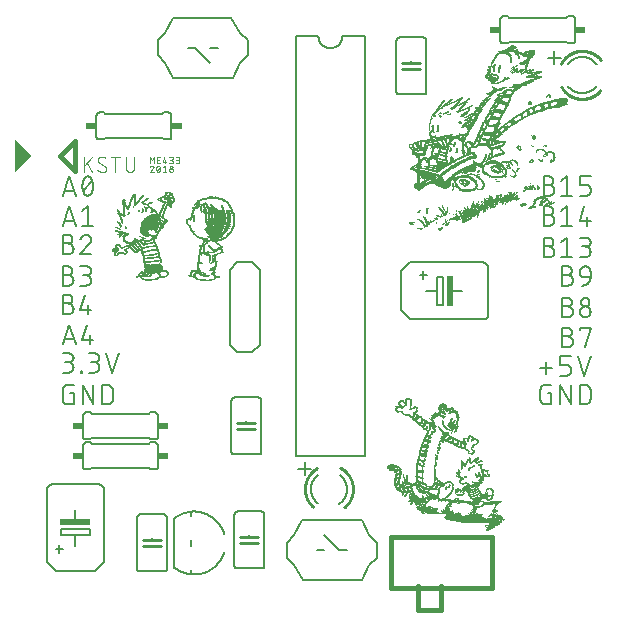
<source format=gbr>
G04 EAGLE Gerber X2 export*
%TF.Part,Single*%
%TF.FileFunction,Legend,Top,1*%
%TF.FilePolarity,Positive*%
%TF.GenerationSoftware,Autodesk,EAGLE,8.7.1*%
%TF.CreationDate,2018-04-16T05:42:20Z*%
G75*
%MOMM*%
%FSLAX34Y34*%
%LPD*%
%AMOC8*
5,1,8,0,0,1.08239X$1,22.5*%
G01*
%ADD10C,0.152400*%
%ADD11C,0.406400*%
%ADD12R,0.101600X0.025400*%
%ADD13R,0.177800X0.025400*%
%ADD14R,0.228600X0.025400*%
%ADD15R,0.304800X0.025400*%
%ADD16R,0.127000X0.025400*%
%ADD17R,0.355600X0.025400*%
%ADD18R,0.381000X0.025400*%
%ADD19R,0.482600X0.025400*%
%ADD20R,0.330200X0.025400*%
%ADD21R,0.279400X0.025400*%
%ADD22R,0.203200X0.025400*%
%ADD23R,0.076200X0.025400*%
%ADD24R,0.025400X0.025400*%
%ADD25R,0.152400X0.025400*%
%ADD26R,0.254000X0.025400*%
%ADD27R,0.050800X0.025400*%
%ADD28R,0.406400X0.025400*%
%ADD29R,0.431800X0.025400*%
%ADD30R,0.508000X0.025400*%
%ADD31R,0.457200X0.025400*%
%ADD32R,0.584200X0.025400*%
%ADD33R,0.914400X0.025400*%
%ADD34R,0.558800X0.025400*%
%ADD35R,0.533400X0.025400*%
%ADD36R,0.635000X0.025400*%
%ADD37R,0.685800X0.025400*%
%ADD38R,0.787400X0.025400*%
%ADD39R,1.193800X0.025400*%
%ADD40R,1.219200X0.025400*%
%ADD41R,1.320800X0.025400*%
%ADD42R,1.092200X0.025400*%
%ADD43R,0.711200X0.025400*%
%ADD44R,0.736600X0.025400*%
%ADD45R,0.762000X0.025400*%
%ADD46R,0.990600X0.025400*%
%ADD47R,1.016000X0.025400*%
%ADD48R,1.371600X0.025400*%
%ADD49R,0.660400X0.025400*%
%ADD50R,0.965200X0.025400*%
%ADD51R,1.346200X0.025400*%
%ADD52R,1.397000X0.025400*%
%ADD53R,1.168400X0.025400*%
%ADD54R,0.838200X0.025400*%
%ADD55R,0.812800X0.025400*%
%ADD56R,1.447800X0.025400*%
%ADD57R,0.889000X0.025400*%
%ADD58R,1.117600X0.025400*%
%ADD59R,1.143000X0.025400*%
%ADD60R,0.609600X0.025400*%
%ADD61R,0.939800X0.025400*%
%ADD62R,1.854200X0.025400*%
%ADD63R,2.082800X0.025400*%
%ADD64R,1.803400X0.025400*%
%ADD65R,0.863600X0.025400*%
%ADD66R,1.041400X0.025400*%
%ADD67R,1.244600X0.025400*%
%ADD68R,1.422400X0.025400*%
%ADD69R,1.473200X0.025400*%
%ADD70R,1.524000X0.025400*%
%ADD71R,2.159000X0.025400*%
%ADD72R,2.108200X0.025400*%
%ADD73R,1.955800X0.025400*%
%ADD74R,1.905000X0.025400*%
%ADD75R,1.066800X0.025400*%
%ADD76R,1.727200X0.025400*%
%ADD77R,1.270000X0.025400*%
%ADD78R,1.295400X0.025400*%
%ADD79R,1.828800X0.025400*%
%ADD80R,1.498600X0.025400*%
%ADD81R,1.600200X0.025400*%
%ADD82R,1.574800X0.025400*%
%ADD83R,1.676400X0.025400*%
%ADD84R,1.549400X0.025400*%
%ADD85R,1.625600X0.025400*%
%ADD86C,0.101600*%
%ADD87C,0.050800*%
%ADD88R,3.454400X0.025400*%
%ADD89R,3.276600X0.025400*%
%ADD90R,2.870200X0.025400*%
%ADD91R,3.022600X0.025400*%
%ADD92R,3.098800X0.025400*%
%ADD93R,3.327400X0.025400*%
%ADD94R,3.479800X0.025400*%
%ADD95R,3.352800X0.025400*%
%ADD96R,2.997200X0.025400*%
%ADD97C,0.254000*%
%ADD98R,0.508000X2.540000*%
%ADD99R,2.540000X0.508000*%
%ADD100R,0.863600X0.609600*%
%ADD101C,0.127000*%
%ADD102C,0.203200*%

G36*
X-12593Y354979D02*
X-12593Y354979D01*
X-12569Y354979D01*
X-12487Y355013D01*
X-12402Y355040D01*
X-12381Y355056D01*
X-12362Y355064D01*
X-12324Y355098D01*
X-12252Y355152D01*
X448Y367852D01*
X486Y367906D01*
X531Y367953D01*
X550Y367997D01*
X577Y368036D01*
X593Y368099D01*
X619Y368160D01*
X621Y368207D01*
X633Y368253D01*
X626Y368318D01*
X629Y368384D01*
X614Y368429D01*
X609Y368476D01*
X580Y368535D01*
X560Y368598D01*
X527Y368642D01*
X510Y368677D01*
X481Y368704D01*
X448Y368748D01*
X-12252Y381448D01*
X-12279Y381468D01*
X-12285Y381474D01*
X-12298Y381481D01*
X-12325Y381499D01*
X-12394Y381555D01*
X-12416Y381563D01*
X-12436Y381577D01*
X-12522Y381599D01*
X-12606Y381627D01*
X-12630Y381627D01*
X-12653Y381633D01*
X-12742Y381623D01*
X-12831Y381621D01*
X-12853Y381612D01*
X-12876Y381609D01*
X-12956Y381570D01*
X-13038Y381536D01*
X-13056Y381520D01*
X-13077Y381510D01*
X-13138Y381445D01*
X-13204Y381385D01*
X-13215Y381364D01*
X-13231Y381347D01*
X-13266Y381265D01*
X-13307Y381185D01*
X-13310Y381159D01*
X-13319Y381140D01*
X-13321Y381090D01*
X-13323Y381077D01*
X-13327Y381064D01*
X-13327Y381049D01*
X-13334Y381000D01*
X-13334Y355600D01*
X-13318Y355512D01*
X-13309Y355424D01*
X-13299Y355403D01*
X-13295Y355379D01*
X-13249Y355302D01*
X-13210Y355223D01*
X-13193Y355206D01*
X-13180Y355186D01*
X-13111Y355130D01*
X-13047Y355069D01*
X-13025Y355060D01*
X-13006Y355045D01*
X-12922Y355016D01*
X-12840Y354981D01*
X-12816Y354980D01*
X-12794Y354973D01*
X-12705Y354975D01*
X-12616Y354971D01*
X-12593Y354979D01*
G37*
D10*
X226822Y103604D02*
X237659Y103604D01*
X232241Y98185D02*
X232241Y109022D01*
X438150Y451584D02*
X448987Y451584D01*
X443569Y446165D02*
X443569Y457002D01*
D11*
X38100Y381000D02*
X25400Y368300D01*
X38100Y381000D02*
X38100Y355600D01*
X25400Y368300D01*
D10*
X434656Y343803D02*
X439172Y343803D01*
X439172Y343804D02*
X439305Y343802D01*
X439437Y343796D01*
X439569Y343786D01*
X439701Y343773D01*
X439833Y343755D01*
X439963Y343734D01*
X440094Y343709D01*
X440223Y343680D01*
X440351Y343647D01*
X440479Y343611D01*
X440605Y343571D01*
X440730Y343527D01*
X440854Y343479D01*
X440976Y343428D01*
X441097Y343373D01*
X441216Y343315D01*
X441334Y343253D01*
X441449Y343188D01*
X441563Y343119D01*
X441674Y343048D01*
X441783Y342972D01*
X441890Y342894D01*
X441995Y342813D01*
X442097Y342728D01*
X442197Y342641D01*
X442294Y342551D01*
X442389Y342458D01*
X442480Y342362D01*
X442569Y342264D01*
X442655Y342163D01*
X442738Y342059D01*
X442818Y341953D01*
X442894Y341845D01*
X442968Y341735D01*
X443038Y341622D01*
X443105Y341508D01*
X443168Y341391D01*
X443228Y341273D01*
X443285Y341153D01*
X443338Y341031D01*
X443387Y340908D01*
X443433Y340784D01*
X443475Y340658D01*
X443513Y340531D01*
X443548Y340403D01*
X443579Y340274D01*
X443606Y340145D01*
X443629Y340014D01*
X443649Y339883D01*
X443664Y339751D01*
X443676Y339619D01*
X443684Y339487D01*
X443688Y339354D01*
X443688Y339222D01*
X443684Y339089D01*
X443676Y338957D01*
X443664Y338825D01*
X443649Y338693D01*
X443629Y338562D01*
X443606Y338431D01*
X443579Y338302D01*
X443548Y338173D01*
X443513Y338045D01*
X443475Y337918D01*
X443433Y337792D01*
X443387Y337668D01*
X443338Y337545D01*
X443285Y337423D01*
X443228Y337303D01*
X443168Y337185D01*
X443105Y337068D01*
X443038Y336954D01*
X442968Y336841D01*
X442894Y336731D01*
X442818Y336623D01*
X442738Y336517D01*
X442655Y336413D01*
X442569Y336312D01*
X442480Y336214D01*
X442389Y336118D01*
X442294Y336025D01*
X442197Y335935D01*
X442097Y335848D01*
X441995Y335763D01*
X441890Y335682D01*
X441783Y335604D01*
X441674Y335528D01*
X441563Y335457D01*
X441449Y335388D01*
X441334Y335323D01*
X441216Y335261D01*
X441097Y335203D01*
X440976Y335148D01*
X440854Y335097D01*
X440730Y335049D01*
X440605Y335005D01*
X440479Y334965D01*
X440351Y334929D01*
X440223Y334896D01*
X440094Y334867D01*
X439963Y334842D01*
X439833Y334821D01*
X439701Y334803D01*
X439569Y334790D01*
X439437Y334780D01*
X439305Y334774D01*
X439172Y334772D01*
X434656Y334772D01*
X434656Y351028D01*
X439172Y351028D01*
X439291Y351026D01*
X439411Y351020D01*
X439530Y351010D01*
X439648Y350996D01*
X439767Y350979D01*
X439884Y350957D01*
X440001Y350932D01*
X440116Y350902D01*
X440231Y350869D01*
X440345Y350832D01*
X440457Y350792D01*
X440568Y350747D01*
X440677Y350699D01*
X440785Y350648D01*
X440891Y350593D01*
X440995Y350534D01*
X441097Y350472D01*
X441197Y350407D01*
X441295Y350338D01*
X441391Y350266D01*
X441484Y350191D01*
X441574Y350114D01*
X441662Y350033D01*
X441747Y349949D01*
X441829Y349862D01*
X441909Y349773D01*
X441985Y349681D01*
X442059Y349587D01*
X442129Y349490D01*
X442196Y349392D01*
X442260Y349291D01*
X442320Y349187D01*
X442377Y349082D01*
X442430Y348975D01*
X442480Y348867D01*
X442526Y348757D01*
X442568Y348645D01*
X442607Y348532D01*
X442642Y348418D01*
X442673Y348303D01*
X442701Y348186D01*
X442724Y348069D01*
X442744Y347952D01*
X442760Y347833D01*
X442772Y347714D01*
X442780Y347595D01*
X442784Y347476D01*
X442784Y347356D01*
X442780Y347237D01*
X442772Y347118D01*
X442760Y346999D01*
X442744Y346880D01*
X442724Y346763D01*
X442701Y346646D01*
X442673Y346529D01*
X442642Y346414D01*
X442607Y346300D01*
X442568Y346187D01*
X442526Y346075D01*
X442480Y345965D01*
X442430Y345857D01*
X442377Y345750D01*
X442320Y345645D01*
X442260Y345541D01*
X442196Y345440D01*
X442129Y345342D01*
X442059Y345245D01*
X441985Y345151D01*
X441909Y345059D01*
X441829Y344970D01*
X441747Y344883D01*
X441662Y344799D01*
X441574Y344718D01*
X441484Y344641D01*
X441391Y344566D01*
X441295Y344494D01*
X441197Y344425D01*
X441097Y344360D01*
X440995Y344298D01*
X440891Y344239D01*
X440785Y344184D01*
X440677Y344133D01*
X440568Y344085D01*
X440457Y344040D01*
X440345Y344000D01*
X440231Y343963D01*
X440116Y343930D01*
X440001Y343900D01*
X439884Y343875D01*
X439767Y343853D01*
X439648Y343836D01*
X439530Y343822D01*
X439411Y343812D01*
X439291Y343806D01*
X439172Y343804D01*
X449556Y347416D02*
X454071Y351028D01*
X454071Y334772D01*
X449556Y334772D02*
X458587Y334772D01*
X465187Y334772D02*
X470606Y334772D01*
X470724Y334774D01*
X470842Y334780D01*
X470960Y334789D01*
X471077Y334803D01*
X471194Y334820D01*
X471311Y334841D01*
X471426Y334866D01*
X471541Y334895D01*
X471655Y334928D01*
X471767Y334964D01*
X471878Y335004D01*
X471988Y335047D01*
X472097Y335094D01*
X472204Y335144D01*
X472309Y335199D01*
X472412Y335256D01*
X472513Y335317D01*
X472613Y335381D01*
X472710Y335448D01*
X472805Y335518D01*
X472897Y335592D01*
X472988Y335668D01*
X473075Y335748D01*
X473160Y335830D01*
X473242Y335915D01*
X473322Y336002D01*
X473398Y336093D01*
X473472Y336185D01*
X473542Y336280D01*
X473609Y336377D01*
X473673Y336477D01*
X473734Y336578D01*
X473791Y336681D01*
X473846Y336786D01*
X473896Y336893D01*
X473943Y337002D01*
X473986Y337112D01*
X474026Y337223D01*
X474062Y337335D01*
X474095Y337449D01*
X474124Y337564D01*
X474149Y337679D01*
X474170Y337796D01*
X474187Y337913D01*
X474201Y338030D01*
X474210Y338148D01*
X474216Y338266D01*
X474218Y338384D01*
X474218Y340191D01*
X474216Y340309D01*
X474210Y340427D01*
X474201Y340545D01*
X474187Y340662D01*
X474170Y340779D01*
X474149Y340896D01*
X474124Y341011D01*
X474095Y341126D01*
X474062Y341240D01*
X474026Y341352D01*
X473986Y341463D01*
X473943Y341573D01*
X473896Y341682D01*
X473846Y341789D01*
X473791Y341894D01*
X473734Y341997D01*
X473673Y342098D01*
X473609Y342198D01*
X473542Y342295D01*
X473472Y342390D01*
X473398Y342482D01*
X473322Y342573D01*
X473242Y342660D01*
X473160Y342745D01*
X473075Y342827D01*
X472988Y342907D01*
X472897Y342983D01*
X472805Y343057D01*
X472710Y343127D01*
X472613Y343194D01*
X472513Y343258D01*
X472412Y343319D01*
X472309Y343376D01*
X472204Y343431D01*
X472097Y343481D01*
X471988Y343528D01*
X471878Y343571D01*
X471767Y343611D01*
X471655Y343647D01*
X471541Y343680D01*
X471426Y343709D01*
X471311Y343734D01*
X471194Y343755D01*
X471077Y343772D01*
X470960Y343786D01*
X470842Y343795D01*
X470724Y343801D01*
X470606Y343803D01*
X465187Y343803D01*
X465187Y351028D01*
X474218Y351028D01*
X439172Y318403D02*
X434656Y318403D01*
X439172Y318404D02*
X439305Y318402D01*
X439437Y318396D01*
X439569Y318386D01*
X439701Y318373D01*
X439833Y318355D01*
X439963Y318334D01*
X440094Y318309D01*
X440223Y318280D01*
X440351Y318247D01*
X440479Y318211D01*
X440605Y318171D01*
X440730Y318127D01*
X440854Y318079D01*
X440976Y318028D01*
X441097Y317973D01*
X441216Y317915D01*
X441334Y317853D01*
X441449Y317788D01*
X441563Y317719D01*
X441674Y317648D01*
X441783Y317572D01*
X441890Y317494D01*
X441995Y317413D01*
X442097Y317328D01*
X442197Y317241D01*
X442294Y317151D01*
X442389Y317058D01*
X442480Y316962D01*
X442569Y316864D01*
X442655Y316763D01*
X442738Y316659D01*
X442818Y316553D01*
X442894Y316445D01*
X442968Y316335D01*
X443038Y316222D01*
X443105Y316108D01*
X443168Y315991D01*
X443228Y315873D01*
X443285Y315753D01*
X443338Y315631D01*
X443387Y315508D01*
X443433Y315384D01*
X443475Y315258D01*
X443513Y315131D01*
X443548Y315003D01*
X443579Y314874D01*
X443606Y314745D01*
X443629Y314614D01*
X443649Y314483D01*
X443664Y314351D01*
X443676Y314219D01*
X443684Y314087D01*
X443688Y313954D01*
X443688Y313822D01*
X443684Y313689D01*
X443676Y313557D01*
X443664Y313425D01*
X443649Y313293D01*
X443629Y313162D01*
X443606Y313031D01*
X443579Y312902D01*
X443548Y312773D01*
X443513Y312645D01*
X443475Y312518D01*
X443433Y312392D01*
X443387Y312268D01*
X443338Y312145D01*
X443285Y312023D01*
X443228Y311903D01*
X443168Y311785D01*
X443105Y311668D01*
X443038Y311554D01*
X442968Y311441D01*
X442894Y311331D01*
X442818Y311223D01*
X442738Y311117D01*
X442655Y311013D01*
X442569Y310912D01*
X442480Y310814D01*
X442389Y310718D01*
X442294Y310625D01*
X442197Y310535D01*
X442097Y310448D01*
X441995Y310363D01*
X441890Y310282D01*
X441783Y310204D01*
X441674Y310128D01*
X441563Y310057D01*
X441449Y309988D01*
X441334Y309923D01*
X441216Y309861D01*
X441097Y309803D01*
X440976Y309748D01*
X440854Y309697D01*
X440730Y309649D01*
X440605Y309605D01*
X440479Y309565D01*
X440351Y309529D01*
X440223Y309496D01*
X440094Y309467D01*
X439963Y309442D01*
X439833Y309421D01*
X439701Y309403D01*
X439569Y309390D01*
X439437Y309380D01*
X439305Y309374D01*
X439172Y309372D01*
X434656Y309372D01*
X434656Y325628D01*
X439172Y325628D01*
X439291Y325626D01*
X439411Y325620D01*
X439530Y325610D01*
X439648Y325596D01*
X439767Y325579D01*
X439884Y325557D01*
X440001Y325532D01*
X440116Y325502D01*
X440231Y325469D01*
X440345Y325432D01*
X440457Y325392D01*
X440568Y325347D01*
X440677Y325299D01*
X440785Y325248D01*
X440891Y325193D01*
X440995Y325134D01*
X441097Y325072D01*
X441197Y325007D01*
X441295Y324938D01*
X441391Y324866D01*
X441484Y324791D01*
X441574Y324714D01*
X441662Y324633D01*
X441747Y324549D01*
X441829Y324462D01*
X441909Y324373D01*
X441985Y324281D01*
X442059Y324187D01*
X442129Y324090D01*
X442196Y323992D01*
X442260Y323891D01*
X442320Y323787D01*
X442377Y323682D01*
X442430Y323575D01*
X442480Y323467D01*
X442526Y323357D01*
X442568Y323245D01*
X442607Y323132D01*
X442642Y323018D01*
X442673Y322903D01*
X442701Y322786D01*
X442724Y322669D01*
X442744Y322552D01*
X442760Y322433D01*
X442772Y322314D01*
X442780Y322195D01*
X442784Y322076D01*
X442784Y321956D01*
X442780Y321837D01*
X442772Y321718D01*
X442760Y321599D01*
X442744Y321480D01*
X442724Y321363D01*
X442701Y321246D01*
X442673Y321129D01*
X442642Y321014D01*
X442607Y320900D01*
X442568Y320787D01*
X442526Y320675D01*
X442480Y320565D01*
X442430Y320457D01*
X442377Y320350D01*
X442320Y320245D01*
X442260Y320141D01*
X442196Y320040D01*
X442129Y319942D01*
X442059Y319845D01*
X441985Y319751D01*
X441909Y319659D01*
X441829Y319570D01*
X441747Y319483D01*
X441662Y319399D01*
X441574Y319318D01*
X441484Y319241D01*
X441391Y319166D01*
X441295Y319094D01*
X441197Y319025D01*
X441097Y318960D01*
X440995Y318898D01*
X440891Y318839D01*
X440785Y318784D01*
X440677Y318733D01*
X440568Y318685D01*
X440457Y318640D01*
X440345Y318600D01*
X440231Y318563D01*
X440116Y318530D01*
X440001Y318500D01*
X439884Y318475D01*
X439767Y318453D01*
X439648Y318436D01*
X439530Y318422D01*
X439411Y318412D01*
X439291Y318406D01*
X439172Y318404D01*
X449556Y322016D02*
X454071Y325628D01*
X454071Y309372D01*
X449556Y309372D02*
X458587Y309372D01*
X465187Y312984D02*
X468799Y325628D01*
X465187Y312984D02*
X474218Y312984D01*
X471509Y316597D02*
X471509Y309372D01*
X439172Y291733D02*
X434656Y291733D01*
X439172Y291734D02*
X439305Y291732D01*
X439437Y291726D01*
X439569Y291716D01*
X439701Y291703D01*
X439833Y291685D01*
X439963Y291664D01*
X440094Y291639D01*
X440223Y291610D01*
X440351Y291577D01*
X440479Y291541D01*
X440605Y291501D01*
X440730Y291457D01*
X440854Y291409D01*
X440976Y291358D01*
X441097Y291303D01*
X441216Y291245D01*
X441334Y291183D01*
X441449Y291118D01*
X441563Y291049D01*
X441674Y290978D01*
X441783Y290902D01*
X441890Y290824D01*
X441995Y290743D01*
X442097Y290658D01*
X442197Y290571D01*
X442294Y290481D01*
X442389Y290388D01*
X442480Y290292D01*
X442569Y290194D01*
X442655Y290093D01*
X442738Y289989D01*
X442818Y289883D01*
X442894Y289775D01*
X442968Y289665D01*
X443038Y289552D01*
X443105Y289438D01*
X443168Y289321D01*
X443228Y289203D01*
X443285Y289083D01*
X443338Y288961D01*
X443387Y288838D01*
X443433Y288714D01*
X443475Y288588D01*
X443513Y288461D01*
X443548Y288333D01*
X443579Y288204D01*
X443606Y288075D01*
X443629Y287944D01*
X443649Y287813D01*
X443664Y287681D01*
X443676Y287549D01*
X443684Y287417D01*
X443688Y287284D01*
X443688Y287152D01*
X443684Y287019D01*
X443676Y286887D01*
X443664Y286755D01*
X443649Y286623D01*
X443629Y286492D01*
X443606Y286361D01*
X443579Y286232D01*
X443548Y286103D01*
X443513Y285975D01*
X443475Y285848D01*
X443433Y285722D01*
X443387Y285598D01*
X443338Y285475D01*
X443285Y285353D01*
X443228Y285233D01*
X443168Y285115D01*
X443105Y284998D01*
X443038Y284884D01*
X442968Y284771D01*
X442894Y284661D01*
X442818Y284553D01*
X442738Y284447D01*
X442655Y284343D01*
X442569Y284242D01*
X442480Y284144D01*
X442389Y284048D01*
X442294Y283955D01*
X442197Y283865D01*
X442097Y283778D01*
X441995Y283693D01*
X441890Y283612D01*
X441783Y283534D01*
X441674Y283458D01*
X441563Y283387D01*
X441449Y283318D01*
X441334Y283253D01*
X441216Y283191D01*
X441097Y283133D01*
X440976Y283078D01*
X440854Y283027D01*
X440730Y282979D01*
X440605Y282935D01*
X440479Y282895D01*
X440351Y282859D01*
X440223Y282826D01*
X440094Y282797D01*
X439963Y282772D01*
X439833Y282751D01*
X439701Y282733D01*
X439569Y282720D01*
X439437Y282710D01*
X439305Y282704D01*
X439172Y282702D01*
X434656Y282702D01*
X434656Y298958D01*
X439172Y298958D01*
X439291Y298956D01*
X439411Y298950D01*
X439530Y298940D01*
X439648Y298926D01*
X439767Y298909D01*
X439884Y298887D01*
X440001Y298862D01*
X440116Y298832D01*
X440231Y298799D01*
X440345Y298762D01*
X440457Y298722D01*
X440568Y298677D01*
X440677Y298629D01*
X440785Y298578D01*
X440891Y298523D01*
X440995Y298464D01*
X441097Y298402D01*
X441197Y298337D01*
X441295Y298268D01*
X441391Y298196D01*
X441484Y298121D01*
X441574Y298044D01*
X441662Y297963D01*
X441747Y297879D01*
X441829Y297792D01*
X441909Y297703D01*
X441985Y297611D01*
X442059Y297517D01*
X442129Y297420D01*
X442196Y297322D01*
X442260Y297221D01*
X442320Y297117D01*
X442377Y297012D01*
X442430Y296905D01*
X442480Y296797D01*
X442526Y296687D01*
X442568Y296575D01*
X442607Y296462D01*
X442642Y296348D01*
X442673Y296233D01*
X442701Y296116D01*
X442724Y295999D01*
X442744Y295882D01*
X442760Y295763D01*
X442772Y295644D01*
X442780Y295525D01*
X442784Y295406D01*
X442784Y295286D01*
X442780Y295167D01*
X442772Y295048D01*
X442760Y294929D01*
X442744Y294810D01*
X442724Y294693D01*
X442701Y294576D01*
X442673Y294459D01*
X442642Y294344D01*
X442607Y294230D01*
X442568Y294117D01*
X442526Y294005D01*
X442480Y293895D01*
X442430Y293787D01*
X442377Y293680D01*
X442320Y293575D01*
X442260Y293471D01*
X442196Y293370D01*
X442129Y293272D01*
X442059Y293175D01*
X441985Y293081D01*
X441909Y292989D01*
X441829Y292900D01*
X441747Y292813D01*
X441662Y292729D01*
X441574Y292648D01*
X441484Y292571D01*
X441391Y292496D01*
X441295Y292424D01*
X441197Y292355D01*
X441097Y292290D01*
X440995Y292228D01*
X440891Y292169D01*
X440785Y292114D01*
X440677Y292063D01*
X440568Y292015D01*
X440457Y291970D01*
X440345Y291930D01*
X440231Y291893D01*
X440116Y291860D01*
X440001Y291830D01*
X439884Y291805D01*
X439767Y291783D01*
X439648Y291766D01*
X439530Y291752D01*
X439411Y291742D01*
X439291Y291736D01*
X439172Y291734D01*
X449556Y295346D02*
X454071Y298958D01*
X454071Y282702D01*
X449556Y282702D02*
X458587Y282702D01*
X465187Y282702D02*
X469702Y282702D01*
X469835Y282704D01*
X469967Y282710D01*
X470099Y282720D01*
X470231Y282733D01*
X470363Y282751D01*
X470493Y282772D01*
X470624Y282797D01*
X470753Y282826D01*
X470881Y282859D01*
X471009Y282895D01*
X471135Y282935D01*
X471260Y282979D01*
X471384Y283027D01*
X471506Y283078D01*
X471627Y283133D01*
X471746Y283191D01*
X471864Y283253D01*
X471979Y283318D01*
X472093Y283387D01*
X472204Y283458D01*
X472313Y283534D01*
X472420Y283612D01*
X472525Y283693D01*
X472627Y283778D01*
X472727Y283865D01*
X472824Y283955D01*
X472919Y284048D01*
X473010Y284144D01*
X473099Y284242D01*
X473185Y284343D01*
X473268Y284447D01*
X473348Y284553D01*
X473424Y284661D01*
X473498Y284771D01*
X473568Y284884D01*
X473635Y284998D01*
X473698Y285115D01*
X473758Y285233D01*
X473815Y285353D01*
X473868Y285475D01*
X473917Y285598D01*
X473963Y285722D01*
X474005Y285848D01*
X474043Y285975D01*
X474078Y286103D01*
X474109Y286232D01*
X474136Y286361D01*
X474159Y286492D01*
X474179Y286623D01*
X474194Y286755D01*
X474206Y286887D01*
X474214Y287019D01*
X474218Y287152D01*
X474218Y287284D01*
X474214Y287417D01*
X474206Y287549D01*
X474194Y287681D01*
X474179Y287813D01*
X474159Y287944D01*
X474136Y288075D01*
X474109Y288204D01*
X474078Y288333D01*
X474043Y288461D01*
X474005Y288588D01*
X473963Y288714D01*
X473917Y288838D01*
X473868Y288961D01*
X473815Y289083D01*
X473758Y289203D01*
X473698Y289321D01*
X473635Y289438D01*
X473568Y289552D01*
X473498Y289665D01*
X473424Y289775D01*
X473348Y289883D01*
X473268Y289989D01*
X473185Y290093D01*
X473099Y290194D01*
X473010Y290292D01*
X472919Y290388D01*
X472824Y290481D01*
X472727Y290571D01*
X472627Y290658D01*
X472525Y290743D01*
X472420Y290824D01*
X472313Y290902D01*
X472204Y290978D01*
X472093Y291049D01*
X471979Y291118D01*
X471864Y291183D01*
X471746Y291245D01*
X471627Y291303D01*
X471506Y291358D01*
X471384Y291409D01*
X471260Y291457D01*
X471135Y291501D01*
X471009Y291541D01*
X470881Y291577D01*
X470753Y291610D01*
X470624Y291639D01*
X470493Y291664D01*
X470363Y291685D01*
X470231Y291703D01*
X470099Y291716D01*
X469967Y291726D01*
X469835Y291732D01*
X469702Y291734D01*
X470606Y298958D02*
X465187Y298958D01*
X470606Y298958D02*
X470725Y298956D01*
X470845Y298950D01*
X470964Y298940D01*
X471082Y298926D01*
X471201Y298909D01*
X471318Y298887D01*
X471435Y298862D01*
X471550Y298832D01*
X471665Y298799D01*
X471779Y298762D01*
X471891Y298722D01*
X472002Y298677D01*
X472111Y298629D01*
X472219Y298578D01*
X472325Y298523D01*
X472429Y298464D01*
X472531Y298402D01*
X472631Y298337D01*
X472729Y298268D01*
X472825Y298196D01*
X472918Y298121D01*
X473008Y298044D01*
X473096Y297963D01*
X473181Y297879D01*
X473263Y297792D01*
X473343Y297703D01*
X473419Y297611D01*
X473493Y297517D01*
X473563Y297420D01*
X473630Y297322D01*
X473694Y297221D01*
X473754Y297117D01*
X473811Y297012D01*
X473864Y296905D01*
X473914Y296797D01*
X473960Y296687D01*
X474002Y296575D01*
X474041Y296462D01*
X474076Y296348D01*
X474107Y296233D01*
X474135Y296116D01*
X474158Y295999D01*
X474178Y295882D01*
X474194Y295763D01*
X474206Y295644D01*
X474214Y295525D01*
X474218Y295406D01*
X474218Y295286D01*
X474214Y295167D01*
X474206Y295048D01*
X474194Y294929D01*
X474178Y294810D01*
X474158Y294693D01*
X474135Y294576D01*
X474107Y294459D01*
X474076Y294344D01*
X474041Y294230D01*
X474002Y294117D01*
X473960Y294005D01*
X473914Y293895D01*
X473864Y293787D01*
X473811Y293680D01*
X473754Y293575D01*
X473694Y293471D01*
X473630Y293370D01*
X473563Y293272D01*
X473493Y293175D01*
X473419Y293081D01*
X473343Y292989D01*
X473263Y292900D01*
X473181Y292813D01*
X473096Y292729D01*
X473008Y292648D01*
X472918Y292571D01*
X472825Y292496D01*
X472729Y292424D01*
X472631Y292355D01*
X472531Y292290D01*
X472429Y292228D01*
X472325Y292169D01*
X472219Y292114D01*
X472111Y292063D01*
X472002Y292015D01*
X471891Y291970D01*
X471779Y291930D01*
X471665Y291893D01*
X471550Y291860D01*
X471435Y291830D01*
X471318Y291805D01*
X471201Y291783D01*
X471082Y291766D01*
X470964Y291752D01*
X470845Y291742D01*
X470725Y291736D01*
X470606Y291734D01*
X470606Y291733D02*
X466993Y291733D01*
X454803Y267603D02*
X450288Y267603D01*
X454803Y267604D02*
X454936Y267602D01*
X455068Y267596D01*
X455200Y267586D01*
X455332Y267573D01*
X455464Y267555D01*
X455594Y267534D01*
X455725Y267509D01*
X455854Y267480D01*
X455982Y267447D01*
X456110Y267411D01*
X456236Y267371D01*
X456361Y267327D01*
X456485Y267279D01*
X456607Y267228D01*
X456728Y267173D01*
X456847Y267115D01*
X456965Y267053D01*
X457080Y266988D01*
X457194Y266919D01*
X457305Y266848D01*
X457414Y266772D01*
X457521Y266694D01*
X457626Y266613D01*
X457728Y266528D01*
X457828Y266441D01*
X457925Y266351D01*
X458020Y266258D01*
X458111Y266162D01*
X458200Y266064D01*
X458286Y265963D01*
X458369Y265859D01*
X458449Y265753D01*
X458525Y265645D01*
X458599Y265535D01*
X458669Y265422D01*
X458736Y265308D01*
X458799Y265191D01*
X458859Y265073D01*
X458916Y264953D01*
X458969Y264831D01*
X459018Y264708D01*
X459064Y264584D01*
X459106Y264458D01*
X459144Y264331D01*
X459179Y264203D01*
X459210Y264074D01*
X459237Y263945D01*
X459260Y263814D01*
X459280Y263683D01*
X459295Y263551D01*
X459307Y263419D01*
X459315Y263287D01*
X459319Y263154D01*
X459319Y263022D01*
X459315Y262889D01*
X459307Y262757D01*
X459295Y262625D01*
X459280Y262493D01*
X459260Y262362D01*
X459237Y262231D01*
X459210Y262102D01*
X459179Y261973D01*
X459144Y261845D01*
X459106Y261718D01*
X459064Y261592D01*
X459018Y261468D01*
X458969Y261345D01*
X458916Y261223D01*
X458859Y261103D01*
X458799Y260985D01*
X458736Y260868D01*
X458669Y260754D01*
X458599Y260641D01*
X458525Y260531D01*
X458449Y260423D01*
X458369Y260317D01*
X458286Y260213D01*
X458200Y260112D01*
X458111Y260014D01*
X458020Y259918D01*
X457925Y259825D01*
X457828Y259735D01*
X457728Y259648D01*
X457626Y259563D01*
X457521Y259482D01*
X457414Y259404D01*
X457305Y259328D01*
X457194Y259257D01*
X457080Y259188D01*
X456965Y259123D01*
X456847Y259061D01*
X456728Y259003D01*
X456607Y258948D01*
X456485Y258897D01*
X456361Y258849D01*
X456236Y258805D01*
X456110Y258765D01*
X455982Y258729D01*
X455854Y258696D01*
X455725Y258667D01*
X455594Y258642D01*
X455464Y258621D01*
X455332Y258603D01*
X455200Y258590D01*
X455068Y258580D01*
X454936Y258574D01*
X454803Y258572D01*
X450288Y258572D01*
X450288Y274828D01*
X454803Y274828D01*
X454922Y274826D01*
X455042Y274820D01*
X455161Y274810D01*
X455279Y274796D01*
X455398Y274779D01*
X455515Y274757D01*
X455632Y274732D01*
X455747Y274702D01*
X455862Y274669D01*
X455976Y274632D01*
X456088Y274592D01*
X456199Y274547D01*
X456308Y274499D01*
X456416Y274448D01*
X456522Y274393D01*
X456626Y274334D01*
X456728Y274272D01*
X456828Y274207D01*
X456926Y274138D01*
X457022Y274066D01*
X457115Y273991D01*
X457205Y273914D01*
X457293Y273833D01*
X457378Y273749D01*
X457460Y273662D01*
X457540Y273573D01*
X457616Y273481D01*
X457690Y273387D01*
X457760Y273290D01*
X457827Y273192D01*
X457891Y273091D01*
X457951Y272987D01*
X458008Y272882D01*
X458061Y272775D01*
X458111Y272667D01*
X458157Y272557D01*
X458199Y272445D01*
X458238Y272332D01*
X458273Y272218D01*
X458304Y272103D01*
X458332Y271986D01*
X458355Y271869D01*
X458375Y271752D01*
X458391Y271633D01*
X458403Y271514D01*
X458411Y271395D01*
X458415Y271276D01*
X458415Y271156D01*
X458411Y271037D01*
X458403Y270918D01*
X458391Y270799D01*
X458375Y270680D01*
X458355Y270563D01*
X458332Y270446D01*
X458304Y270329D01*
X458273Y270214D01*
X458238Y270100D01*
X458199Y269987D01*
X458157Y269875D01*
X458111Y269765D01*
X458061Y269657D01*
X458008Y269550D01*
X457951Y269445D01*
X457891Y269341D01*
X457827Y269240D01*
X457760Y269142D01*
X457690Y269045D01*
X457616Y268951D01*
X457540Y268859D01*
X457460Y268770D01*
X457378Y268683D01*
X457293Y268599D01*
X457205Y268518D01*
X457115Y268441D01*
X457022Y268366D01*
X456926Y268294D01*
X456828Y268225D01*
X456728Y268160D01*
X456626Y268098D01*
X456522Y268039D01*
X456416Y267984D01*
X456308Y267933D01*
X456199Y267885D01*
X456088Y267840D01*
X455976Y267800D01*
X455862Y267763D01*
X455747Y267730D01*
X455632Y267700D01*
X455515Y267675D01*
X455398Y267653D01*
X455279Y267636D01*
X455161Y267622D01*
X455042Y267612D01*
X454922Y267606D01*
X454803Y267604D01*
X468799Y265797D02*
X474218Y265797D01*
X468799Y265797D02*
X468681Y265799D01*
X468563Y265805D01*
X468445Y265814D01*
X468328Y265828D01*
X468211Y265845D01*
X468094Y265866D01*
X467979Y265891D01*
X467864Y265920D01*
X467750Y265953D01*
X467638Y265989D01*
X467527Y266029D01*
X467417Y266072D01*
X467308Y266119D01*
X467201Y266169D01*
X467096Y266224D01*
X466993Y266281D01*
X466892Y266342D01*
X466792Y266406D01*
X466695Y266473D01*
X466600Y266543D01*
X466508Y266617D01*
X466417Y266693D01*
X466330Y266773D01*
X466245Y266855D01*
X466163Y266940D01*
X466083Y267027D01*
X466007Y267118D01*
X465933Y267210D01*
X465863Y267305D01*
X465796Y267402D01*
X465732Y267502D01*
X465671Y267603D01*
X465614Y267706D01*
X465559Y267811D01*
X465509Y267918D01*
X465462Y268027D01*
X465419Y268137D01*
X465379Y268248D01*
X465343Y268360D01*
X465310Y268474D01*
X465281Y268589D01*
X465256Y268704D01*
X465235Y268821D01*
X465218Y268938D01*
X465204Y269055D01*
X465195Y269173D01*
X465189Y269291D01*
X465187Y269409D01*
X465187Y270312D01*
X465186Y270312D02*
X465188Y270445D01*
X465194Y270577D01*
X465204Y270709D01*
X465217Y270841D01*
X465235Y270973D01*
X465256Y271103D01*
X465281Y271234D01*
X465310Y271363D01*
X465343Y271491D01*
X465379Y271619D01*
X465419Y271745D01*
X465463Y271870D01*
X465511Y271994D01*
X465562Y272116D01*
X465617Y272237D01*
X465675Y272356D01*
X465737Y272474D01*
X465802Y272589D01*
X465871Y272703D01*
X465942Y272814D01*
X466018Y272923D01*
X466096Y273030D01*
X466177Y273135D01*
X466262Y273237D01*
X466349Y273337D01*
X466439Y273434D01*
X466532Y273529D01*
X466628Y273620D01*
X466726Y273709D01*
X466827Y273795D01*
X466931Y273878D01*
X467037Y273958D01*
X467145Y274034D01*
X467255Y274108D01*
X467368Y274178D01*
X467482Y274245D01*
X467599Y274308D01*
X467717Y274368D01*
X467837Y274425D01*
X467959Y274478D01*
X468082Y274527D01*
X468206Y274573D01*
X468332Y274615D01*
X468459Y274653D01*
X468587Y274688D01*
X468716Y274719D01*
X468845Y274746D01*
X468976Y274769D01*
X469107Y274789D01*
X469239Y274804D01*
X469371Y274816D01*
X469503Y274824D01*
X469636Y274828D01*
X469768Y274828D01*
X469901Y274824D01*
X470033Y274816D01*
X470165Y274804D01*
X470297Y274789D01*
X470428Y274769D01*
X470559Y274746D01*
X470688Y274719D01*
X470817Y274688D01*
X470945Y274653D01*
X471072Y274615D01*
X471198Y274573D01*
X471322Y274527D01*
X471445Y274478D01*
X471567Y274425D01*
X471687Y274368D01*
X471805Y274308D01*
X471922Y274245D01*
X472036Y274178D01*
X472149Y274108D01*
X472259Y274034D01*
X472367Y273958D01*
X472473Y273878D01*
X472577Y273795D01*
X472678Y273709D01*
X472776Y273620D01*
X472872Y273529D01*
X472965Y273434D01*
X473055Y273337D01*
X473142Y273237D01*
X473227Y273135D01*
X473308Y273030D01*
X473386Y272923D01*
X473462Y272814D01*
X473533Y272703D01*
X473602Y272589D01*
X473667Y272474D01*
X473729Y272356D01*
X473787Y272237D01*
X473842Y272116D01*
X473893Y271994D01*
X473941Y271870D01*
X473985Y271745D01*
X474025Y271619D01*
X474061Y271491D01*
X474094Y271363D01*
X474123Y271234D01*
X474148Y271103D01*
X474169Y270973D01*
X474187Y270841D01*
X474200Y270709D01*
X474210Y270577D01*
X474216Y270445D01*
X474218Y270312D01*
X474218Y265797D01*
X474216Y265622D01*
X474210Y265448D01*
X474199Y265274D01*
X474184Y265100D01*
X474165Y264926D01*
X474142Y264753D01*
X474115Y264581D01*
X474083Y264409D01*
X474048Y264238D01*
X474008Y264068D01*
X473964Y263899D01*
X473916Y263731D01*
X473864Y263564D01*
X473808Y263399D01*
X473748Y263235D01*
X473685Y263072D01*
X473617Y262912D01*
X473545Y262752D01*
X473470Y262595D01*
X473390Y262439D01*
X473307Y262286D01*
X473221Y262134D01*
X473130Y261985D01*
X473036Y261838D01*
X472939Y261693D01*
X472838Y261550D01*
X472734Y261410D01*
X472626Y261273D01*
X472515Y261138D01*
X472401Y261006D01*
X472284Y260877D01*
X472163Y260750D01*
X472040Y260627D01*
X471913Y260506D01*
X471784Y260389D01*
X471652Y260275D01*
X471517Y260164D01*
X471380Y260056D01*
X471240Y259952D01*
X471097Y259851D01*
X470952Y259754D01*
X470805Y259660D01*
X470656Y259569D01*
X470504Y259483D01*
X470351Y259400D01*
X470195Y259320D01*
X470038Y259245D01*
X469878Y259173D01*
X469718Y259105D01*
X469555Y259042D01*
X469391Y258982D01*
X469226Y258926D01*
X469059Y258874D01*
X468891Y258826D01*
X468722Y258782D01*
X468552Y258742D01*
X468381Y258707D01*
X468209Y258675D01*
X468037Y258648D01*
X467864Y258625D01*
X467690Y258606D01*
X467516Y258591D01*
X467342Y258580D01*
X467168Y258574D01*
X466993Y258572D01*
X454803Y240933D02*
X450288Y240933D01*
X454803Y240934D02*
X454936Y240932D01*
X455068Y240926D01*
X455200Y240916D01*
X455332Y240903D01*
X455464Y240885D01*
X455594Y240864D01*
X455725Y240839D01*
X455854Y240810D01*
X455982Y240777D01*
X456110Y240741D01*
X456236Y240701D01*
X456361Y240657D01*
X456485Y240609D01*
X456607Y240558D01*
X456728Y240503D01*
X456847Y240445D01*
X456965Y240383D01*
X457080Y240318D01*
X457194Y240249D01*
X457305Y240178D01*
X457414Y240102D01*
X457521Y240024D01*
X457626Y239943D01*
X457728Y239858D01*
X457828Y239771D01*
X457925Y239681D01*
X458020Y239588D01*
X458111Y239492D01*
X458200Y239394D01*
X458286Y239293D01*
X458369Y239189D01*
X458449Y239083D01*
X458525Y238975D01*
X458599Y238865D01*
X458669Y238752D01*
X458736Y238638D01*
X458799Y238521D01*
X458859Y238403D01*
X458916Y238283D01*
X458969Y238161D01*
X459018Y238038D01*
X459064Y237914D01*
X459106Y237788D01*
X459144Y237661D01*
X459179Y237533D01*
X459210Y237404D01*
X459237Y237275D01*
X459260Y237144D01*
X459280Y237013D01*
X459295Y236881D01*
X459307Y236749D01*
X459315Y236617D01*
X459319Y236484D01*
X459319Y236352D01*
X459315Y236219D01*
X459307Y236087D01*
X459295Y235955D01*
X459280Y235823D01*
X459260Y235692D01*
X459237Y235561D01*
X459210Y235432D01*
X459179Y235303D01*
X459144Y235175D01*
X459106Y235048D01*
X459064Y234922D01*
X459018Y234798D01*
X458969Y234675D01*
X458916Y234553D01*
X458859Y234433D01*
X458799Y234315D01*
X458736Y234198D01*
X458669Y234084D01*
X458599Y233971D01*
X458525Y233861D01*
X458449Y233753D01*
X458369Y233647D01*
X458286Y233543D01*
X458200Y233442D01*
X458111Y233344D01*
X458020Y233248D01*
X457925Y233155D01*
X457828Y233065D01*
X457728Y232978D01*
X457626Y232893D01*
X457521Y232812D01*
X457414Y232734D01*
X457305Y232658D01*
X457194Y232587D01*
X457080Y232518D01*
X456965Y232453D01*
X456847Y232391D01*
X456728Y232333D01*
X456607Y232278D01*
X456485Y232227D01*
X456361Y232179D01*
X456236Y232135D01*
X456110Y232095D01*
X455982Y232059D01*
X455854Y232026D01*
X455725Y231997D01*
X455594Y231972D01*
X455464Y231951D01*
X455332Y231933D01*
X455200Y231920D01*
X455068Y231910D01*
X454936Y231904D01*
X454803Y231902D01*
X450288Y231902D01*
X450288Y248158D01*
X454803Y248158D01*
X454922Y248156D01*
X455042Y248150D01*
X455161Y248140D01*
X455279Y248126D01*
X455398Y248109D01*
X455515Y248087D01*
X455632Y248062D01*
X455747Y248032D01*
X455862Y247999D01*
X455976Y247962D01*
X456088Y247922D01*
X456199Y247877D01*
X456308Y247829D01*
X456416Y247778D01*
X456522Y247723D01*
X456626Y247664D01*
X456728Y247602D01*
X456828Y247537D01*
X456926Y247468D01*
X457022Y247396D01*
X457115Y247321D01*
X457205Y247244D01*
X457293Y247163D01*
X457378Y247079D01*
X457460Y246992D01*
X457540Y246903D01*
X457616Y246811D01*
X457690Y246717D01*
X457760Y246620D01*
X457827Y246522D01*
X457891Y246421D01*
X457951Y246317D01*
X458008Y246212D01*
X458061Y246105D01*
X458111Y245997D01*
X458157Y245887D01*
X458199Y245775D01*
X458238Y245662D01*
X458273Y245548D01*
X458304Y245433D01*
X458332Y245316D01*
X458355Y245199D01*
X458375Y245082D01*
X458391Y244963D01*
X458403Y244844D01*
X458411Y244725D01*
X458415Y244606D01*
X458415Y244486D01*
X458411Y244367D01*
X458403Y244248D01*
X458391Y244129D01*
X458375Y244010D01*
X458355Y243893D01*
X458332Y243776D01*
X458304Y243659D01*
X458273Y243544D01*
X458238Y243430D01*
X458199Y243317D01*
X458157Y243205D01*
X458111Y243095D01*
X458061Y242987D01*
X458008Y242880D01*
X457951Y242775D01*
X457891Y242671D01*
X457827Y242570D01*
X457760Y242472D01*
X457690Y242375D01*
X457616Y242281D01*
X457540Y242189D01*
X457460Y242100D01*
X457378Y242013D01*
X457293Y241929D01*
X457205Y241848D01*
X457115Y241771D01*
X457022Y241696D01*
X456926Y241624D01*
X456828Y241555D01*
X456728Y241490D01*
X456626Y241428D01*
X456522Y241369D01*
X456416Y241314D01*
X456308Y241263D01*
X456199Y241215D01*
X456088Y241170D01*
X455976Y241130D01*
X455862Y241093D01*
X455747Y241060D01*
X455632Y241030D01*
X455515Y241005D01*
X455398Y240983D01*
X455279Y240966D01*
X455161Y240952D01*
X455042Y240942D01*
X454922Y240936D01*
X454803Y240934D01*
X465186Y236418D02*
X465188Y236551D01*
X465194Y236683D01*
X465204Y236815D01*
X465217Y236947D01*
X465235Y237079D01*
X465256Y237209D01*
X465281Y237340D01*
X465310Y237469D01*
X465343Y237597D01*
X465379Y237725D01*
X465419Y237851D01*
X465463Y237976D01*
X465511Y238100D01*
X465562Y238222D01*
X465617Y238343D01*
X465675Y238462D01*
X465737Y238580D01*
X465802Y238695D01*
X465871Y238809D01*
X465942Y238920D01*
X466018Y239029D01*
X466096Y239136D01*
X466177Y239241D01*
X466262Y239343D01*
X466349Y239443D01*
X466439Y239540D01*
X466532Y239635D01*
X466628Y239726D01*
X466726Y239815D01*
X466827Y239901D01*
X466931Y239984D01*
X467037Y240064D01*
X467145Y240140D01*
X467255Y240214D01*
X467368Y240284D01*
X467482Y240351D01*
X467599Y240414D01*
X467717Y240474D01*
X467837Y240531D01*
X467959Y240584D01*
X468082Y240633D01*
X468206Y240679D01*
X468332Y240721D01*
X468459Y240759D01*
X468587Y240794D01*
X468716Y240825D01*
X468845Y240852D01*
X468976Y240875D01*
X469107Y240895D01*
X469239Y240910D01*
X469371Y240922D01*
X469503Y240930D01*
X469636Y240934D01*
X469768Y240934D01*
X469901Y240930D01*
X470033Y240922D01*
X470165Y240910D01*
X470297Y240895D01*
X470428Y240875D01*
X470559Y240852D01*
X470688Y240825D01*
X470817Y240794D01*
X470945Y240759D01*
X471072Y240721D01*
X471198Y240679D01*
X471322Y240633D01*
X471445Y240584D01*
X471567Y240531D01*
X471687Y240474D01*
X471805Y240414D01*
X471922Y240351D01*
X472036Y240284D01*
X472149Y240214D01*
X472259Y240140D01*
X472367Y240064D01*
X472473Y239984D01*
X472577Y239901D01*
X472678Y239815D01*
X472776Y239726D01*
X472872Y239635D01*
X472965Y239540D01*
X473055Y239443D01*
X473142Y239343D01*
X473227Y239241D01*
X473308Y239136D01*
X473386Y239029D01*
X473462Y238920D01*
X473533Y238809D01*
X473602Y238695D01*
X473667Y238580D01*
X473729Y238462D01*
X473787Y238343D01*
X473842Y238222D01*
X473893Y238100D01*
X473941Y237976D01*
X473985Y237851D01*
X474025Y237725D01*
X474061Y237597D01*
X474094Y237469D01*
X474123Y237340D01*
X474148Y237209D01*
X474169Y237079D01*
X474187Y236947D01*
X474200Y236815D01*
X474210Y236683D01*
X474216Y236551D01*
X474218Y236418D01*
X474216Y236285D01*
X474210Y236153D01*
X474200Y236021D01*
X474187Y235889D01*
X474169Y235757D01*
X474148Y235627D01*
X474123Y235496D01*
X474094Y235367D01*
X474061Y235239D01*
X474025Y235111D01*
X473985Y234985D01*
X473941Y234860D01*
X473893Y234736D01*
X473842Y234614D01*
X473787Y234493D01*
X473729Y234374D01*
X473667Y234256D01*
X473602Y234141D01*
X473533Y234027D01*
X473462Y233916D01*
X473386Y233807D01*
X473308Y233700D01*
X473227Y233595D01*
X473142Y233493D01*
X473055Y233393D01*
X472965Y233296D01*
X472872Y233201D01*
X472776Y233110D01*
X472678Y233021D01*
X472577Y232935D01*
X472473Y232852D01*
X472367Y232772D01*
X472259Y232696D01*
X472149Y232622D01*
X472036Y232552D01*
X471922Y232485D01*
X471805Y232422D01*
X471687Y232362D01*
X471567Y232305D01*
X471445Y232252D01*
X471322Y232203D01*
X471198Y232157D01*
X471072Y232115D01*
X470945Y232077D01*
X470817Y232042D01*
X470688Y232011D01*
X470559Y231984D01*
X470428Y231961D01*
X470297Y231941D01*
X470165Y231926D01*
X470033Y231914D01*
X469901Y231906D01*
X469768Y231902D01*
X469636Y231902D01*
X469503Y231906D01*
X469371Y231914D01*
X469239Y231926D01*
X469107Y231941D01*
X468976Y231961D01*
X468845Y231984D01*
X468716Y232011D01*
X468587Y232042D01*
X468459Y232077D01*
X468332Y232115D01*
X468206Y232157D01*
X468082Y232203D01*
X467959Y232252D01*
X467837Y232305D01*
X467717Y232362D01*
X467599Y232422D01*
X467482Y232485D01*
X467368Y232552D01*
X467255Y232622D01*
X467145Y232696D01*
X467037Y232772D01*
X466931Y232852D01*
X466827Y232935D01*
X466726Y233021D01*
X466628Y233110D01*
X466532Y233201D01*
X466439Y233296D01*
X466349Y233393D01*
X466262Y233493D01*
X466177Y233595D01*
X466096Y233700D01*
X466018Y233807D01*
X465942Y233916D01*
X465871Y234027D01*
X465802Y234141D01*
X465737Y234256D01*
X465675Y234374D01*
X465617Y234493D01*
X465562Y234614D01*
X465511Y234736D01*
X465463Y234860D01*
X465419Y234985D01*
X465379Y235111D01*
X465343Y235239D01*
X465310Y235367D01*
X465281Y235496D01*
X465256Y235627D01*
X465235Y235757D01*
X465217Y235889D01*
X465204Y236021D01*
X465194Y236153D01*
X465188Y236285D01*
X465186Y236418D01*
X466090Y244546D02*
X466092Y244665D01*
X466098Y244785D01*
X466108Y244904D01*
X466122Y245022D01*
X466139Y245141D01*
X466161Y245258D01*
X466186Y245375D01*
X466216Y245490D01*
X466249Y245605D01*
X466286Y245719D01*
X466326Y245831D01*
X466371Y245942D01*
X466419Y246051D01*
X466470Y246159D01*
X466525Y246265D01*
X466584Y246369D01*
X466646Y246471D01*
X466711Y246571D01*
X466780Y246669D01*
X466852Y246765D01*
X466927Y246858D01*
X467004Y246948D01*
X467085Y247036D01*
X467169Y247121D01*
X467256Y247203D01*
X467345Y247283D01*
X467437Y247359D01*
X467531Y247433D01*
X467628Y247503D01*
X467726Y247570D01*
X467827Y247634D01*
X467931Y247694D01*
X468036Y247751D01*
X468143Y247804D01*
X468251Y247854D01*
X468361Y247900D01*
X468473Y247942D01*
X468586Y247981D01*
X468700Y248016D01*
X468815Y248047D01*
X468932Y248075D01*
X469049Y248098D01*
X469166Y248118D01*
X469285Y248134D01*
X469404Y248146D01*
X469523Y248154D01*
X469642Y248158D01*
X469762Y248158D01*
X469881Y248154D01*
X470000Y248146D01*
X470119Y248134D01*
X470238Y248118D01*
X470355Y248098D01*
X470472Y248075D01*
X470589Y248047D01*
X470704Y248016D01*
X470818Y247981D01*
X470931Y247942D01*
X471043Y247900D01*
X471153Y247854D01*
X471261Y247804D01*
X471368Y247751D01*
X471473Y247694D01*
X471577Y247634D01*
X471678Y247570D01*
X471776Y247503D01*
X471873Y247433D01*
X471967Y247359D01*
X472059Y247283D01*
X472148Y247203D01*
X472235Y247121D01*
X472319Y247036D01*
X472400Y246948D01*
X472477Y246858D01*
X472552Y246765D01*
X472624Y246669D01*
X472693Y246571D01*
X472758Y246471D01*
X472820Y246369D01*
X472879Y246265D01*
X472934Y246159D01*
X472985Y246051D01*
X473033Y245942D01*
X473078Y245831D01*
X473118Y245719D01*
X473155Y245605D01*
X473188Y245490D01*
X473218Y245375D01*
X473243Y245258D01*
X473265Y245141D01*
X473282Y245022D01*
X473296Y244904D01*
X473306Y244785D01*
X473312Y244665D01*
X473314Y244546D01*
X473312Y244427D01*
X473306Y244307D01*
X473296Y244188D01*
X473282Y244070D01*
X473265Y243951D01*
X473243Y243834D01*
X473218Y243717D01*
X473188Y243602D01*
X473155Y243487D01*
X473118Y243373D01*
X473078Y243261D01*
X473033Y243150D01*
X472985Y243041D01*
X472934Y242933D01*
X472879Y242827D01*
X472820Y242723D01*
X472758Y242621D01*
X472693Y242521D01*
X472624Y242423D01*
X472552Y242327D01*
X472477Y242234D01*
X472400Y242144D01*
X472319Y242056D01*
X472235Y241971D01*
X472148Y241889D01*
X472059Y241809D01*
X471967Y241733D01*
X471873Y241659D01*
X471776Y241589D01*
X471678Y241522D01*
X471577Y241458D01*
X471473Y241398D01*
X471368Y241341D01*
X471261Y241288D01*
X471153Y241238D01*
X471043Y241192D01*
X470931Y241150D01*
X470818Y241111D01*
X470704Y241076D01*
X470589Y241045D01*
X470472Y241017D01*
X470355Y240994D01*
X470238Y240974D01*
X470119Y240958D01*
X470000Y240946D01*
X469881Y240938D01*
X469762Y240934D01*
X469642Y240934D01*
X469523Y240938D01*
X469404Y240946D01*
X469285Y240958D01*
X469166Y240974D01*
X469049Y240994D01*
X468932Y241017D01*
X468815Y241045D01*
X468700Y241076D01*
X468586Y241111D01*
X468473Y241150D01*
X468361Y241192D01*
X468251Y241238D01*
X468143Y241288D01*
X468036Y241341D01*
X467931Y241398D01*
X467827Y241458D01*
X467726Y241522D01*
X467628Y241589D01*
X467531Y241659D01*
X467437Y241733D01*
X467345Y241809D01*
X467256Y241889D01*
X467169Y241971D01*
X467085Y242056D01*
X467004Y242144D01*
X466927Y242234D01*
X466852Y242327D01*
X466780Y242423D01*
X466711Y242521D01*
X466646Y242621D01*
X466584Y242723D01*
X466525Y242827D01*
X466470Y242933D01*
X466419Y243041D01*
X466371Y243150D01*
X466326Y243261D01*
X466286Y243373D01*
X466249Y243487D01*
X466216Y243602D01*
X466186Y243717D01*
X466161Y243834D01*
X466139Y243951D01*
X466122Y244070D01*
X466108Y244188D01*
X466098Y244307D01*
X466092Y244427D01*
X466090Y244546D01*
X454803Y215533D02*
X450288Y215533D01*
X454803Y215534D02*
X454936Y215532D01*
X455068Y215526D01*
X455200Y215516D01*
X455332Y215503D01*
X455464Y215485D01*
X455594Y215464D01*
X455725Y215439D01*
X455854Y215410D01*
X455982Y215377D01*
X456110Y215341D01*
X456236Y215301D01*
X456361Y215257D01*
X456485Y215209D01*
X456607Y215158D01*
X456728Y215103D01*
X456847Y215045D01*
X456965Y214983D01*
X457080Y214918D01*
X457194Y214849D01*
X457305Y214778D01*
X457414Y214702D01*
X457521Y214624D01*
X457626Y214543D01*
X457728Y214458D01*
X457828Y214371D01*
X457925Y214281D01*
X458020Y214188D01*
X458111Y214092D01*
X458200Y213994D01*
X458286Y213893D01*
X458369Y213789D01*
X458449Y213683D01*
X458525Y213575D01*
X458599Y213465D01*
X458669Y213352D01*
X458736Y213238D01*
X458799Y213121D01*
X458859Y213003D01*
X458916Y212883D01*
X458969Y212761D01*
X459018Y212638D01*
X459064Y212514D01*
X459106Y212388D01*
X459144Y212261D01*
X459179Y212133D01*
X459210Y212004D01*
X459237Y211875D01*
X459260Y211744D01*
X459280Y211613D01*
X459295Y211481D01*
X459307Y211349D01*
X459315Y211217D01*
X459319Y211084D01*
X459319Y210952D01*
X459315Y210819D01*
X459307Y210687D01*
X459295Y210555D01*
X459280Y210423D01*
X459260Y210292D01*
X459237Y210161D01*
X459210Y210032D01*
X459179Y209903D01*
X459144Y209775D01*
X459106Y209648D01*
X459064Y209522D01*
X459018Y209398D01*
X458969Y209275D01*
X458916Y209153D01*
X458859Y209033D01*
X458799Y208915D01*
X458736Y208798D01*
X458669Y208684D01*
X458599Y208571D01*
X458525Y208461D01*
X458449Y208353D01*
X458369Y208247D01*
X458286Y208143D01*
X458200Y208042D01*
X458111Y207944D01*
X458020Y207848D01*
X457925Y207755D01*
X457828Y207665D01*
X457728Y207578D01*
X457626Y207493D01*
X457521Y207412D01*
X457414Y207334D01*
X457305Y207258D01*
X457194Y207187D01*
X457080Y207118D01*
X456965Y207053D01*
X456847Y206991D01*
X456728Y206933D01*
X456607Y206878D01*
X456485Y206827D01*
X456361Y206779D01*
X456236Y206735D01*
X456110Y206695D01*
X455982Y206659D01*
X455854Y206626D01*
X455725Y206597D01*
X455594Y206572D01*
X455464Y206551D01*
X455332Y206533D01*
X455200Y206520D01*
X455068Y206510D01*
X454936Y206504D01*
X454803Y206502D01*
X450288Y206502D01*
X450288Y222758D01*
X454803Y222758D01*
X454922Y222756D01*
X455042Y222750D01*
X455161Y222740D01*
X455279Y222726D01*
X455398Y222709D01*
X455515Y222687D01*
X455632Y222662D01*
X455747Y222632D01*
X455862Y222599D01*
X455976Y222562D01*
X456088Y222522D01*
X456199Y222477D01*
X456308Y222429D01*
X456416Y222378D01*
X456522Y222323D01*
X456626Y222264D01*
X456728Y222202D01*
X456828Y222137D01*
X456926Y222068D01*
X457022Y221996D01*
X457115Y221921D01*
X457205Y221844D01*
X457293Y221763D01*
X457378Y221679D01*
X457460Y221592D01*
X457540Y221503D01*
X457616Y221411D01*
X457690Y221317D01*
X457760Y221220D01*
X457827Y221122D01*
X457891Y221021D01*
X457951Y220917D01*
X458008Y220812D01*
X458061Y220705D01*
X458111Y220597D01*
X458157Y220487D01*
X458199Y220375D01*
X458238Y220262D01*
X458273Y220148D01*
X458304Y220033D01*
X458332Y219916D01*
X458355Y219799D01*
X458375Y219682D01*
X458391Y219563D01*
X458403Y219444D01*
X458411Y219325D01*
X458415Y219206D01*
X458415Y219086D01*
X458411Y218967D01*
X458403Y218848D01*
X458391Y218729D01*
X458375Y218610D01*
X458355Y218493D01*
X458332Y218376D01*
X458304Y218259D01*
X458273Y218144D01*
X458238Y218030D01*
X458199Y217917D01*
X458157Y217805D01*
X458111Y217695D01*
X458061Y217587D01*
X458008Y217480D01*
X457951Y217375D01*
X457891Y217271D01*
X457827Y217170D01*
X457760Y217072D01*
X457690Y216975D01*
X457616Y216881D01*
X457540Y216789D01*
X457460Y216700D01*
X457378Y216613D01*
X457293Y216529D01*
X457205Y216448D01*
X457115Y216371D01*
X457022Y216296D01*
X456926Y216224D01*
X456828Y216155D01*
X456728Y216090D01*
X456626Y216028D01*
X456522Y215969D01*
X456416Y215914D01*
X456308Y215863D01*
X456199Y215815D01*
X456088Y215770D01*
X455976Y215730D01*
X455862Y215693D01*
X455747Y215660D01*
X455632Y215630D01*
X455515Y215605D01*
X455398Y215583D01*
X455279Y215566D01*
X455161Y215552D01*
X455042Y215542D01*
X454922Y215536D01*
X454803Y215534D01*
X465187Y220952D02*
X465187Y222758D01*
X474218Y222758D01*
X469702Y206502D01*
X441913Y188694D02*
X431076Y188694D01*
X436495Y194112D02*
X436495Y183275D01*
X448653Y182372D02*
X454071Y182372D01*
X454189Y182374D01*
X454307Y182380D01*
X454425Y182389D01*
X454542Y182403D01*
X454659Y182420D01*
X454776Y182441D01*
X454891Y182466D01*
X455006Y182495D01*
X455120Y182528D01*
X455232Y182564D01*
X455343Y182604D01*
X455453Y182647D01*
X455562Y182694D01*
X455669Y182744D01*
X455774Y182799D01*
X455877Y182856D01*
X455978Y182917D01*
X456078Y182981D01*
X456175Y183048D01*
X456270Y183118D01*
X456362Y183192D01*
X456453Y183268D01*
X456540Y183348D01*
X456625Y183430D01*
X456707Y183515D01*
X456787Y183602D01*
X456863Y183693D01*
X456937Y183785D01*
X457007Y183880D01*
X457074Y183977D01*
X457138Y184077D01*
X457199Y184178D01*
X457256Y184281D01*
X457311Y184386D01*
X457361Y184493D01*
X457408Y184602D01*
X457451Y184712D01*
X457491Y184823D01*
X457527Y184935D01*
X457560Y185049D01*
X457589Y185164D01*
X457614Y185279D01*
X457635Y185396D01*
X457652Y185513D01*
X457666Y185630D01*
X457675Y185748D01*
X457681Y185866D01*
X457683Y185984D01*
X457684Y185984D02*
X457684Y187791D01*
X457683Y187791D02*
X457681Y187909D01*
X457675Y188027D01*
X457666Y188145D01*
X457652Y188262D01*
X457635Y188379D01*
X457614Y188496D01*
X457589Y188611D01*
X457560Y188726D01*
X457527Y188840D01*
X457491Y188952D01*
X457451Y189063D01*
X457408Y189173D01*
X457361Y189282D01*
X457311Y189389D01*
X457256Y189494D01*
X457199Y189597D01*
X457138Y189698D01*
X457074Y189798D01*
X457007Y189895D01*
X456937Y189990D01*
X456863Y190082D01*
X456787Y190173D01*
X456707Y190260D01*
X456625Y190345D01*
X456540Y190427D01*
X456453Y190507D01*
X456362Y190583D01*
X456270Y190657D01*
X456175Y190727D01*
X456078Y190794D01*
X455978Y190858D01*
X455877Y190919D01*
X455774Y190976D01*
X455669Y191031D01*
X455562Y191081D01*
X455453Y191128D01*
X455343Y191171D01*
X455232Y191211D01*
X455120Y191247D01*
X455006Y191280D01*
X454891Y191309D01*
X454776Y191334D01*
X454659Y191355D01*
X454542Y191372D01*
X454425Y191386D01*
X454307Y191395D01*
X454189Y191401D01*
X454071Y191403D01*
X448653Y191403D01*
X448653Y198628D01*
X457684Y198628D01*
X463381Y198628D02*
X468799Y182372D01*
X474218Y198628D01*
X440871Y167273D02*
X438162Y167273D01*
X440871Y167273D02*
X440871Y158242D01*
X435453Y158242D01*
X435335Y158244D01*
X435217Y158250D01*
X435099Y158259D01*
X434982Y158273D01*
X434865Y158290D01*
X434748Y158311D01*
X434633Y158336D01*
X434518Y158365D01*
X434404Y158398D01*
X434292Y158434D01*
X434181Y158474D01*
X434071Y158517D01*
X433962Y158564D01*
X433855Y158614D01*
X433750Y158669D01*
X433647Y158726D01*
X433546Y158787D01*
X433446Y158851D01*
X433349Y158918D01*
X433254Y158988D01*
X433162Y159062D01*
X433071Y159138D01*
X432984Y159218D01*
X432899Y159300D01*
X432817Y159385D01*
X432737Y159472D01*
X432661Y159563D01*
X432587Y159655D01*
X432517Y159750D01*
X432450Y159847D01*
X432386Y159947D01*
X432325Y160048D01*
X432268Y160151D01*
X432213Y160256D01*
X432163Y160363D01*
X432116Y160472D01*
X432073Y160582D01*
X432033Y160693D01*
X431997Y160805D01*
X431964Y160919D01*
X431935Y161034D01*
X431910Y161149D01*
X431889Y161266D01*
X431872Y161383D01*
X431858Y161500D01*
X431849Y161618D01*
X431843Y161736D01*
X431841Y161854D01*
X431840Y161854D02*
X431840Y170886D01*
X431841Y170886D02*
X431843Y171004D01*
X431849Y171122D01*
X431858Y171240D01*
X431872Y171357D01*
X431889Y171474D01*
X431910Y171591D01*
X431935Y171706D01*
X431964Y171821D01*
X431997Y171935D01*
X432033Y172047D01*
X432073Y172158D01*
X432116Y172268D01*
X432163Y172377D01*
X432213Y172484D01*
X432267Y172589D01*
X432325Y172692D01*
X432386Y172793D01*
X432450Y172893D01*
X432517Y172990D01*
X432587Y173085D01*
X432661Y173177D01*
X432737Y173268D01*
X432817Y173355D01*
X432899Y173440D01*
X432984Y173522D01*
X433071Y173602D01*
X433162Y173678D01*
X433254Y173752D01*
X433349Y173822D01*
X433446Y173889D01*
X433546Y173953D01*
X433647Y174014D01*
X433750Y174071D01*
X433855Y174125D01*
X433962Y174176D01*
X434071Y174223D01*
X434181Y174266D01*
X434292Y174306D01*
X434404Y174342D01*
X434518Y174375D01*
X434633Y174404D01*
X434748Y174429D01*
X434865Y174450D01*
X434982Y174467D01*
X435099Y174481D01*
X435217Y174490D01*
X435335Y174496D01*
X435453Y174498D01*
X440871Y174498D01*
X448514Y174498D02*
X448514Y158242D01*
X457545Y158242D02*
X448514Y174498D01*
X457545Y174498D02*
X457545Y158242D01*
X465187Y158242D02*
X465187Y174498D01*
X469702Y174498D01*
X469833Y174496D01*
X469965Y174490D01*
X470096Y174481D01*
X470226Y174467D01*
X470357Y174450D01*
X470486Y174429D01*
X470615Y174405D01*
X470743Y174376D01*
X470871Y174344D01*
X470997Y174308D01*
X471122Y174269D01*
X471247Y174226D01*
X471369Y174179D01*
X471491Y174129D01*
X471611Y174075D01*
X471729Y174018D01*
X471845Y173957D01*
X471960Y173893D01*
X472073Y173826D01*
X472184Y173755D01*
X472292Y173681D01*
X472399Y173604D01*
X472503Y173524D01*
X472605Y173441D01*
X472704Y173356D01*
X472801Y173267D01*
X472895Y173175D01*
X472987Y173081D01*
X473076Y172984D01*
X473161Y172885D01*
X473244Y172783D01*
X473324Y172679D01*
X473401Y172572D01*
X473475Y172464D01*
X473546Y172353D01*
X473613Y172240D01*
X473677Y172125D01*
X473738Y172009D01*
X473795Y171891D01*
X473849Y171771D01*
X473899Y171649D01*
X473946Y171527D01*
X473989Y171402D01*
X474028Y171277D01*
X474064Y171151D01*
X474096Y171023D01*
X474125Y170895D01*
X474149Y170766D01*
X474170Y170637D01*
X474187Y170506D01*
X474201Y170376D01*
X474210Y170245D01*
X474216Y170113D01*
X474218Y169982D01*
X474218Y162758D01*
X474216Y162627D01*
X474210Y162495D01*
X474201Y162364D01*
X474187Y162234D01*
X474170Y162103D01*
X474149Y161974D01*
X474125Y161845D01*
X474096Y161717D01*
X474064Y161589D01*
X474028Y161463D01*
X473989Y161338D01*
X473946Y161213D01*
X473899Y161091D01*
X473849Y160969D01*
X473795Y160849D01*
X473738Y160731D01*
X473677Y160615D01*
X473613Y160500D01*
X473546Y160387D01*
X473475Y160276D01*
X473401Y160168D01*
X473324Y160061D01*
X473244Y159957D01*
X473161Y159855D01*
X473076Y159756D01*
X472987Y159659D01*
X472895Y159565D01*
X472801Y159473D01*
X472704Y159384D01*
X472605Y159299D01*
X472503Y159216D01*
X472399Y159136D01*
X472292Y159059D01*
X472184Y158985D01*
X472073Y158914D01*
X471960Y158847D01*
X471845Y158783D01*
X471729Y158722D01*
X471611Y158665D01*
X471491Y158611D01*
X471369Y158561D01*
X471247Y158514D01*
X471122Y158471D01*
X470997Y158432D01*
X470871Y158396D01*
X470743Y158364D01*
X470615Y158335D01*
X470486Y158311D01*
X470356Y158290D01*
X470226Y158273D01*
X470096Y158259D01*
X469965Y158250D01*
X469833Y158244D01*
X469702Y158242D01*
X465187Y158242D01*
X27432Y334772D02*
X32851Y351028D01*
X38269Y334772D01*
X36915Y338836D02*
X28787Y338836D01*
X43967Y342900D02*
X43971Y343220D01*
X43982Y343539D01*
X44001Y343859D01*
X44028Y344177D01*
X44062Y344495D01*
X44104Y344812D01*
X44154Y345128D01*
X44211Y345443D01*
X44275Y345756D01*
X44347Y346068D01*
X44426Y346378D01*
X44513Y346685D01*
X44607Y346991D01*
X44708Y347294D01*
X44817Y347595D01*
X44932Y347893D01*
X45055Y348189D01*
X45185Y348481D01*
X45322Y348770D01*
X45321Y348771D02*
X45360Y348879D01*
X45403Y348986D01*
X45449Y349091D01*
X45500Y349195D01*
X45553Y349297D01*
X45610Y349397D01*
X45671Y349495D01*
X45735Y349590D01*
X45802Y349684D01*
X45873Y349775D01*
X45946Y349864D01*
X46023Y349950D01*
X46102Y350033D01*
X46184Y350114D01*
X46269Y350192D01*
X46357Y350266D01*
X46447Y350338D01*
X46539Y350406D01*
X46634Y350472D01*
X46731Y350534D01*
X46830Y350592D01*
X46932Y350648D01*
X47034Y350699D01*
X47139Y350747D01*
X47245Y350792D01*
X47353Y350833D01*
X47462Y350870D01*
X47572Y350903D01*
X47684Y350932D01*
X47796Y350958D01*
X47909Y350980D01*
X48023Y350997D01*
X48137Y351011D01*
X48252Y351021D01*
X48367Y351027D01*
X48482Y351029D01*
X48482Y351028D02*
X48597Y351026D01*
X48712Y351020D01*
X48827Y351010D01*
X48941Y350996D01*
X49055Y350979D01*
X49168Y350957D01*
X49280Y350931D01*
X49392Y350902D01*
X49502Y350869D01*
X49611Y350832D01*
X49719Y350791D01*
X49825Y350746D01*
X49930Y350698D01*
X50032Y350647D01*
X50133Y350591D01*
X50233Y350533D01*
X50330Y350471D01*
X50424Y350406D01*
X50517Y350337D01*
X50607Y350265D01*
X50695Y350191D01*
X50780Y350113D01*
X50862Y350032D01*
X50941Y349949D01*
X51018Y349863D01*
X51091Y349774D01*
X51162Y349683D01*
X51229Y349589D01*
X51293Y349494D01*
X51354Y349396D01*
X51411Y349296D01*
X51464Y349194D01*
X51515Y349090D01*
X51561Y348985D01*
X51604Y348878D01*
X51643Y348770D01*
X51642Y348770D02*
X51779Y348481D01*
X51909Y348189D01*
X52032Y347893D01*
X52147Y347595D01*
X52256Y347294D01*
X52357Y346991D01*
X52451Y346685D01*
X52538Y346378D01*
X52617Y346068D01*
X52689Y345756D01*
X52753Y345443D01*
X52810Y345128D01*
X52860Y344812D01*
X52902Y344495D01*
X52936Y344177D01*
X52963Y343859D01*
X52982Y343539D01*
X52993Y343220D01*
X52997Y342900D01*
X43967Y342900D02*
X43971Y342580D01*
X43982Y342261D01*
X44001Y341941D01*
X44028Y341623D01*
X44062Y341305D01*
X44104Y340988D01*
X44154Y340672D01*
X44211Y340357D01*
X44275Y340044D01*
X44347Y339732D01*
X44426Y339422D01*
X44513Y339115D01*
X44607Y338809D01*
X44708Y338506D01*
X44817Y338205D01*
X44932Y337907D01*
X45055Y337611D01*
X45185Y337319D01*
X45322Y337030D01*
X45321Y337030D02*
X45360Y336922D01*
X45403Y336815D01*
X45449Y336710D01*
X45500Y336606D01*
X45553Y336504D01*
X45610Y336404D01*
X45671Y336306D01*
X45735Y336211D01*
X45802Y336117D01*
X45873Y336026D01*
X45946Y335937D01*
X46023Y335851D01*
X46102Y335768D01*
X46184Y335687D01*
X46269Y335609D01*
X46357Y335535D01*
X46447Y335463D01*
X46540Y335394D01*
X46634Y335329D01*
X46731Y335267D01*
X46831Y335209D01*
X46932Y335153D01*
X47034Y335102D01*
X47139Y335054D01*
X47245Y335009D01*
X47353Y334968D01*
X47462Y334931D01*
X47572Y334898D01*
X47684Y334869D01*
X47796Y334843D01*
X47909Y334821D01*
X48023Y334804D01*
X48137Y334790D01*
X48252Y334780D01*
X48367Y334774D01*
X48482Y334772D01*
X51642Y337030D02*
X51779Y337319D01*
X51909Y337611D01*
X52032Y337907D01*
X52147Y338205D01*
X52256Y338506D01*
X52357Y338809D01*
X52451Y339115D01*
X52538Y339422D01*
X52617Y339732D01*
X52689Y340044D01*
X52753Y340357D01*
X52810Y340672D01*
X52860Y340988D01*
X52902Y341305D01*
X52936Y341623D01*
X52963Y341941D01*
X52982Y342261D01*
X52993Y342580D01*
X52997Y342900D01*
X51643Y337030D02*
X51604Y336922D01*
X51561Y336815D01*
X51515Y336710D01*
X51464Y336606D01*
X51411Y336504D01*
X51354Y336404D01*
X51293Y336306D01*
X51229Y336211D01*
X51162Y336117D01*
X51091Y336026D01*
X51018Y335937D01*
X50941Y335851D01*
X50862Y335768D01*
X50780Y335687D01*
X50695Y335609D01*
X50607Y335535D01*
X50517Y335463D01*
X50424Y335394D01*
X50330Y335329D01*
X50233Y335267D01*
X50133Y335209D01*
X50032Y335153D01*
X49929Y335102D01*
X49825Y335054D01*
X49719Y335009D01*
X49611Y334968D01*
X49502Y334931D01*
X49392Y334898D01*
X49280Y334869D01*
X49168Y334843D01*
X49055Y334821D01*
X48941Y334804D01*
X48827Y334790D01*
X48712Y334780D01*
X48597Y334774D01*
X48482Y334772D01*
X44869Y338384D02*
X52094Y347416D01*
X32851Y325628D02*
X27432Y309372D01*
X38269Y309372D02*
X32851Y325628D01*
X36915Y313436D02*
X28787Y313436D01*
X43966Y322016D02*
X48482Y325628D01*
X48482Y309372D01*
X52997Y309372D02*
X43966Y309372D01*
X31948Y294273D02*
X27432Y294273D01*
X31948Y294274D02*
X32081Y294272D01*
X32213Y294266D01*
X32345Y294256D01*
X32477Y294243D01*
X32609Y294225D01*
X32739Y294204D01*
X32870Y294179D01*
X32999Y294150D01*
X33127Y294117D01*
X33255Y294081D01*
X33381Y294041D01*
X33506Y293997D01*
X33630Y293949D01*
X33752Y293898D01*
X33873Y293843D01*
X33992Y293785D01*
X34110Y293723D01*
X34225Y293658D01*
X34339Y293589D01*
X34450Y293518D01*
X34559Y293442D01*
X34666Y293364D01*
X34771Y293283D01*
X34873Y293198D01*
X34973Y293111D01*
X35070Y293021D01*
X35165Y292928D01*
X35256Y292832D01*
X35345Y292734D01*
X35431Y292633D01*
X35514Y292529D01*
X35594Y292423D01*
X35670Y292315D01*
X35744Y292205D01*
X35814Y292092D01*
X35881Y291978D01*
X35944Y291861D01*
X36004Y291743D01*
X36061Y291623D01*
X36114Y291501D01*
X36163Y291378D01*
X36209Y291254D01*
X36251Y291128D01*
X36289Y291001D01*
X36324Y290873D01*
X36355Y290744D01*
X36382Y290615D01*
X36405Y290484D01*
X36425Y290353D01*
X36440Y290221D01*
X36452Y290089D01*
X36460Y289957D01*
X36464Y289824D01*
X36464Y289692D01*
X36460Y289559D01*
X36452Y289427D01*
X36440Y289295D01*
X36425Y289163D01*
X36405Y289032D01*
X36382Y288901D01*
X36355Y288772D01*
X36324Y288643D01*
X36289Y288515D01*
X36251Y288388D01*
X36209Y288262D01*
X36163Y288138D01*
X36114Y288015D01*
X36061Y287893D01*
X36004Y287773D01*
X35944Y287655D01*
X35881Y287538D01*
X35814Y287424D01*
X35744Y287311D01*
X35670Y287201D01*
X35594Y287093D01*
X35514Y286987D01*
X35431Y286883D01*
X35345Y286782D01*
X35256Y286684D01*
X35165Y286588D01*
X35070Y286495D01*
X34973Y286405D01*
X34873Y286318D01*
X34771Y286233D01*
X34666Y286152D01*
X34559Y286074D01*
X34450Y285998D01*
X34339Y285927D01*
X34225Y285858D01*
X34110Y285793D01*
X33992Y285731D01*
X33873Y285673D01*
X33752Y285618D01*
X33630Y285567D01*
X33506Y285519D01*
X33381Y285475D01*
X33255Y285435D01*
X33127Y285399D01*
X32999Y285366D01*
X32870Y285337D01*
X32739Y285312D01*
X32609Y285291D01*
X32477Y285273D01*
X32345Y285260D01*
X32213Y285250D01*
X32081Y285244D01*
X31948Y285242D01*
X27432Y285242D01*
X27432Y301498D01*
X31948Y301498D01*
X32067Y301496D01*
X32187Y301490D01*
X32306Y301480D01*
X32424Y301466D01*
X32543Y301449D01*
X32660Y301427D01*
X32777Y301402D01*
X32892Y301372D01*
X33007Y301339D01*
X33121Y301302D01*
X33233Y301262D01*
X33344Y301217D01*
X33453Y301169D01*
X33561Y301118D01*
X33667Y301063D01*
X33771Y301004D01*
X33873Y300942D01*
X33973Y300877D01*
X34071Y300808D01*
X34167Y300736D01*
X34260Y300661D01*
X34350Y300584D01*
X34438Y300503D01*
X34523Y300419D01*
X34605Y300332D01*
X34685Y300243D01*
X34761Y300151D01*
X34835Y300057D01*
X34905Y299960D01*
X34972Y299862D01*
X35036Y299761D01*
X35096Y299657D01*
X35153Y299552D01*
X35206Y299445D01*
X35256Y299337D01*
X35302Y299227D01*
X35344Y299115D01*
X35383Y299002D01*
X35418Y298888D01*
X35449Y298773D01*
X35477Y298656D01*
X35500Y298539D01*
X35520Y298422D01*
X35536Y298303D01*
X35548Y298184D01*
X35556Y298065D01*
X35560Y297946D01*
X35560Y297826D01*
X35556Y297707D01*
X35548Y297588D01*
X35536Y297469D01*
X35520Y297350D01*
X35500Y297233D01*
X35477Y297116D01*
X35449Y296999D01*
X35418Y296884D01*
X35383Y296770D01*
X35344Y296657D01*
X35302Y296545D01*
X35256Y296435D01*
X35206Y296327D01*
X35153Y296220D01*
X35096Y296115D01*
X35036Y296011D01*
X34972Y295910D01*
X34905Y295812D01*
X34835Y295715D01*
X34761Y295621D01*
X34685Y295529D01*
X34605Y295440D01*
X34523Y295353D01*
X34438Y295269D01*
X34350Y295188D01*
X34260Y295111D01*
X34167Y295036D01*
X34071Y294964D01*
X33973Y294895D01*
X33873Y294830D01*
X33771Y294768D01*
X33667Y294709D01*
X33561Y294654D01*
X33453Y294603D01*
X33344Y294555D01*
X33233Y294510D01*
X33121Y294470D01*
X33007Y294433D01*
X32892Y294400D01*
X32777Y294370D01*
X32660Y294345D01*
X32543Y294323D01*
X32424Y294306D01*
X32306Y294292D01*
X32187Y294282D01*
X32067Y294276D01*
X31948Y294274D01*
X47298Y301498D02*
X47423Y301496D01*
X47548Y301490D01*
X47673Y301481D01*
X47797Y301467D01*
X47921Y301450D01*
X48045Y301429D01*
X48167Y301404D01*
X48289Y301375D01*
X48410Y301343D01*
X48530Y301307D01*
X48649Y301267D01*
X48766Y301224D01*
X48882Y301177D01*
X48997Y301126D01*
X49109Y301072D01*
X49221Y301014D01*
X49330Y300954D01*
X49437Y300889D01*
X49543Y300822D01*
X49646Y300751D01*
X49747Y300677D01*
X49846Y300600D01*
X49942Y300520D01*
X50036Y300437D01*
X50127Y300352D01*
X50216Y300263D01*
X50301Y300172D01*
X50384Y300078D01*
X50464Y299982D01*
X50541Y299883D01*
X50615Y299782D01*
X50686Y299679D01*
X50753Y299573D01*
X50818Y299466D01*
X50878Y299357D01*
X50936Y299245D01*
X50990Y299133D01*
X51041Y299018D01*
X51088Y298902D01*
X51131Y298785D01*
X51171Y298666D01*
X51207Y298546D01*
X51239Y298425D01*
X51268Y298303D01*
X51293Y298181D01*
X51314Y298057D01*
X51331Y297933D01*
X51345Y297809D01*
X51354Y297684D01*
X51360Y297559D01*
X51362Y297434D01*
X47298Y301498D02*
X47155Y301496D01*
X47013Y301490D01*
X46870Y301480D01*
X46728Y301467D01*
X46587Y301449D01*
X46445Y301428D01*
X46305Y301403D01*
X46165Y301374D01*
X46026Y301341D01*
X45888Y301304D01*
X45751Y301264D01*
X45616Y301220D01*
X45481Y301172D01*
X45348Y301120D01*
X45216Y301065D01*
X45086Y301006D01*
X44958Y300944D01*
X44831Y300878D01*
X44706Y300809D01*
X44583Y300737D01*
X44463Y300661D01*
X44344Y300582D01*
X44227Y300499D01*
X44113Y300414D01*
X44001Y300325D01*
X43892Y300234D01*
X43785Y300139D01*
X43680Y300042D01*
X43579Y299941D01*
X43480Y299838D01*
X43384Y299733D01*
X43291Y299624D01*
X43201Y299513D01*
X43114Y299400D01*
X43030Y299285D01*
X42950Y299167D01*
X42872Y299047D01*
X42798Y298925D01*
X42728Y298801D01*
X42660Y298675D01*
X42597Y298547D01*
X42536Y298418D01*
X42479Y298287D01*
X42426Y298155D01*
X42377Y298021D01*
X42331Y297886D01*
X50007Y294273D02*
X50101Y294365D01*
X50191Y294459D01*
X50279Y294556D01*
X50364Y294656D01*
X50446Y294758D01*
X50525Y294863D01*
X50600Y294970D01*
X50672Y295079D01*
X50741Y295190D01*
X50807Y295304D01*
X50869Y295419D01*
X50928Y295536D01*
X50983Y295655D01*
X51034Y295775D01*
X51082Y295897D01*
X51127Y296020D01*
X51167Y296144D01*
X51204Y296270D01*
X51237Y296397D01*
X51266Y296524D01*
X51292Y296653D01*
X51313Y296782D01*
X51331Y296912D01*
X51344Y297042D01*
X51354Y297172D01*
X51360Y297303D01*
X51362Y297434D01*
X50008Y294273D02*
X42331Y285242D01*
X51362Y285242D01*
X31948Y267603D02*
X27432Y267603D01*
X31948Y267604D02*
X32081Y267602D01*
X32213Y267596D01*
X32345Y267586D01*
X32477Y267573D01*
X32609Y267555D01*
X32739Y267534D01*
X32870Y267509D01*
X32999Y267480D01*
X33127Y267447D01*
X33255Y267411D01*
X33381Y267371D01*
X33506Y267327D01*
X33630Y267279D01*
X33752Y267228D01*
X33873Y267173D01*
X33992Y267115D01*
X34110Y267053D01*
X34225Y266988D01*
X34339Y266919D01*
X34450Y266848D01*
X34559Y266772D01*
X34666Y266694D01*
X34771Y266613D01*
X34873Y266528D01*
X34973Y266441D01*
X35070Y266351D01*
X35165Y266258D01*
X35256Y266162D01*
X35345Y266064D01*
X35431Y265963D01*
X35514Y265859D01*
X35594Y265753D01*
X35670Y265645D01*
X35744Y265535D01*
X35814Y265422D01*
X35881Y265308D01*
X35944Y265191D01*
X36004Y265073D01*
X36061Y264953D01*
X36114Y264831D01*
X36163Y264708D01*
X36209Y264584D01*
X36251Y264458D01*
X36289Y264331D01*
X36324Y264203D01*
X36355Y264074D01*
X36382Y263945D01*
X36405Y263814D01*
X36425Y263683D01*
X36440Y263551D01*
X36452Y263419D01*
X36460Y263287D01*
X36464Y263154D01*
X36464Y263022D01*
X36460Y262889D01*
X36452Y262757D01*
X36440Y262625D01*
X36425Y262493D01*
X36405Y262362D01*
X36382Y262231D01*
X36355Y262102D01*
X36324Y261973D01*
X36289Y261845D01*
X36251Y261718D01*
X36209Y261592D01*
X36163Y261468D01*
X36114Y261345D01*
X36061Y261223D01*
X36004Y261103D01*
X35944Y260985D01*
X35881Y260868D01*
X35814Y260754D01*
X35744Y260641D01*
X35670Y260531D01*
X35594Y260423D01*
X35514Y260317D01*
X35431Y260213D01*
X35345Y260112D01*
X35256Y260014D01*
X35165Y259918D01*
X35070Y259825D01*
X34973Y259735D01*
X34873Y259648D01*
X34771Y259563D01*
X34666Y259482D01*
X34559Y259404D01*
X34450Y259328D01*
X34339Y259257D01*
X34225Y259188D01*
X34110Y259123D01*
X33992Y259061D01*
X33873Y259003D01*
X33752Y258948D01*
X33630Y258897D01*
X33506Y258849D01*
X33381Y258805D01*
X33255Y258765D01*
X33127Y258729D01*
X32999Y258696D01*
X32870Y258667D01*
X32739Y258642D01*
X32609Y258621D01*
X32477Y258603D01*
X32345Y258590D01*
X32213Y258580D01*
X32081Y258574D01*
X31948Y258572D01*
X27432Y258572D01*
X27432Y274828D01*
X31948Y274828D01*
X32067Y274826D01*
X32187Y274820D01*
X32306Y274810D01*
X32424Y274796D01*
X32543Y274779D01*
X32660Y274757D01*
X32777Y274732D01*
X32892Y274702D01*
X33007Y274669D01*
X33121Y274632D01*
X33233Y274592D01*
X33344Y274547D01*
X33453Y274499D01*
X33561Y274448D01*
X33667Y274393D01*
X33771Y274334D01*
X33873Y274272D01*
X33973Y274207D01*
X34071Y274138D01*
X34167Y274066D01*
X34260Y273991D01*
X34350Y273914D01*
X34438Y273833D01*
X34523Y273749D01*
X34605Y273662D01*
X34685Y273573D01*
X34761Y273481D01*
X34835Y273387D01*
X34905Y273290D01*
X34972Y273192D01*
X35036Y273091D01*
X35096Y272987D01*
X35153Y272882D01*
X35206Y272775D01*
X35256Y272667D01*
X35302Y272557D01*
X35344Y272445D01*
X35383Y272332D01*
X35418Y272218D01*
X35449Y272103D01*
X35477Y271986D01*
X35500Y271869D01*
X35520Y271752D01*
X35536Y271633D01*
X35548Y271514D01*
X35556Y271395D01*
X35560Y271276D01*
X35560Y271156D01*
X35556Y271037D01*
X35548Y270918D01*
X35536Y270799D01*
X35520Y270680D01*
X35500Y270563D01*
X35477Y270446D01*
X35449Y270329D01*
X35418Y270214D01*
X35383Y270100D01*
X35344Y269987D01*
X35302Y269875D01*
X35256Y269765D01*
X35206Y269657D01*
X35153Y269550D01*
X35096Y269445D01*
X35036Y269341D01*
X34972Y269240D01*
X34905Y269142D01*
X34835Y269045D01*
X34761Y268951D01*
X34685Y268859D01*
X34605Y268770D01*
X34523Y268683D01*
X34438Y268599D01*
X34350Y268518D01*
X34260Y268441D01*
X34167Y268366D01*
X34071Y268294D01*
X33973Y268225D01*
X33873Y268160D01*
X33771Y268098D01*
X33667Y268039D01*
X33561Y267984D01*
X33453Y267933D01*
X33344Y267885D01*
X33233Y267840D01*
X33121Y267800D01*
X33007Y267763D01*
X32892Y267730D01*
X32777Y267700D01*
X32660Y267675D01*
X32543Y267653D01*
X32424Y267636D01*
X32306Y267622D01*
X32187Y267612D01*
X32067Y267606D01*
X31948Y267604D01*
X42331Y258572D02*
X46847Y258572D01*
X46980Y258574D01*
X47112Y258580D01*
X47244Y258590D01*
X47376Y258603D01*
X47508Y258621D01*
X47638Y258642D01*
X47769Y258667D01*
X47898Y258696D01*
X48026Y258729D01*
X48154Y258765D01*
X48280Y258805D01*
X48405Y258849D01*
X48529Y258897D01*
X48651Y258948D01*
X48772Y259003D01*
X48891Y259061D01*
X49009Y259123D01*
X49124Y259188D01*
X49238Y259257D01*
X49349Y259328D01*
X49458Y259404D01*
X49565Y259482D01*
X49670Y259563D01*
X49772Y259648D01*
X49872Y259735D01*
X49969Y259825D01*
X50064Y259918D01*
X50155Y260014D01*
X50244Y260112D01*
X50330Y260213D01*
X50413Y260317D01*
X50493Y260423D01*
X50569Y260531D01*
X50643Y260641D01*
X50713Y260754D01*
X50780Y260868D01*
X50843Y260985D01*
X50903Y261103D01*
X50960Y261223D01*
X51013Y261345D01*
X51062Y261468D01*
X51108Y261592D01*
X51150Y261718D01*
X51188Y261845D01*
X51223Y261973D01*
X51254Y262102D01*
X51281Y262231D01*
X51304Y262362D01*
X51324Y262493D01*
X51339Y262625D01*
X51351Y262757D01*
X51359Y262889D01*
X51363Y263022D01*
X51363Y263154D01*
X51359Y263287D01*
X51351Y263419D01*
X51339Y263551D01*
X51324Y263683D01*
X51304Y263814D01*
X51281Y263945D01*
X51254Y264074D01*
X51223Y264203D01*
X51188Y264331D01*
X51150Y264458D01*
X51108Y264584D01*
X51062Y264708D01*
X51013Y264831D01*
X50960Y264953D01*
X50903Y265073D01*
X50843Y265191D01*
X50780Y265308D01*
X50713Y265422D01*
X50643Y265535D01*
X50569Y265645D01*
X50493Y265753D01*
X50413Y265859D01*
X50330Y265963D01*
X50244Y266064D01*
X50155Y266162D01*
X50064Y266258D01*
X49969Y266351D01*
X49872Y266441D01*
X49772Y266528D01*
X49670Y266613D01*
X49565Y266694D01*
X49458Y266772D01*
X49349Y266848D01*
X49238Y266919D01*
X49124Y266988D01*
X49009Y267053D01*
X48891Y267115D01*
X48772Y267173D01*
X48651Y267228D01*
X48529Y267279D01*
X48405Y267327D01*
X48280Y267371D01*
X48154Y267411D01*
X48026Y267447D01*
X47898Y267480D01*
X47769Y267509D01*
X47638Y267534D01*
X47508Y267555D01*
X47376Y267573D01*
X47244Y267586D01*
X47112Y267596D01*
X46980Y267602D01*
X46847Y267604D01*
X47750Y274828D02*
X42331Y274828D01*
X47750Y274828D02*
X47869Y274826D01*
X47989Y274820D01*
X48108Y274810D01*
X48226Y274796D01*
X48345Y274779D01*
X48462Y274757D01*
X48579Y274732D01*
X48694Y274702D01*
X48809Y274669D01*
X48923Y274632D01*
X49035Y274592D01*
X49146Y274547D01*
X49255Y274499D01*
X49363Y274448D01*
X49469Y274393D01*
X49573Y274334D01*
X49675Y274272D01*
X49775Y274207D01*
X49873Y274138D01*
X49969Y274066D01*
X50062Y273991D01*
X50152Y273914D01*
X50240Y273833D01*
X50325Y273749D01*
X50407Y273662D01*
X50487Y273573D01*
X50563Y273481D01*
X50637Y273387D01*
X50707Y273290D01*
X50774Y273192D01*
X50838Y273091D01*
X50898Y272987D01*
X50955Y272882D01*
X51008Y272775D01*
X51058Y272667D01*
X51104Y272557D01*
X51146Y272445D01*
X51185Y272332D01*
X51220Y272218D01*
X51251Y272103D01*
X51279Y271986D01*
X51302Y271869D01*
X51322Y271752D01*
X51338Y271633D01*
X51350Y271514D01*
X51358Y271395D01*
X51362Y271276D01*
X51362Y271156D01*
X51358Y271037D01*
X51350Y270918D01*
X51338Y270799D01*
X51322Y270680D01*
X51302Y270563D01*
X51279Y270446D01*
X51251Y270329D01*
X51220Y270214D01*
X51185Y270100D01*
X51146Y269987D01*
X51104Y269875D01*
X51058Y269765D01*
X51008Y269657D01*
X50955Y269550D01*
X50898Y269445D01*
X50838Y269341D01*
X50774Y269240D01*
X50707Y269142D01*
X50637Y269045D01*
X50563Y268951D01*
X50487Y268859D01*
X50407Y268770D01*
X50325Y268683D01*
X50240Y268599D01*
X50152Y268518D01*
X50062Y268441D01*
X49969Y268366D01*
X49873Y268294D01*
X49775Y268225D01*
X49675Y268160D01*
X49573Y268098D01*
X49469Y268039D01*
X49363Y267984D01*
X49255Y267933D01*
X49146Y267885D01*
X49035Y267840D01*
X48923Y267800D01*
X48809Y267763D01*
X48694Y267730D01*
X48579Y267700D01*
X48462Y267675D01*
X48345Y267653D01*
X48226Y267636D01*
X48108Y267622D01*
X47989Y267612D01*
X47869Y267606D01*
X47750Y267604D01*
X47750Y267603D02*
X44137Y267603D01*
X31948Y243473D02*
X27432Y243473D01*
X31948Y243474D02*
X32081Y243472D01*
X32213Y243466D01*
X32345Y243456D01*
X32477Y243443D01*
X32609Y243425D01*
X32739Y243404D01*
X32870Y243379D01*
X32999Y243350D01*
X33127Y243317D01*
X33255Y243281D01*
X33381Y243241D01*
X33506Y243197D01*
X33630Y243149D01*
X33752Y243098D01*
X33873Y243043D01*
X33992Y242985D01*
X34110Y242923D01*
X34225Y242858D01*
X34339Y242789D01*
X34450Y242718D01*
X34559Y242642D01*
X34666Y242564D01*
X34771Y242483D01*
X34873Y242398D01*
X34973Y242311D01*
X35070Y242221D01*
X35165Y242128D01*
X35256Y242032D01*
X35345Y241934D01*
X35431Y241833D01*
X35514Y241729D01*
X35594Y241623D01*
X35670Y241515D01*
X35744Y241405D01*
X35814Y241292D01*
X35881Y241178D01*
X35944Y241061D01*
X36004Y240943D01*
X36061Y240823D01*
X36114Y240701D01*
X36163Y240578D01*
X36209Y240454D01*
X36251Y240328D01*
X36289Y240201D01*
X36324Y240073D01*
X36355Y239944D01*
X36382Y239815D01*
X36405Y239684D01*
X36425Y239553D01*
X36440Y239421D01*
X36452Y239289D01*
X36460Y239157D01*
X36464Y239024D01*
X36464Y238892D01*
X36460Y238759D01*
X36452Y238627D01*
X36440Y238495D01*
X36425Y238363D01*
X36405Y238232D01*
X36382Y238101D01*
X36355Y237972D01*
X36324Y237843D01*
X36289Y237715D01*
X36251Y237588D01*
X36209Y237462D01*
X36163Y237338D01*
X36114Y237215D01*
X36061Y237093D01*
X36004Y236973D01*
X35944Y236855D01*
X35881Y236738D01*
X35814Y236624D01*
X35744Y236511D01*
X35670Y236401D01*
X35594Y236293D01*
X35514Y236187D01*
X35431Y236083D01*
X35345Y235982D01*
X35256Y235884D01*
X35165Y235788D01*
X35070Y235695D01*
X34973Y235605D01*
X34873Y235518D01*
X34771Y235433D01*
X34666Y235352D01*
X34559Y235274D01*
X34450Y235198D01*
X34339Y235127D01*
X34225Y235058D01*
X34110Y234993D01*
X33992Y234931D01*
X33873Y234873D01*
X33752Y234818D01*
X33630Y234767D01*
X33506Y234719D01*
X33381Y234675D01*
X33255Y234635D01*
X33127Y234599D01*
X32999Y234566D01*
X32870Y234537D01*
X32739Y234512D01*
X32609Y234491D01*
X32477Y234473D01*
X32345Y234460D01*
X32213Y234450D01*
X32081Y234444D01*
X31948Y234442D01*
X27432Y234442D01*
X27432Y250698D01*
X31948Y250698D01*
X32067Y250696D01*
X32187Y250690D01*
X32306Y250680D01*
X32424Y250666D01*
X32543Y250649D01*
X32660Y250627D01*
X32777Y250602D01*
X32892Y250572D01*
X33007Y250539D01*
X33121Y250502D01*
X33233Y250462D01*
X33344Y250417D01*
X33453Y250369D01*
X33561Y250318D01*
X33667Y250263D01*
X33771Y250204D01*
X33873Y250142D01*
X33973Y250077D01*
X34071Y250008D01*
X34167Y249936D01*
X34260Y249861D01*
X34350Y249784D01*
X34438Y249703D01*
X34523Y249619D01*
X34605Y249532D01*
X34685Y249443D01*
X34761Y249351D01*
X34835Y249257D01*
X34905Y249160D01*
X34972Y249062D01*
X35036Y248961D01*
X35096Y248857D01*
X35153Y248752D01*
X35206Y248645D01*
X35256Y248537D01*
X35302Y248427D01*
X35344Y248315D01*
X35383Y248202D01*
X35418Y248088D01*
X35449Y247973D01*
X35477Y247856D01*
X35500Y247739D01*
X35520Y247622D01*
X35536Y247503D01*
X35548Y247384D01*
X35556Y247265D01*
X35560Y247146D01*
X35560Y247026D01*
X35556Y246907D01*
X35548Y246788D01*
X35536Y246669D01*
X35520Y246550D01*
X35500Y246433D01*
X35477Y246316D01*
X35449Y246199D01*
X35418Y246084D01*
X35383Y245970D01*
X35344Y245857D01*
X35302Y245745D01*
X35256Y245635D01*
X35206Y245527D01*
X35153Y245420D01*
X35096Y245315D01*
X35036Y245211D01*
X34972Y245110D01*
X34905Y245012D01*
X34835Y244915D01*
X34761Y244821D01*
X34685Y244729D01*
X34605Y244640D01*
X34523Y244553D01*
X34438Y244469D01*
X34350Y244388D01*
X34260Y244311D01*
X34167Y244236D01*
X34071Y244164D01*
X33973Y244095D01*
X33873Y244030D01*
X33771Y243968D01*
X33667Y243909D01*
X33561Y243854D01*
X33453Y243803D01*
X33344Y243755D01*
X33233Y243710D01*
X33121Y243670D01*
X33007Y243633D01*
X32892Y243600D01*
X32777Y243570D01*
X32660Y243545D01*
X32543Y243523D01*
X32424Y243506D01*
X32306Y243492D01*
X32187Y243482D01*
X32067Y243476D01*
X31948Y243474D01*
X42331Y238054D02*
X45944Y250698D01*
X42331Y238054D02*
X51362Y238054D01*
X48653Y241667D02*
X48653Y234442D01*
X32851Y225298D02*
X27432Y209042D01*
X38269Y209042D02*
X32851Y225298D01*
X36915Y213106D02*
X28787Y213106D01*
X43966Y212654D02*
X47579Y225298D01*
X43966Y212654D02*
X52997Y212654D01*
X50288Y216267D02*
X50288Y209042D01*
X31948Y184912D02*
X27432Y184912D01*
X31948Y184912D02*
X32081Y184914D01*
X32213Y184920D01*
X32345Y184930D01*
X32477Y184943D01*
X32609Y184961D01*
X32739Y184982D01*
X32870Y185007D01*
X32999Y185036D01*
X33127Y185069D01*
X33255Y185105D01*
X33381Y185145D01*
X33506Y185189D01*
X33630Y185237D01*
X33752Y185288D01*
X33873Y185343D01*
X33992Y185401D01*
X34110Y185463D01*
X34225Y185528D01*
X34339Y185597D01*
X34450Y185668D01*
X34559Y185744D01*
X34666Y185822D01*
X34771Y185903D01*
X34873Y185988D01*
X34973Y186075D01*
X35070Y186165D01*
X35165Y186258D01*
X35256Y186354D01*
X35345Y186452D01*
X35431Y186553D01*
X35514Y186657D01*
X35594Y186763D01*
X35670Y186871D01*
X35744Y186981D01*
X35814Y187094D01*
X35881Y187208D01*
X35944Y187325D01*
X36004Y187443D01*
X36061Y187563D01*
X36114Y187685D01*
X36163Y187808D01*
X36209Y187932D01*
X36251Y188058D01*
X36289Y188185D01*
X36324Y188313D01*
X36355Y188442D01*
X36382Y188571D01*
X36405Y188702D01*
X36425Y188833D01*
X36440Y188965D01*
X36452Y189097D01*
X36460Y189229D01*
X36464Y189362D01*
X36464Y189494D01*
X36460Y189627D01*
X36452Y189759D01*
X36440Y189891D01*
X36425Y190023D01*
X36405Y190154D01*
X36382Y190285D01*
X36355Y190414D01*
X36324Y190543D01*
X36289Y190671D01*
X36251Y190798D01*
X36209Y190924D01*
X36163Y191048D01*
X36114Y191171D01*
X36061Y191293D01*
X36004Y191413D01*
X35944Y191531D01*
X35881Y191648D01*
X35814Y191762D01*
X35744Y191875D01*
X35670Y191985D01*
X35594Y192093D01*
X35514Y192199D01*
X35431Y192303D01*
X35345Y192404D01*
X35256Y192502D01*
X35165Y192598D01*
X35070Y192691D01*
X34973Y192781D01*
X34873Y192868D01*
X34771Y192953D01*
X34666Y193034D01*
X34559Y193112D01*
X34450Y193188D01*
X34339Y193259D01*
X34225Y193328D01*
X34110Y193393D01*
X33992Y193455D01*
X33873Y193513D01*
X33752Y193568D01*
X33630Y193619D01*
X33506Y193667D01*
X33381Y193711D01*
X33255Y193751D01*
X33127Y193787D01*
X32999Y193820D01*
X32870Y193849D01*
X32739Y193874D01*
X32609Y193895D01*
X32477Y193913D01*
X32345Y193926D01*
X32213Y193936D01*
X32081Y193942D01*
X31948Y193944D01*
X32851Y201168D02*
X27432Y201168D01*
X32851Y201168D02*
X32970Y201166D01*
X33090Y201160D01*
X33209Y201150D01*
X33327Y201136D01*
X33446Y201119D01*
X33563Y201097D01*
X33680Y201072D01*
X33795Y201042D01*
X33910Y201009D01*
X34024Y200972D01*
X34136Y200932D01*
X34247Y200887D01*
X34356Y200839D01*
X34464Y200788D01*
X34570Y200733D01*
X34674Y200674D01*
X34776Y200612D01*
X34876Y200547D01*
X34974Y200478D01*
X35070Y200406D01*
X35163Y200331D01*
X35253Y200254D01*
X35341Y200173D01*
X35426Y200089D01*
X35508Y200002D01*
X35588Y199913D01*
X35664Y199821D01*
X35738Y199727D01*
X35808Y199630D01*
X35875Y199532D01*
X35939Y199431D01*
X35999Y199327D01*
X36056Y199222D01*
X36109Y199115D01*
X36159Y199007D01*
X36205Y198897D01*
X36247Y198785D01*
X36286Y198672D01*
X36321Y198558D01*
X36352Y198443D01*
X36380Y198326D01*
X36403Y198209D01*
X36423Y198092D01*
X36439Y197973D01*
X36451Y197854D01*
X36459Y197735D01*
X36463Y197616D01*
X36463Y197496D01*
X36459Y197377D01*
X36451Y197258D01*
X36439Y197139D01*
X36423Y197020D01*
X36403Y196903D01*
X36380Y196786D01*
X36352Y196669D01*
X36321Y196554D01*
X36286Y196440D01*
X36247Y196327D01*
X36205Y196215D01*
X36159Y196105D01*
X36109Y195997D01*
X36056Y195890D01*
X35999Y195785D01*
X35939Y195681D01*
X35875Y195580D01*
X35808Y195482D01*
X35738Y195385D01*
X35664Y195291D01*
X35588Y195199D01*
X35508Y195110D01*
X35426Y195023D01*
X35341Y194939D01*
X35253Y194858D01*
X35163Y194781D01*
X35070Y194706D01*
X34974Y194634D01*
X34876Y194565D01*
X34776Y194500D01*
X34674Y194438D01*
X34570Y194379D01*
X34464Y194324D01*
X34356Y194273D01*
X34247Y194225D01*
X34136Y194180D01*
X34024Y194140D01*
X33910Y194103D01*
X33795Y194070D01*
X33680Y194040D01*
X33563Y194015D01*
X33446Y193993D01*
X33327Y193976D01*
X33209Y193962D01*
X33090Y193952D01*
X32970Y193946D01*
X32851Y193944D01*
X32851Y193943D02*
X29238Y193943D01*
X42438Y185815D02*
X42438Y184912D01*
X42438Y185815D02*
X43341Y185815D01*
X43341Y184912D01*
X42438Y184912D01*
X49316Y184912D02*
X53831Y184912D01*
X53964Y184914D01*
X54096Y184920D01*
X54228Y184930D01*
X54360Y184943D01*
X54492Y184961D01*
X54622Y184982D01*
X54753Y185007D01*
X54882Y185036D01*
X55010Y185069D01*
X55138Y185105D01*
X55264Y185145D01*
X55389Y185189D01*
X55513Y185237D01*
X55635Y185288D01*
X55756Y185343D01*
X55875Y185401D01*
X55993Y185463D01*
X56108Y185528D01*
X56222Y185597D01*
X56333Y185668D01*
X56442Y185744D01*
X56549Y185822D01*
X56654Y185903D01*
X56756Y185988D01*
X56856Y186075D01*
X56953Y186165D01*
X57048Y186258D01*
X57139Y186354D01*
X57228Y186452D01*
X57314Y186553D01*
X57397Y186657D01*
X57477Y186763D01*
X57553Y186871D01*
X57627Y186981D01*
X57697Y187094D01*
X57764Y187208D01*
X57827Y187325D01*
X57887Y187443D01*
X57944Y187563D01*
X57997Y187685D01*
X58046Y187808D01*
X58092Y187932D01*
X58134Y188058D01*
X58172Y188185D01*
X58207Y188313D01*
X58238Y188442D01*
X58265Y188571D01*
X58288Y188702D01*
X58308Y188833D01*
X58323Y188965D01*
X58335Y189097D01*
X58343Y189229D01*
X58347Y189362D01*
X58347Y189494D01*
X58343Y189627D01*
X58335Y189759D01*
X58323Y189891D01*
X58308Y190023D01*
X58288Y190154D01*
X58265Y190285D01*
X58238Y190414D01*
X58207Y190543D01*
X58172Y190671D01*
X58134Y190798D01*
X58092Y190924D01*
X58046Y191048D01*
X57997Y191171D01*
X57944Y191293D01*
X57887Y191413D01*
X57827Y191531D01*
X57764Y191648D01*
X57697Y191762D01*
X57627Y191875D01*
X57553Y191985D01*
X57477Y192093D01*
X57397Y192199D01*
X57314Y192303D01*
X57228Y192404D01*
X57139Y192502D01*
X57048Y192598D01*
X56953Y192691D01*
X56856Y192781D01*
X56756Y192868D01*
X56654Y192953D01*
X56549Y193034D01*
X56442Y193112D01*
X56333Y193188D01*
X56222Y193259D01*
X56108Y193328D01*
X55993Y193393D01*
X55875Y193455D01*
X55756Y193513D01*
X55635Y193568D01*
X55513Y193619D01*
X55389Y193667D01*
X55264Y193711D01*
X55138Y193751D01*
X55010Y193787D01*
X54882Y193820D01*
X54753Y193849D01*
X54622Y193874D01*
X54492Y193895D01*
X54360Y193913D01*
X54228Y193926D01*
X54096Y193936D01*
X53964Y193942D01*
X53831Y193944D01*
X54734Y201168D02*
X49316Y201168D01*
X54734Y201168D02*
X54853Y201166D01*
X54973Y201160D01*
X55092Y201150D01*
X55210Y201136D01*
X55329Y201119D01*
X55446Y201097D01*
X55563Y201072D01*
X55678Y201042D01*
X55793Y201009D01*
X55907Y200972D01*
X56019Y200932D01*
X56130Y200887D01*
X56239Y200839D01*
X56347Y200788D01*
X56453Y200733D01*
X56557Y200674D01*
X56659Y200612D01*
X56759Y200547D01*
X56857Y200478D01*
X56953Y200406D01*
X57046Y200331D01*
X57136Y200254D01*
X57224Y200173D01*
X57309Y200089D01*
X57391Y200002D01*
X57471Y199913D01*
X57547Y199821D01*
X57621Y199727D01*
X57691Y199630D01*
X57758Y199532D01*
X57822Y199431D01*
X57882Y199327D01*
X57939Y199222D01*
X57992Y199115D01*
X58042Y199007D01*
X58088Y198897D01*
X58130Y198785D01*
X58169Y198672D01*
X58204Y198558D01*
X58235Y198443D01*
X58263Y198326D01*
X58286Y198209D01*
X58306Y198092D01*
X58322Y197973D01*
X58334Y197854D01*
X58342Y197735D01*
X58346Y197616D01*
X58346Y197496D01*
X58342Y197377D01*
X58334Y197258D01*
X58322Y197139D01*
X58306Y197020D01*
X58286Y196903D01*
X58263Y196786D01*
X58235Y196669D01*
X58204Y196554D01*
X58169Y196440D01*
X58130Y196327D01*
X58088Y196215D01*
X58042Y196105D01*
X57992Y195997D01*
X57939Y195890D01*
X57882Y195785D01*
X57822Y195681D01*
X57758Y195580D01*
X57691Y195482D01*
X57621Y195385D01*
X57547Y195291D01*
X57471Y195199D01*
X57391Y195110D01*
X57309Y195023D01*
X57224Y194939D01*
X57136Y194858D01*
X57046Y194781D01*
X56953Y194706D01*
X56857Y194634D01*
X56759Y194565D01*
X56659Y194500D01*
X56557Y194438D01*
X56453Y194379D01*
X56347Y194324D01*
X56239Y194273D01*
X56130Y194225D01*
X56019Y194180D01*
X55907Y194140D01*
X55793Y194103D01*
X55678Y194070D01*
X55563Y194040D01*
X55446Y194015D01*
X55329Y193993D01*
X55210Y193976D01*
X55092Y193962D01*
X54973Y193952D01*
X54853Y193946D01*
X54734Y193944D01*
X54734Y193943D02*
X51122Y193943D01*
X64044Y201168D02*
X69462Y184912D01*
X74881Y201168D01*
X36463Y167273D02*
X33754Y167273D01*
X36463Y167273D02*
X36463Y158242D01*
X31044Y158242D01*
X30926Y158244D01*
X30808Y158250D01*
X30690Y158259D01*
X30573Y158273D01*
X30456Y158290D01*
X30339Y158311D01*
X30224Y158336D01*
X30109Y158365D01*
X29995Y158398D01*
X29883Y158434D01*
X29772Y158474D01*
X29662Y158517D01*
X29553Y158564D01*
X29446Y158614D01*
X29341Y158669D01*
X29238Y158726D01*
X29137Y158787D01*
X29037Y158851D01*
X28940Y158918D01*
X28845Y158988D01*
X28753Y159062D01*
X28662Y159138D01*
X28575Y159218D01*
X28490Y159300D01*
X28408Y159385D01*
X28328Y159472D01*
X28252Y159563D01*
X28178Y159655D01*
X28108Y159750D01*
X28041Y159847D01*
X27977Y159947D01*
X27916Y160048D01*
X27859Y160151D01*
X27804Y160256D01*
X27754Y160363D01*
X27707Y160472D01*
X27664Y160582D01*
X27624Y160693D01*
X27588Y160805D01*
X27555Y160919D01*
X27526Y161034D01*
X27501Y161149D01*
X27480Y161266D01*
X27463Y161383D01*
X27449Y161500D01*
X27440Y161618D01*
X27434Y161736D01*
X27432Y161854D01*
X27432Y170886D01*
X27434Y171004D01*
X27440Y171122D01*
X27449Y171240D01*
X27463Y171357D01*
X27480Y171474D01*
X27501Y171591D01*
X27526Y171706D01*
X27555Y171821D01*
X27588Y171935D01*
X27624Y172047D01*
X27664Y172158D01*
X27707Y172268D01*
X27754Y172377D01*
X27804Y172484D01*
X27858Y172589D01*
X27916Y172692D01*
X27977Y172793D01*
X28041Y172893D01*
X28108Y172990D01*
X28178Y173085D01*
X28252Y173177D01*
X28328Y173268D01*
X28408Y173355D01*
X28490Y173440D01*
X28575Y173522D01*
X28662Y173602D01*
X28753Y173678D01*
X28845Y173752D01*
X28940Y173822D01*
X29037Y173889D01*
X29137Y173953D01*
X29238Y174014D01*
X29341Y174071D01*
X29446Y174125D01*
X29553Y174176D01*
X29662Y174223D01*
X29772Y174266D01*
X29883Y174306D01*
X29995Y174342D01*
X30109Y174375D01*
X30224Y174404D01*
X30339Y174429D01*
X30456Y174450D01*
X30573Y174467D01*
X30690Y174481D01*
X30808Y174490D01*
X30926Y174496D01*
X31044Y174498D01*
X36463Y174498D01*
X44105Y174498D02*
X44105Y158242D01*
X53136Y158242D02*
X44105Y174498D01*
X53136Y174498D02*
X53136Y158242D01*
X60779Y158242D02*
X60779Y174498D01*
X65294Y174498D01*
X65425Y174496D01*
X65557Y174490D01*
X65688Y174481D01*
X65818Y174467D01*
X65949Y174450D01*
X66078Y174429D01*
X66207Y174405D01*
X66335Y174376D01*
X66463Y174344D01*
X66589Y174308D01*
X66714Y174269D01*
X66839Y174226D01*
X66961Y174179D01*
X67083Y174129D01*
X67203Y174075D01*
X67321Y174018D01*
X67437Y173957D01*
X67552Y173893D01*
X67665Y173826D01*
X67776Y173755D01*
X67884Y173681D01*
X67991Y173604D01*
X68095Y173524D01*
X68197Y173441D01*
X68296Y173356D01*
X68393Y173267D01*
X68487Y173175D01*
X68579Y173081D01*
X68668Y172984D01*
X68753Y172885D01*
X68836Y172783D01*
X68916Y172679D01*
X68993Y172572D01*
X69067Y172464D01*
X69138Y172353D01*
X69205Y172240D01*
X69269Y172125D01*
X69330Y172009D01*
X69387Y171891D01*
X69441Y171771D01*
X69491Y171649D01*
X69538Y171527D01*
X69581Y171402D01*
X69620Y171277D01*
X69656Y171151D01*
X69688Y171023D01*
X69717Y170895D01*
X69741Y170766D01*
X69762Y170637D01*
X69779Y170506D01*
X69793Y170376D01*
X69802Y170245D01*
X69808Y170113D01*
X69810Y169982D01*
X69810Y162758D01*
X69808Y162627D01*
X69802Y162495D01*
X69793Y162364D01*
X69779Y162234D01*
X69762Y162103D01*
X69741Y161974D01*
X69717Y161845D01*
X69688Y161717D01*
X69656Y161589D01*
X69620Y161463D01*
X69581Y161338D01*
X69538Y161213D01*
X69491Y161091D01*
X69441Y160969D01*
X69387Y160849D01*
X69330Y160731D01*
X69269Y160615D01*
X69205Y160500D01*
X69138Y160387D01*
X69067Y160276D01*
X68993Y160168D01*
X68916Y160061D01*
X68836Y159957D01*
X68753Y159855D01*
X68668Y159756D01*
X68579Y159659D01*
X68487Y159565D01*
X68393Y159473D01*
X68296Y159384D01*
X68197Y159299D01*
X68095Y159216D01*
X67991Y159136D01*
X67884Y159059D01*
X67776Y158985D01*
X67665Y158914D01*
X67552Y158847D01*
X67437Y158783D01*
X67321Y158722D01*
X67203Y158665D01*
X67083Y158611D01*
X66961Y158561D01*
X66839Y158514D01*
X66714Y158471D01*
X66589Y158432D01*
X66463Y158396D01*
X66335Y158364D01*
X66207Y158335D01*
X66078Y158311D01*
X65948Y158290D01*
X65818Y158273D01*
X65688Y158259D01*
X65557Y158250D01*
X65425Y158244D01*
X65294Y158242D01*
X60779Y158242D01*
D12*
X346583Y305054D03*
D13*
X346456Y305308D03*
D14*
X346456Y305562D03*
D15*
X346583Y305816D03*
D16*
X330708Y305816D03*
D17*
X346583Y306070D03*
D18*
X330200Y306070D03*
D17*
X346837Y306324D03*
D19*
X329946Y306324D03*
D20*
X347218Y306578D03*
D19*
X329946Y306578D03*
D21*
X347472Y306832D03*
D15*
X329057Y306832D03*
D22*
X348107Y307086D03*
D16*
X348234Y307340D03*
D23*
X334010Y307340D03*
X334010Y307594D03*
D12*
X334137Y307848D03*
X334137Y308102D03*
X336169Y308356D03*
D16*
X334010Y308356D03*
X336042Y308610D03*
D12*
X333883Y308610D03*
D24*
X352806Y308864D03*
D12*
X351917Y308864D03*
D25*
X335915Y308864D03*
D16*
X333756Y308864D03*
D22*
X352171Y309118D03*
D25*
X336169Y309118D03*
D12*
X333629Y309118D03*
D26*
X352425Y309372D03*
D25*
X336169Y309372D03*
D16*
X333502Y309372D03*
D21*
X352552Y309626D03*
D13*
X336296Y309626D03*
D12*
X333375Y309626D03*
D16*
X323088Y309626D03*
D21*
X352806Y309880D03*
D23*
X349250Y309880D03*
D13*
X336296Y309880D03*
D16*
X333248Y309880D03*
D26*
X323215Y309880D03*
X352933Y310134D03*
D16*
X349504Y310134D03*
D24*
X338074Y310134D03*
D22*
X336169Y310134D03*
D16*
X332994Y310134D03*
D21*
X323342Y310134D03*
D26*
X353187Y310388D03*
D25*
X349885Y310388D03*
D16*
X337820Y310388D03*
D13*
X336042Y310388D03*
D16*
X332740Y310388D03*
D26*
X323469Y310388D03*
D22*
X353441Y310642D03*
D12*
X350393Y310642D03*
D25*
X337693Y310642D03*
X335915Y310642D03*
D16*
X332486Y310642D03*
D24*
X321310Y310642D03*
D22*
X353695Y310896D03*
D27*
X350901Y310896D03*
D24*
X344170Y310896D03*
D18*
X336804Y310896D03*
D25*
X332359Y310896D03*
D27*
X321437Y310896D03*
D16*
X366268Y311150D03*
X354076Y311150D03*
D23*
X344170Y311150D03*
D18*
X336804Y311150D03*
D25*
X332105Y311150D03*
D12*
X324739Y311150D03*
D23*
X321564Y311150D03*
D22*
X366649Y311404D03*
D27*
X351663Y311404D03*
D23*
X344170Y311404D03*
D18*
X336804Y311404D03*
D16*
X331978Y311404D03*
D28*
X323215Y311404D03*
D14*
X366776Y311658D03*
D12*
X351663Y311658D03*
D23*
X344424Y311658D03*
D29*
X336804Y311658D03*
D16*
X331724Y311658D03*
D20*
X322834Y311658D03*
D14*
X366776Y311912D03*
D16*
X351790Y311912D03*
D30*
X337185Y311912D03*
D16*
X331470Y311912D03*
D13*
X322580Y311912D03*
D14*
X366776Y312166D03*
D25*
X351917Y312166D03*
D27*
X341249Y312166D03*
D25*
X339217Y312166D03*
D20*
X336042Y312166D03*
D16*
X331216Y312166D03*
D24*
X369316Y312420D03*
D21*
X367284Y312420D03*
D13*
X352044Y312420D03*
D25*
X341249Y312420D03*
X339217Y312420D03*
D26*
X335661Y312420D03*
D16*
X330962Y312420D03*
D28*
X367919Y312674D03*
D25*
X352171Y312674D03*
X341249Y312674D03*
D23*
X339344Y312674D03*
D14*
X335534Y312674D03*
D12*
X330581Y312674D03*
D31*
X368173Y312928D03*
D24*
X361696Y312928D03*
D27*
X353187Y312928D03*
D16*
X341376Y312928D03*
D23*
X339344Y312928D03*
D14*
X335280Y312928D03*
D12*
X330327Y312928D03*
D21*
X369316Y313182D03*
D13*
X366776Y313182D03*
D12*
X361569Y313182D03*
D27*
X353187Y313182D03*
D13*
X335026Y313182D03*
D16*
X329946Y313182D03*
D15*
X369443Y313436D03*
D22*
X366649Y313436D03*
D25*
X361569Y313436D03*
D23*
X355600Y313436D03*
D24*
X351536Y313436D03*
D16*
X334772Y313436D03*
D12*
X329565Y313436D03*
D25*
X371729Y313690D03*
D26*
X369443Y313690D03*
D13*
X366522Y313690D03*
D23*
X363728Y313690D03*
D13*
X361442Y313690D03*
D25*
X358013Y313690D03*
D12*
X355473Y313690D03*
D23*
X351536Y313690D03*
D16*
X334518Y313690D03*
X329184Y313690D03*
D13*
X371856Y313944D03*
D14*
X369570Y313944D03*
D13*
X366522Y313944D03*
D25*
X363601Y313944D03*
D22*
X361569Y313944D03*
D14*
X358394Y313944D03*
D23*
X355600Y313944D03*
D16*
X334518Y313944D03*
D25*
X328803Y313944D03*
D22*
X371983Y314198D03*
X369443Y314198D03*
D24*
X368046Y314198D03*
D13*
X366522Y314198D03*
D18*
X362204Y314198D03*
D31*
X357505Y314198D03*
D16*
X344170Y314198D03*
X334518Y314198D03*
D25*
X328295Y314198D03*
D22*
X371983Y314452D03*
D32*
X367538Y314452D03*
D33*
X359537Y314452D03*
D22*
X343789Y314452D03*
D12*
X334391Y314452D03*
D23*
X327914Y314452D03*
D25*
X372491Y314706D03*
D27*
X371221Y314706D03*
D34*
X367411Y314706D03*
D30*
X361315Y314706D03*
D20*
X356616Y314706D03*
D15*
X343535Y314706D03*
D12*
X334137Y314706D03*
D25*
X372491Y314960D03*
D23*
X371094Y314960D03*
D34*
X367411Y314960D03*
D19*
X361188Y314960D03*
D23*
X356362Y314960D03*
D17*
X343281Y314960D03*
D12*
X334137Y314960D03*
D13*
X372618Y315214D03*
D27*
X370967Y315214D03*
D35*
X367284Y315214D03*
X361442Y315214D03*
D23*
X356362Y315214D03*
D17*
X343281Y315214D03*
D23*
X334010Y315214D03*
D24*
X378714Y315468D03*
D22*
X372745Y315468D03*
D27*
X370967Y315468D03*
D35*
X367284Y315468D03*
X361442Y315468D03*
D27*
X344551Y315468D03*
D12*
X333883Y315468D03*
D27*
X378841Y315722D03*
D22*
X372745Y315722D03*
D36*
X367792Y315722D03*
D28*
X362077Y315722D03*
D23*
X359156Y315722D03*
D12*
X333883Y315722D03*
D27*
X378841Y315976D03*
D14*
X372872Y315976D03*
D37*
X367792Y315976D03*
D28*
X362077Y315976D03*
D27*
X359029Y315976D03*
D24*
X347726Y315976D03*
D12*
X333629Y315976D03*
D27*
X378841Y316230D03*
X374777Y316230D03*
D14*
X372872Y316230D03*
D38*
X367284Y316230D03*
D20*
X361442Y316230D03*
D26*
X347345Y316230D03*
D23*
X333502Y316230D03*
D27*
X378841Y316484D03*
D39*
X369316Y316484D03*
D15*
X361315Y316484D03*
D17*
X347091Y316484D03*
D23*
X333502Y316484D03*
D27*
X379095Y316738D03*
X376301Y316738D03*
D38*
X371602Y316738D03*
D28*
X365379Y316738D03*
D15*
X361315Y316738D03*
D28*
X346837Y316738D03*
D27*
X333375Y316738D03*
X379095Y316992D03*
X376301Y316992D03*
D40*
X369697Y316992D03*
D21*
X361188Y316992D03*
D12*
X348615Y316992D03*
D20*
X345694Y316992D03*
D23*
X379222Y317246D03*
D41*
X370205Y317246D03*
D14*
X360934Y317246D03*
D23*
X348742Y317246D03*
D26*
X344805Y317246D03*
D23*
X379222Y317500D03*
D41*
X370205Y317500D03*
D22*
X360807Y317500D03*
D12*
X350393Y317500D03*
D27*
X348615Y317500D03*
X344043Y317500D03*
D12*
X379095Y317754D03*
D41*
X370205Y317754D03*
D22*
X360807Y317754D03*
D24*
X352044Y317754D03*
D12*
X350393Y317754D03*
D23*
X348488Y317754D03*
D12*
X379095Y318008D03*
D42*
X371602Y318008D03*
D14*
X364744Y318008D03*
D13*
X360680Y318008D03*
D23*
X352044Y318008D03*
D25*
X350393Y318008D03*
D27*
X348361Y318008D03*
D23*
X379222Y318262D03*
D18*
X375412Y318262D03*
D43*
X369697Y318262D03*
D13*
X364490Y318262D03*
X360680Y318262D03*
D23*
X358902Y318262D03*
D16*
X352044Y318262D03*
X350266Y318262D03*
D12*
X379349Y318516D03*
D24*
X378206Y318516D03*
D44*
X373634Y318516D03*
D23*
X369316Y318516D03*
D25*
X364363Y318516D03*
D16*
X360680Y318516D03*
D23*
X358902Y318516D03*
D16*
X352044Y318516D03*
X350266Y318516D03*
D12*
X379349Y318770D03*
D23*
X378206Y318770D03*
D45*
X373761Y318770D03*
D24*
X369316Y318770D03*
D27*
X368427Y318770D03*
D24*
X366522Y318770D03*
D16*
X364236Y318770D03*
D23*
X360934Y318770D03*
D16*
X352044Y318770D03*
X350012Y318770D03*
D46*
X374904Y319024D03*
D25*
X368173Y319024D03*
D23*
X366522Y319024D03*
D25*
X364109Y319024D03*
D24*
X360934Y319024D03*
D16*
X352044Y319024D03*
X349758Y319024D03*
D23*
X335534Y319024D03*
D47*
X374777Y319278D03*
D15*
X367411Y319278D03*
D16*
X363982Y319278D03*
D24*
X355600Y319278D03*
D16*
X352044Y319278D03*
X349758Y319278D03*
X335534Y319278D03*
D48*
X372999Y319532D03*
D16*
X363982Y319532D03*
D27*
X355473Y319532D03*
D16*
X352044Y319532D03*
D25*
X349631Y319532D03*
D16*
X335534Y319532D03*
D49*
X376809Y319786D03*
D44*
X369570Y319786D03*
D16*
X363982Y319786D03*
D25*
X352171Y319786D03*
D16*
X349504Y319786D03*
X335534Y319786D03*
D23*
X328422Y319786D03*
D49*
X376809Y320040D03*
X369951Y320040D03*
D23*
X366014Y320040D03*
D16*
X363982Y320040D03*
D13*
X352298Y320040D03*
D16*
X349250Y320040D03*
D25*
X335407Y320040D03*
D16*
X328676Y320040D03*
D23*
X383794Y320294D03*
D17*
X378587Y320294D03*
D15*
X375031Y320294D03*
D36*
X370078Y320294D03*
D12*
X365887Y320294D03*
X364109Y320294D03*
D22*
X352171Y320294D03*
D16*
X349250Y320294D03*
D25*
X335407Y320294D03*
D12*
X328803Y320294D03*
X383921Y320548D03*
D20*
X378714Y320548D03*
D50*
X371729Y320548D03*
D24*
X364236Y320548D03*
D27*
X363347Y320548D03*
D14*
X352298Y320548D03*
D16*
X348996Y320548D03*
D25*
X335407Y320548D03*
D16*
X328930Y320548D03*
D27*
X385953Y320802D03*
D16*
X384048Y320802D03*
D51*
X373634Y320802D03*
D16*
X363220Y320802D03*
D12*
X352933Y320802D03*
D23*
X351536Y320802D03*
D16*
X348742Y320802D03*
D13*
X335534Y320802D03*
D25*
X329057Y320802D03*
D27*
X385953Y321056D03*
D12*
X384175Y321056D03*
D51*
X373888Y321056D03*
D12*
X363347Y321056D03*
D27*
X361315Y321056D03*
D23*
X353060Y321056D03*
X351536Y321056D03*
D12*
X348615Y321056D03*
D22*
X335407Y321056D03*
D13*
X329184Y321056D03*
D23*
X386080Y321310D03*
D12*
X384175Y321310D03*
D52*
X373888Y321310D03*
D23*
X360934Y321310D03*
X353314Y321310D03*
X351282Y321310D03*
D16*
X348488Y321310D03*
D22*
X335407Y321310D03*
D13*
X329438Y321310D03*
D27*
X385953Y321564D03*
D16*
X384302Y321564D03*
D53*
X375793Y321564D03*
D26*
X368173Y321564D03*
D23*
X353314Y321564D03*
X351282Y321564D03*
D16*
X348234Y321564D03*
D22*
X335407Y321564D03*
D25*
X329565Y321564D03*
D23*
X386080Y321818D03*
D16*
X384302Y321818D03*
D39*
X375920Y321818D03*
D16*
X368808Y321818D03*
D27*
X353441Y321818D03*
D23*
X351028Y321818D03*
D12*
X348107Y321818D03*
D22*
X335661Y321818D03*
D12*
X329819Y321818D03*
D23*
X386080Y322072D03*
D16*
X384302Y322072D03*
D40*
X376047Y322072D03*
D16*
X368808Y322072D03*
D24*
X365506Y322072D03*
D23*
X353568Y322072D03*
X351028Y322072D03*
D12*
X347853Y322072D03*
D22*
X335661Y322072D03*
D23*
X329946Y322072D03*
D27*
X387477Y322326D03*
D23*
X386080Y322326D03*
D16*
X384302Y322326D03*
D17*
X380619Y322326D03*
D54*
X374142Y322326D03*
D12*
X368681Y322326D03*
D23*
X353568Y322326D03*
X350774Y322326D03*
D16*
X347726Y322326D03*
D22*
X335661Y322326D03*
D27*
X387477Y322580D03*
D23*
X386080Y322580D03*
D20*
X383286Y322580D03*
D22*
X380111Y322580D03*
D32*
X374904Y322580D03*
D25*
X370713Y322580D03*
D12*
X368427Y322580D03*
D23*
X353568Y322580D03*
X350774Y322580D03*
D12*
X347345Y322580D03*
D13*
X335788Y322580D03*
D27*
X387477Y322834D03*
D23*
X386080Y322834D03*
D49*
X382143Y322834D03*
D15*
X376301Y322834D03*
D23*
X372872Y322834D03*
D16*
X370586Y322834D03*
D12*
X368427Y322834D03*
D27*
X353695Y322834D03*
D23*
X350520Y322834D03*
D12*
X347091Y322834D03*
D13*
X335788Y322834D03*
D12*
X422275Y323088D03*
D23*
X387350Y323088D03*
D55*
X382397Y323088D03*
D13*
X376682Y323088D03*
D23*
X372872Y323088D03*
D12*
X370713Y323088D03*
X368173Y323088D03*
D27*
X353695Y323088D03*
X350393Y323088D03*
D12*
X346837Y323088D03*
D13*
X336042Y323088D03*
D22*
X422529Y323342D03*
D24*
X390144Y323342D03*
D23*
X387350Y323342D03*
D55*
X382397Y323342D03*
D16*
X376428Y323342D03*
D23*
X372872Y323342D03*
D12*
X370713Y323342D03*
X368173Y323342D03*
D23*
X353822Y323342D03*
X350266Y323342D03*
D16*
X346710Y323342D03*
D12*
X336423Y323342D03*
D21*
X422910Y323596D03*
D23*
X390144Y323596D03*
X387350Y323596D03*
D54*
X382270Y323596D03*
D16*
X376174Y323596D03*
D22*
X373761Y323596D03*
D23*
X370586Y323596D03*
X368046Y323596D03*
X353822Y323596D03*
D27*
X350139Y323596D03*
D16*
X346456Y323596D03*
D26*
X423545Y323850D03*
D12*
X390271Y323850D03*
D44*
X384048Y323850D03*
D22*
X378841Y323850D03*
D28*
X374777Y323850D03*
D23*
X370586Y323850D03*
X368046Y323850D03*
D27*
X353695Y323850D03*
X350139Y323850D03*
D16*
X345948Y323850D03*
D12*
X424561Y324104D03*
D27*
X393573Y324104D03*
D23*
X391668Y324104D03*
D16*
X390398Y324104D03*
D44*
X383794Y324104D03*
D26*
X378587Y324104D03*
D28*
X375031Y324104D03*
D23*
X370586Y324104D03*
D27*
X367919Y324104D03*
X349885Y324104D03*
D23*
X345694Y324104D03*
D12*
X426593Y324358D03*
D13*
X424434Y324358D03*
D27*
X393573Y324358D03*
D12*
X391795Y324358D03*
D16*
X390398Y324358D03*
D56*
X380238Y324358D03*
D27*
X370459Y324358D03*
D24*
X353568Y324358D03*
D23*
X349758Y324358D03*
D31*
X425323Y324612D03*
D23*
X393700Y324612D03*
D12*
X392049Y324612D03*
D16*
X390398Y324612D03*
D49*
X384175Y324612D03*
D37*
X376682Y324612D03*
D27*
X370459Y324612D03*
D24*
X353568Y324612D03*
D27*
X349631Y324612D03*
D35*
X425704Y324866D03*
D23*
X393700Y324866D03*
D12*
X392049Y324866D03*
D25*
X390525Y324866D03*
D49*
X384175Y324866D03*
D36*
X376682Y324866D03*
D27*
X370459Y324866D03*
X349377Y324866D03*
D25*
X427609Y325120D03*
D22*
X425069Y325120D03*
D27*
X393827Y325120D03*
D12*
X392049Y325120D03*
D25*
X390525Y325120D03*
D44*
X384302Y325120D03*
D30*
X377317Y325120D03*
D12*
X374015Y325120D03*
D27*
X349377Y325120D03*
D16*
X425196Y325374D03*
D13*
X416306Y325374D03*
D23*
X393954Y325374D03*
D16*
X392176Y325374D03*
D21*
X389890Y325374D03*
D45*
X384429Y325374D03*
D19*
X377444Y325374D03*
D12*
X374015Y325374D03*
D27*
X349123Y325374D03*
D25*
X432435Y325628D03*
X425323Y325628D03*
D21*
X416560Y325628D03*
D23*
X393954Y325628D03*
D43*
X389255Y325628D03*
D13*
X384556Y325628D03*
D21*
X382016Y325628D03*
D20*
X378206Y325628D03*
D16*
X375666Y325628D03*
D12*
X374015Y325628D03*
D27*
X349123Y325628D03*
D23*
X435610Y325882D03*
D15*
X432181Y325882D03*
D25*
X425577Y325882D03*
D17*
X416941Y325882D03*
D23*
X393954Y325882D03*
D37*
X389382Y325882D03*
D16*
X384810Y325882D03*
D22*
X382397Y325882D03*
D15*
X378079Y325882D03*
D16*
X375666Y325882D03*
D12*
X374269Y325882D03*
D24*
X348996Y325882D03*
D25*
X435991Y326136D03*
D18*
X432308Y326136D03*
D13*
X425704Y326136D03*
D17*
X417703Y326136D03*
D24*
X415544Y326136D03*
D23*
X394208Y326136D03*
D37*
X389382Y326136D03*
D12*
X385191Y326136D03*
D16*
X382270Y326136D03*
D26*
X378333Y326136D03*
D24*
X376682Y326136D03*
D16*
X375666Y326136D03*
D12*
X374269Y326136D03*
D22*
X436245Y326390D03*
D18*
X432562Y326390D03*
D22*
X426085Y326390D03*
D21*
X418338Y326390D03*
D27*
X415417Y326390D03*
D23*
X394208Y326390D03*
D38*
X388874Y326390D03*
D16*
X382270Y326390D03*
D24*
X380238Y326390D03*
D14*
X378206Y326390D03*
D25*
X375793Y326390D03*
D23*
X374396Y326390D03*
D13*
X436626Y326644D03*
D23*
X434086Y326644D03*
D27*
X432943Y326644D03*
X431927Y326644D03*
D22*
X426339Y326644D03*
D23*
X419354Y326644D03*
X415544Y326644D03*
D12*
X394335Y326644D03*
D57*
X388620Y326644D03*
D12*
X382397Y326644D03*
D27*
X380365Y326644D03*
D25*
X378587Y326644D03*
D23*
X376174Y326644D03*
D27*
X375285Y326644D03*
D23*
X374396Y326644D03*
D13*
X440436Y326898D03*
X436880Y326898D03*
D27*
X433197Y326898D03*
X431927Y326898D03*
D22*
X426339Y326898D03*
D16*
X416052Y326898D03*
D12*
X394335Y326898D03*
D33*
X388493Y326898D03*
D12*
X382651Y326898D03*
D24*
X380238Y326898D03*
D25*
X378587Y326898D03*
D23*
X376174Y326898D03*
X374396Y326898D03*
D26*
X440563Y327152D03*
D22*
X437261Y327152D03*
D27*
X433197Y327152D03*
D23*
X432054Y327152D03*
D22*
X426593Y327152D03*
D26*
X416941Y327152D03*
D24*
X402590Y327152D03*
X400304Y327152D03*
X395478Y327152D03*
D12*
X394335Y327152D03*
D30*
X390525Y327152D03*
D20*
X385826Y327152D03*
D12*
X382651Y327152D03*
X378587Y327152D03*
D23*
X375920Y327152D03*
D27*
X374523Y327152D03*
D22*
X441579Y327406D03*
D23*
X439928Y327406D03*
D22*
X437769Y327406D03*
D27*
X433451Y327406D03*
D23*
X432054Y327406D03*
D13*
X426720Y327406D03*
D18*
X418084Y327406D03*
D23*
X402590Y327406D03*
D27*
X400431Y327406D03*
D23*
X395478Y327406D03*
D12*
X394335Y327406D03*
D33*
X388493Y327406D03*
D23*
X382778Y327406D03*
X378460Y327406D03*
X375920Y327406D03*
D24*
X374650Y327406D03*
D16*
X442214Y327660D03*
D23*
X440182Y327660D03*
D13*
X438150Y327660D03*
D23*
X433578Y327660D03*
D27*
X432181Y327660D03*
D22*
X426847Y327660D03*
D27*
X402717Y327660D03*
D23*
X400558Y327660D03*
D14*
X394716Y327660D03*
D33*
X388493Y327660D03*
D23*
X382778Y327660D03*
D27*
X378587Y327660D03*
D23*
X375920Y327660D03*
D25*
X442595Y327914D03*
D12*
X440309Y327914D03*
D13*
X438404Y327914D03*
D23*
X433832Y327914D03*
D12*
X432181Y327914D03*
D22*
X426847Y327914D03*
D23*
X402844Y327914D03*
X400812Y327914D03*
D27*
X395605Y327914D03*
D13*
X394208Y327914D03*
D33*
X388493Y327914D03*
D23*
X382778Y327914D03*
D27*
X375793Y327914D03*
D16*
X442976Y328168D03*
D12*
X440563Y328168D03*
D25*
X438785Y328168D03*
D23*
X434086Y328168D03*
X432308Y328168D03*
D14*
X426974Y328168D03*
D16*
X403352Y328168D03*
D23*
X400812Y328168D03*
X399034Y328168D03*
D27*
X397891Y328168D03*
D23*
X395732Y328168D03*
D58*
X389509Y328168D03*
D27*
X382651Y328168D03*
X375793Y328168D03*
D23*
X443230Y328422D03*
X440944Y328422D03*
D25*
X439293Y328422D03*
D12*
X434213Y328422D03*
X432435Y328422D03*
D14*
X427228Y328422D03*
D25*
X403479Y328422D03*
D23*
X401066Y328422D03*
D21*
X398526Y328422D03*
D27*
X395859Y328422D03*
D42*
X389636Y328422D03*
D27*
X382651Y328422D03*
D23*
X375666Y328422D03*
X440944Y328676D03*
D25*
X439293Y328676D03*
D12*
X434467Y328676D03*
X432435Y328676D03*
D14*
X427228Y328676D03*
D25*
X403733Y328676D03*
D23*
X401066Y328676D03*
D15*
X398653Y328676D03*
D27*
X395859Y328676D03*
D54*
X391160Y328676D03*
D26*
X385445Y328676D03*
D27*
X382651Y328676D03*
D24*
X379730Y328676D03*
D27*
X375793Y328676D03*
D23*
X441198Y328930D03*
D25*
X439293Y328930D03*
D12*
X434721Y328930D03*
X432689Y328930D03*
D14*
X427228Y328930D03*
D27*
X406781Y328930D03*
D13*
X403860Y328930D03*
D28*
X399415Y328930D03*
D27*
X396113Y328930D03*
D54*
X391160Y328930D03*
D26*
X385445Y328930D03*
D27*
X382651Y328930D03*
X379857Y328930D03*
X375793Y328930D03*
D23*
X441452Y329184D03*
D13*
X439166Y329184D03*
D12*
X434975Y329184D03*
X432943Y329184D03*
D26*
X427355Y329184D03*
D23*
X406908Y329184D03*
D13*
X404114Y329184D03*
D18*
X399796Y329184D03*
D27*
X396113Y329184D03*
D55*
X391287Y329184D03*
D14*
X385572Y329184D03*
D27*
X382651Y329184D03*
D24*
X379730Y329184D03*
D27*
X375793Y329184D03*
D23*
X441706Y329438D03*
D13*
X438912Y329438D03*
D12*
X435229Y329438D03*
X432943Y329438D03*
D14*
X427482Y329438D03*
D23*
X406908Y329438D03*
D13*
X404114Y329438D03*
D29*
X400050Y329438D03*
D27*
X396113Y329438D03*
D54*
X391414Y329438D03*
D14*
X385572Y329438D03*
D27*
X382905Y329438D03*
D24*
X375666Y329438D03*
D27*
X441833Y329692D03*
D13*
X438658Y329692D03*
D16*
X435610Y329692D03*
D12*
X433197Y329692D03*
D26*
X427609Y329692D03*
D23*
X407162Y329692D03*
X404876Y329692D03*
X403860Y329692D03*
D35*
X399796Y329692D03*
D27*
X396367Y329692D03*
D59*
X389890Y329692D03*
D27*
X382905Y329692D03*
D22*
X438531Y329946D03*
D16*
X435864Y329946D03*
D12*
X433451Y329946D03*
D26*
X427863Y329946D03*
D23*
X407162Y329946D03*
D27*
X405003Y329946D03*
X403987Y329946D03*
D32*
X400050Y329946D03*
D50*
X391795Y329946D03*
D26*
X385445Y329946D03*
D13*
X438404Y330200D03*
D16*
X436118Y330200D03*
D23*
X433578Y330200D03*
D14*
X427990Y330200D03*
D23*
X407416Y330200D03*
D13*
X404622Y330200D03*
D60*
X400177Y330200D03*
D61*
X391922Y330200D03*
D27*
X386715Y330200D03*
D25*
X384937Y330200D03*
D15*
X437515Y330454D03*
D23*
X433832Y330454D03*
D14*
X428244Y330454D03*
D27*
X412369Y330454D03*
D25*
X407289Y330454D03*
D62*
X396494Y330454D03*
D27*
X386715Y330454D03*
D16*
X385064Y330454D03*
D14*
X437642Y330708D03*
D23*
X434086Y330708D03*
D26*
X428371Y330708D03*
D12*
X412369Y330708D03*
D63*
X397891Y330708D03*
D12*
X384937Y330708D03*
D14*
X437642Y330962D03*
D23*
X434340Y330962D03*
D14*
X428498Y330962D03*
D16*
X412496Y330962D03*
D64*
X402336Y330962D03*
D23*
X391922Y330962D03*
D17*
X389509Y330962D03*
D12*
X384937Y330962D03*
D26*
X437261Y331216D03*
D27*
X434467Y331216D03*
D21*
X428752Y331216D03*
D29*
X411480Y331216D03*
D32*
X406146Y331216D03*
D19*
X400304Y331216D03*
D24*
X395732Y331216D03*
D25*
X394335Y331216D03*
D27*
X391795Y331216D03*
D17*
X389509Y331216D03*
D23*
X384810Y331216D03*
D26*
X437007Y331470D03*
D23*
X434594Y331470D03*
D15*
X429387Y331470D03*
D42*
X408432Y331470D03*
D30*
X399923Y331470D03*
D16*
X394462Y331470D03*
D17*
X389509Y331470D03*
D27*
X386969Y331470D03*
D23*
X384810Y331470D03*
D50*
X432943Y331724D03*
D36*
X410718Y331724D03*
D20*
X404622Y331724D03*
D37*
X399288Y331724D03*
D16*
X394716Y331724D03*
D15*
X389509Y331724D03*
D24*
X387096Y331724D03*
D23*
X384810Y331724D03*
D33*
X432943Y331978D03*
D19*
X411480Y331978D03*
D23*
X408178Y331978D03*
D58*
X401447Y331978D03*
D16*
X394970Y331978D03*
D15*
X389509Y331978D03*
D27*
X384683Y331978D03*
D65*
X432943Y332232D03*
D22*
X412623Y332232D03*
D13*
X410464Y332232D03*
D27*
X408305Y332232D03*
D61*
X402590Y332232D03*
D20*
X395986Y332232D03*
D21*
X389636Y332232D03*
D27*
X384683Y332232D03*
D45*
X432943Y332486D03*
D12*
X412369Y332486D03*
D25*
X410591Y332486D03*
D23*
X408432Y332486D03*
D38*
X403606Y332486D03*
D27*
X398399Y332486D03*
D16*
X395224Y332486D03*
D21*
X389636Y332486D03*
D37*
X433070Y332740D03*
D23*
X412496Y332740D03*
D16*
X410972Y332740D03*
X408432Y332740D03*
D12*
X407035Y332740D03*
D13*
X405130Y332740D03*
D20*
X401574Y332740D03*
D23*
X398526Y332740D03*
D13*
X395478Y332740D03*
D12*
X390779Y332740D03*
X389255Y332740D03*
D32*
X433070Y332994D03*
D12*
X411099Y332994D03*
D13*
X408432Y332994D03*
X405130Y332994D03*
D24*
X403860Y332994D03*
D15*
X401955Y332994D03*
D23*
X398526Y332994D03*
D13*
X395478Y332994D03*
D12*
X391033Y332994D03*
X389255Y332994D03*
D28*
X433197Y333248D03*
D12*
X411353Y333248D03*
D14*
X408432Y333248D03*
D27*
X405765Y333248D03*
D17*
X402717Y333248D03*
D23*
X399542Y333248D03*
X398526Y333248D03*
D13*
X395478Y333248D03*
D27*
X391033Y333248D03*
D12*
X389255Y333248D03*
X411607Y333502D03*
D26*
X408051Y333502D03*
D23*
X405892Y333502D03*
D24*
X404876Y333502D03*
D15*
X402971Y333502D03*
D23*
X399542Y333502D03*
D12*
X398399Y333502D03*
D27*
X396367Y333502D03*
D25*
X395097Y333502D03*
D12*
X389255Y333502D03*
D23*
X411988Y333756D03*
D37*
X404876Y333756D03*
D16*
X398526Y333756D03*
D13*
X394970Y333756D03*
D23*
X389128Y333756D03*
X412242Y334010D03*
D49*
X404495Y334010D03*
D16*
X398272Y334010D03*
D27*
X396875Y334010D03*
D25*
X394843Y334010D03*
D23*
X389128Y334010D03*
D24*
X412496Y334264D03*
D55*
X405257Y334264D03*
D14*
X397764Y334264D03*
D12*
X395097Y334264D03*
D27*
X389001Y334264D03*
D54*
X405638Y334518D03*
D14*
X397764Y334518D03*
D24*
X395224Y334518D03*
D49*
X407035Y334772D03*
D13*
X402336Y334772D03*
D22*
X397891Y334772D03*
D35*
X407924Y335026D03*
D27*
X404241Y335026D03*
D25*
X398145Y335026D03*
D16*
X410210Y335280D03*
D21*
X406654Y335280D03*
D24*
X404114Y335280D03*
D27*
X398145Y335280D03*
D12*
X408813Y335534D03*
D21*
X406654Y335534D03*
D25*
X409067Y335788D03*
D26*
X406527Y335788D03*
D25*
X409067Y336042D03*
D14*
X406400Y336042D03*
D27*
X411607Y336296D03*
D16*
X409448Y336296D03*
D22*
X406273Y336296D03*
D16*
X411734Y336550D03*
D23*
X409956Y336550D03*
D22*
X406273Y336550D03*
D25*
X411861Y336804D03*
D14*
X406146Y336804D03*
D13*
X411988Y337058D03*
D12*
X406781Y337058D03*
D27*
X405003Y337058D03*
D13*
X412242Y337312D03*
D24*
X417576Y337820D03*
D27*
X372237Y337820D03*
D29*
X369570Y337820D03*
D12*
X417703Y338074D03*
D45*
X369951Y338074D03*
D16*
X417830Y338328D03*
D57*
X370078Y338328D03*
D23*
X419354Y338582D03*
D16*
X417830Y338582D03*
D42*
X370840Y338582D03*
D23*
X329184Y338582D03*
X419354Y338836D03*
D41*
X369951Y338836D03*
D27*
X357505Y338836D03*
D25*
X329311Y338836D03*
D13*
X423672Y339090D03*
D12*
X419481Y339090D03*
D52*
X369824Y339090D03*
D16*
X357378Y339090D03*
D22*
X329311Y339090D03*
X423799Y339344D03*
D24*
X421386Y339344D03*
D13*
X419608Y339344D03*
D21*
X381000Y339344D03*
D31*
X374777Y339344D03*
D19*
X365506Y339344D03*
D25*
X357505Y339344D03*
D26*
X329311Y339344D03*
D27*
X429641Y339598D03*
X426847Y339598D03*
D14*
X423926Y339598D03*
D12*
X421259Y339598D03*
D13*
X419608Y339598D03*
D17*
X381127Y339598D03*
X375285Y339598D03*
X365125Y339598D03*
D16*
X357632Y339598D03*
D20*
X329184Y339598D03*
D12*
X429895Y339852D03*
D16*
X426974Y339852D03*
D21*
X423672Y339852D03*
D15*
X420243Y339852D03*
D31*
X380873Y339852D03*
D15*
X375793Y339852D03*
D26*
X364363Y339852D03*
D24*
X358140Y339852D03*
D28*
X329311Y339852D03*
D22*
X430403Y340106D03*
D13*
X426974Y340106D03*
D15*
X423799Y340106D03*
D17*
X420243Y340106D03*
D16*
X382524Y340106D03*
D23*
X378968Y340106D03*
D21*
X376174Y340106D03*
D14*
X363982Y340106D03*
D24*
X358394Y340106D03*
D19*
X329184Y340106D03*
D14*
X430530Y340360D03*
D22*
X426847Y340360D03*
D17*
X423545Y340360D03*
D21*
X419862Y340360D03*
D16*
X382778Y340360D03*
D21*
X376428Y340360D03*
D14*
X363474Y340360D03*
D24*
X358394Y340360D03*
D27*
X351155Y340360D03*
D24*
X350520Y340360D03*
D32*
X329184Y340360D03*
D26*
X430657Y340614D03*
D22*
X426847Y340614D03*
D20*
X423926Y340614D03*
D12*
X420497Y340614D03*
D16*
X418846Y340614D03*
X383032Y340614D03*
D26*
X376809Y340614D03*
D14*
X363220Y340614D03*
D27*
X358267Y340614D03*
D20*
X351028Y340614D03*
D49*
X329057Y340614D03*
D14*
X430530Y340868D03*
D34*
X424815Y340868D03*
D12*
X420243Y340868D03*
X418719Y340868D03*
D16*
X383286Y340868D03*
D22*
X377063Y340868D03*
D14*
X362966Y340868D03*
D23*
X358394Y340868D03*
D19*
X351028Y340868D03*
D37*
X329184Y340868D03*
D16*
X430022Y341122D03*
D23*
X427228Y341122D03*
D18*
X424434Y341122D03*
D23*
X420370Y341122D03*
X418592Y341122D03*
D12*
X383413Y341122D03*
D22*
X377317Y341122D03*
D14*
X362712Y341122D03*
D23*
X358394Y341122D03*
D36*
X351028Y341122D03*
D44*
X329184Y341122D03*
D16*
X430022Y341376D03*
D27*
X427101Y341376D03*
D18*
X424180Y341376D03*
D23*
X420116Y341376D03*
D16*
X383540Y341376D03*
D13*
X377444Y341376D03*
D26*
X362331Y341376D03*
D23*
X358394Y341376D03*
D44*
X350774Y341376D03*
D38*
X329184Y341376D03*
D12*
X429895Y341630D03*
D15*
X424561Y341630D03*
D27*
X422529Y341630D03*
D23*
X420116Y341630D03*
D16*
X383540Y341630D03*
D22*
X377571Y341630D03*
D26*
X362077Y341630D03*
D23*
X358394Y341630D03*
D55*
X350647Y341630D03*
D38*
X329184Y341630D03*
D16*
X429768Y341884D03*
D21*
X424688Y341884D03*
D27*
X422529Y341884D03*
X419989Y341884D03*
D12*
X383667Y341884D03*
D13*
X377698Y341884D03*
D26*
X361823Y341884D03*
D23*
X358394Y341884D03*
D57*
X350520Y341884D03*
D55*
X329311Y341884D03*
D23*
X429768Y342138D03*
D15*
X424815Y342138D03*
D27*
X422783Y342138D03*
D24*
X419862Y342138D03*
D16*
X383794Y342138D03*
D25*
X377825Y342138D03*
D26*
X361569Y342138D03*
D12*
X358267Y342138D03*
D50*
X350393Y342138D03*
D55*
X329311Y342138D03*
D23*
X429768Y342392D03*
D13*
X425450Y342392D03*
D27*
X423799Y342392D03*
X422783Y342392D03*
D16*
X383794Y342392D03*
D25*
X377825Y342392D03*
D13*
X368300Y342392D03*
D14*
X361442Y342392D03*
D23*
X358140Y342392D03*
D42*
X350012Y342392D03*
D57*
X329438Y342392D03*
D24*
X429768Y342646D03*
D13*
X425450Y342646D03*
D27*
X423799Y342646D03*
D16*
X383794Y342646D03*
D25*
X377825Y342646D03*
D21*
X368300Y342646D03*
D26*
X361315Y342646D03*
D23*
X358140Y342646D03*
D59*
X349758Y342646D03*
D50*
X329819Y342646D03*
D13*
X425450Y342900D03*
D16*
X383794Y342900D03*
X377952Y342900D03*
D15*
X368173Y342900D03*
D27*
X362331Y342900D03*
D13*
X360934Y342900D03*
D12*
X358013Y342900D03*
D40*
X349631Y342900D03*
D66*
X330200Y342900D03*
D16*
X425450Y343154D03*
X383794Y343154D03*
X377952Y343154D03*
D24*
X370586Y343154D03*
D23*
X369062Y343154D03*
D12*
X366903Y343154D03*
D27*
X362077Y343154D03*
D13*
X360680Y343154D03*
D12*
X358013Y343154D03*
D24*
X356362Y343154D03*
D67*
X349504Y343154D03*
D42*
X330454Y343154D03*
D16*
X383794Y343408D03*
D25*
X377825Y343408D03*
D23*
X370840Y343408D03*
D24*
X369062Y343408D03*
D16*
X366522Y343408D03*
D24*
X361950Y343408D03*
D13*
X360680Y343408D03*
D12*
X358013Y343408D03*
D48*
X349631Y343408D03*
D59*
X330962Y343408D03*
D16*
X383794Y343662D03*
X377698Y343662D03*
D23*
X371094Y343662D03*
D27*
X368935Y343662D03*
D16*
X366014Y343662D03*
D25*
X360553Y343662D03*
D12*
X357759Y343662D03*
D52*
X349504Y343662D03*
D53*
X331343Y343662D03*
D25*
X383667Y343916D03*
X377571Y343916D03*
D23*
X371094Y343916D03*
D25*
X369189Y343916D03*
D16*
X365760Y343916D03*
D13*
X360426Y343916D03*
D16*
X357632Y343916D03*
D48*
X349123Y343916D03*
D40*
X331851Y343916D03*
D24*
X423672Y344170D03*
D25*
X383667Y344170D03*
X377317Y344170D03*
D28*
X369443Y344170D03*
D27*
X366141Y344170D03*
D23*
X364998Y344170D03*
D13*
X360172Y344170D03*
D16*
X357632Y344170D03*
D68*
X348869Y344170D03*
D34*
X335661Y344170D03*
D49*
X329311Y344170D03*
D27*
X423799Y344424D03*
D25*
X383667Y344424D03*
X377317Y344424D03*
D16*
X370586Y344424D03*
D25*
X367665Y344424D03*
D24*
X366014Y344424D03*
D23*
X364744Y344424D03*
D13*
X360172Y344424D03*
D23*
X357632Y344424D03*
D69*
X348869Y344424D03*
D34*
X336423Y344424D03*
D36*
X329692Y344424D03*
D13*
X383540Y344678D03*
D25*
X377063Y344678D03*
D23*
X371856Y344678D03*
X370586Y344678D03*
D12*
X367157Y344678D03*
D23*
X364490Y344678D03*
D22*
X360045Y344678D03*
D70*
X348615Y344678D03*
D32*
X337058Y344678D03*
X330454Y344678D03*
D25*
X383413Y344932D03*
D13*
X377190Y344932D03*
D12*
X371729Y344932D03*
D23*
X370332Y344932D03*
D12*
X366903Y344932D03*
D23*
X364236Y344932D03*
D13*
X359918Y344932D03*
D71*
X345440Y344932D03*
D60*
X330835Y344932D03*
D25*
X383413Y345186D03*
D22*
X377063Y345186D03*
D16*
X371602Y345186D03*
X369824Y345186D03*
D12*
X366395Y345186D03*
D27*
X364109Y345186D03*
D22*
X359791Y345186D03*
D72*
X345694Y345186D03*
D15*
X332613Y345186D03*
D26*
X329057Y345186D03*
D13*
X383286Y345440D03*
D14*
X376936Y345440D03*
D25*
X371475Y345440D03*
D16*
X369570Y345440D03*
D12*
X366141Y345440D03*
D27*
X363855Y345440D03*
D13*
X359664Y345440D03*
D73*
X346202Y345440D03*
D20*
X332994Y345440D03*
D26*
X329057Y345440D03*
D25*
X383159Y345694D03*
D14*
X376682Y345694D03*
D13*
X371348Y345694D03*
D16*
X369316Y345694D03*
D12*
X365887Y345694D03*
D27*
X363855Y345694D03*
D13*
X359664Y345694D03*
D74*
X346456Y345694D03*
D20*
X333248Y345694D03*
D26*
X329057Y345694D03*
D23*
X396748Y345948D03*
D12*
X395605Y345948D03*
D25*
X382905Y345948D03*
D14*
X376428Y345948D03*
D13*
X371094Y345948D03*
X369062Y345948D03*
D12*
X365887Y345948D03*
D27*
X363601Y345948D03*
D13*
X359664Y345948D03*
D64*
X346964Y345948D03*
D20*
X333502Y345948D03*
D26*
X329057Y345948D03*
D21*
X395986Y346202D03*
D13*
X382778Y346202D03*
D26*
X376301Y346202D03*
D17*
X369697Y346202D03*
D12*
X365633Y346202D03*
D27*
X363601Y346202D03*
D13*
X359664Y346202D03*
D19*
X353568Y346202D03*
D40*
X344551Y346202D03*
D17*
X333883Y346202D03*
D26*
X329057Y346202D03*
D16*
X396748Y346456D03*
D23*
X394970Y346456D03*
D25*
X382651Y346456D03*
D23*
X377952Y346456D03*
D26*
X376047Y346456D03*
D18*
X369316Y346456D03*
D12*
X365633Y346456D03*
D27*
X363601Y346456D03*
D13*
X359664Y346456D03*
D31*
X353695Y346456D03*
D26*
X349123Y346456D03*
D65*
X343281Y346456D03*
D20*
X334264Y346456D03*
D26*
X329057Y346456D03*
D13*
X382524Y346710D03*
D27*
X378079Y346710D03*
D26*
X375793Y346710D03*
D35*
X368046Y346710D03*
D23*
X363728Y346710D03*
D22*
X359791Y346710D03*
D28*
X353949Y346710D03*
D14*
X348996Y346710D03*
D45*
X343535Y346710D03*
D15*
X334645Y346710D03*
D26*
X329057Y346710D03*
D25*
X382397Y346964D03*
D26*
X375539Y346964D03*
D19*
X368046Y346964D03*
D27*
X363855Y346964D03*
D22*
X359791Y346964D03*
D28*
X354203Y346964D03*
D26*
X348869Y346964D03*
D23*
X346964Y346964D03*
D49*
X343027Y346964D03*
D15*
X334899Y346964D03*
D26*
X329057Y346964D03*
D25*
X382143Y347218D03*
D21*
X375412Y347218D03*
D18*
X368046Y347218D03*
D12*
X364109Y347218D03*
D14*
X359918Y347218D03*
D18*
X354330Y347218D03*
D21*
X348742Y347218D03*
D27*
X346837Y347218D03*
D36*
X342900Y347218D03*
D15*
X335407Y347218D03*
D26*
X329057Y347218D03*
D13*
X382016Y347472D03*
D15*
X375031Y347472D03*
D34*
X366649Y347472D03*
D26*
X359791Y347472D03*
D27*
X356997Y347472D03*
D17*
X354457Y347472D03*
D26*
X348615Y347472D03*
D23*
X346710Y347472D03*
X345440Y347472D03*
D30*
X342011Y347472D03*
D20*
X335788Y347472D03*
D26*
X329057Y347472D03*
D23*
X393954Y347726D03*
D25*
X381635Y347726D03*
D15*
X374777Y347726D03*
D29*
X366522Y347726D03*
X358902Y347726D03*
D17*
X354711Y347726D03*
D12*
X349123Y347726D03*
D16*
X347726Y347726D03*
D27*
X346583Y347726D03*
D23*
X345440Y347726D03*
D46*
X339598Y347726D03*
D26*
X329057Y347726D03*
D12*
X394081Y347980D03*
D14*
X381000Y347980D03*
D20*
X374396Y347980D03*
D21*
X366268Y347980D03*
D55*
X357251Y347980D03*
D26*
X348361Y347980D03*
D23*
X346456Y347980D03*
X345186Y347980D03*
D27*
X344043Y347980D03*
D55*
X338963Y347980D03*
D26*
X329057Y347980D03*
D14*
X380746Y348234D03*
D20*
X374142Y348234D03*
D38*
X357378Y348234D03*
D26*
X348107Y348234D03*
D27*
X346329Y348234D03*
D12*
X345059Y348234D03*
D27*
X343789Y348234D03*
D45*
X338963Y348234D03*
D23*
X333756Y348234D03*
D26*
X329057Y348234D03*
D22*
X380619Y348488D03*
D20*
X373634Y348488D03*
D45*
X357505Y348488D03*
D16*
X348742Y348488D03*
D22*
X346837Y348488D03*
D23*
X344932Y348488D03*
X343662Y348488D03*
X342392Y348488D03*
D37*
X338328Y348488D03*
D16*
X333756Y348488D03*
D26*
X329057Y348488D03*
D22*
X380365Y348742D03*
D20*
X373380Y348742D03*
D45*
X357759Y348742D03*
D12*
X348615Y348742D03*
X347091Y348742D03*
D23*
X345948Y348742D03*
X344678Y348742D03*
X343408Y348742D03*
D27*
X342265Y348742D03*
D12*
X341249Y348742D03*
D44*
X336550Y348742D03*
D26*
X329057Y348742D03*
D14*
X379984Y348996D03*
D18*
X372618Y348996D03*
D55*
X358267Y348996D03*
D17*
X347345Y348996D03*
D23*
X344678Y348996D03*
X343408Y348996D03*
X342138Y348996D03*
X341122Y348996D03*
X339598Y348996D03*
D37*
X335280Y348996D03*
D21*
X328930Y348996D03*
D14*
X379730Y349250D03*
D28*
X372237Y349250D03*
D24*
X369062Y349250D03*
D57*
X358902Y349250D03*
D17*
X347091Y349250D03*
D23*
X344424Y349250D03*
X343154Y349250D03*
D27*
X342011Y349250D03*
D23*
X340868Y349250D03*
D12*
X339471Y349250D03*
D44*
X334772Y349250D03*
D26*
X328803Y349250D03*
D35*
X396240Y349504D03*
D26*
X379349Y349504D03*
D29*
X371856Y349504D03*
D12*
X368935Y349504D03*
D18*
X361696Y349504D03*
D20*
X356362Y349504D03*
D21*
X347472Y349504D03*
D27*
X345567Y349504D03*
X344297Y349504D03*
X343027Y349504D03*
X341757Y349504D03*
D12*
X340741Y349504D03*
D23*
X339344Y349504D03*
D12*
X337947Y349504D03*
D60*
X333883Y349504D03*
D26*
X328803Y349504D03*
D45*
X396113Y349758D03*
D13*
X390906Y349758D03*
D26*
X379095Y349758D03*
D49*
X370205Y349758D03*
D30*
X362839Y349758D03*
D22*
X356235Y349758D03*
D17*
X346837Y349758D03*
D23*
X344170Y349758D03*
X342900Y349758D03*
D27*
X341757Y349758D03*
D12*
X340487Y349758D03*
X339217Y349758D03*
D23*
X337820Y349758D03*
D12*
X336423Y349758D03*
D29*
X333248Y349758D03*
D26*
X328803Y349758D03*
D22*
X409321Y350012D03*
D24*
X402336Y350012D03*
D75*
X395351Y350012D03*
D27*
X389255Y350012D03*
D21*
X379222Y350012D03*
D67*
X366776Y350012D03*
D22*
X356489Y350012D03*
D20*
X346710Y350012D03*
D27*
X344043Y350012D03*
D23*
X342646Y350012D03*
X341630Y350012D03*
D12*
X340487Y350012D03*
D23*
X339090Y350012D03*
D12*
X337693Y350012D03*
X336169Y350012D03*
D18*
X333248Y350012D03*
D26*
X328803Y350012D03*
D14*
X409194Y350266D03*
D23*
X402336Y350266D03*
D42*
X395732Y350266D03*
D21*
X379222Y350266D03*
D58*
X367157Y350266D03*
D14*
X356870Y350266D03*
D17*
X346583Y350266D03*
D27*
X343789Y350266D03*
D23*
X342646Y350266D03*
D27*
X341503Y350266D03*
D12*
X340233Y350266D03*
X338963Y350266D03*
D23*
X337566Y350266D03*
D12*
X336169Y350266D03*
D23*
X334518Y350266D03*
D14*
X332740Y350266D03*
D26*
X328803Y350266D03*
D15*
X409067Y350520D03*
D12*
X402463Y350520D03*
D19*
X399034Y350520D03*
D17*
X391287Y350520D03*
D27*
X389001Y350520D03*
D23*
X380492Y350520D03*
D25*
X378333Y350520D03*
D47*
X367157Y350520D03*
D15*
X357505Y350520D03*
D17*
X346329Y350520D03*
D23*
X343662Y350520D03*
X342392Y350520D03*
D27*
X341249Y350520D03*
D23*
X340106Y350520D03*
D12*
X338709Y350520D03*
X337439Y350520D03*
X335915Y350520D03*
D23*
X334518Y350520D03*
D26*
X332359Y350520D03*
X328803Y350520D03*
D12*
X410337Y350774D03*
X407543Y350774D03*
X402717Y350774D03*
D15*
X400177Y350774D03*
D28*
X390271Y350774D03*
D25*
X377825Y350774D03*
D65*
X367411Y350774D03*
D15*
X358013Y350774D03*
D28*
X346075Y350774D03*
D27*
X343535Y350774D03*
X342265Y350774D03*
X341249Y350774D03*
D12*
X339979Y350774D03*
D23*
X338582Y350774D03*
D12*
X337185Y350774D03*
D23*
X335788Y350774D03*
X334264Y350774D03*
D21*
X332232Y350774D03*
D26*
X328803Y350774D03*
D12*
X410591Y351028D03*
D27*
X407289Y351028D03*
D23*
X402844Y351028D03*
D26*
X400685Y351028D03*
X389001Y351028D03*
D25*
X377571Y351028D03*
D44*
X367792Y351028D03*
D15*
X358267Y351028D03*
D35*
X345694Y351028D03*
D23*
X342138Y351028D03*
D27*
X340995Y351028D03*
D23*
X339852Y351028D03*
D12*
X338455Y351028D03*
D23*
X337058Y351028D03*
D12*
X335661Y351028D03*
D23*
X334264Y351028D03*
D21*
X331978Y351028D03*
D26*
X328803Y351028D03*
D23*
X410718Y351282D03*
D27*
X402971Y351282D03*
D14*
X401066Y351282D03*
D26*
X388493Y351282D03*
D27*
X378841Y351282D03*
D22*
X377063Y351282D03*
D24*
X370078Y351282D03*
D31*
X366903Y351282D03*
D20*
X358648Y351282D03*
D60*
X345821Y351282D03*
D23*
X341884Y351282D03*
D27*
X340741Y351282D03*
D23*
X339598Y351282D03*
X338328Y351282D03*
D12*
X336931Y351282D03*
D23*
X335534Y351282D03*
X334010Y351282D03*
D21*
X331724Y351282D03*
D26*
X328803Y351282D03*
D12*
X410845Y351536D03*
D22*
X401193Y351536D03*
X387985Y351536D03*
D23*
X378968Y351536D03*
D13*
X376428Y351536D03*
D27*
X369951Y351536D03*
D12*
X367665Y351536D03*
D21*
X358902Y351536D03*
D55*
X345313Y351536D03*
D27*
X340741Y351536D03*
D12*
X339471Y351536D03*
X338201Y351536D03*
D23*
X336804Y351536D03*
X335280Y351536D03*
X334010Y351536D03*
D34*
X330327Y351536D03*
D23*
X410972Y351790D03*
D22*
X401447Y351790D03*
X387477Y351790D03*
D27*
X379349Y351790D03*
D13*
X375920Y351790D03*
D25*
X370459Y351790D03*
D26*
X359029Y351790D03*
D17*
X348107Y351790D03*
D31*
X343281Y351790D03*
D27*
X340487Y351790D03*
D23*
X339344Y351790D03*
D12*
X337947Y351790D03*
D23*
X336550Y351790D03*
X335026Y351790D03*
X333756Y351790D03*
D16*
X332232Y351790D03*
D18*
X329438Y351790D03*
D23*
X410972Y352044D03*
D27*
X403479Y352044D03*
D13*
X401828Y352044D03*
D14*
X386842Y352044D03*
D12*
X379603Y352044D03*
X375031Y352044D03*
D26*
X371221Y352044D03*
D14*
X359410Y352044D03*
D17*
X348361Y352044D03*
D18*
X342900Y352044D03*
D27*
X340233Y352044D03*
D23*
X339090Y352044D03*
X337820Y352044D03*
D12*
X336423Y352044D03*
D23*
X335026Y352044D03*
X333502Y352044D03*
D12*
X332105Y352044D03*
D17*
X329311Y352044D03*
D23*
X410972Y352298D03*
X403606Y352298D03*
D22*
X401955Y352298D03*
D26*
X386461Y352298D03*
D12*
X379857Y352298D03*
D19*
X372872Y352298D03*
D27*
X362331Y352298D03*
D14*
X359664Y352298D03*
D20*
X348742Y352298D03*
D29*
X342138Y352298D03*
D23*
X338836Y352298D03*
D12*
X337693Y352298D03*
X336169Y352298D03*
D23*
X334772Y352298D03*
X333502Y352298D03*
D12*
X331851Y352298D03*
D17*
X329311Y352298D03*
D27*
X411099Y352552D03*
D23*
X403606Y352552D03*
D13*
X402082Y352552D03*
D15*
X385953Y352552D03*
D23*
X379984Y352552D03*
D18*
X373126Y352552D03*
D27*
X362331Y352552D03*
D26*
X360045Y352552D03*
D17*
X349123Y352552D03*
D29*
X341884Y352552D03*
D23*
X338836Y352552D03*
D12*
X337439Y352552D03*
X335915Y352552D03*
D23*
X334518Y352552D03*
X333248Y352552D03*
D16*
X331724Y352552D03*
D20*
X329184Y352552D03*
D27*
X411099Y352806D03*
X403733Y352806D03*
D13*
X402336Y352806D03*
D27*
X400685Y352806D03*
D15*
X385699Y352806D03*
D23*
X374142Y352806D03*
D12*
X372999Y352806D03*
D23*
X362458Y352806D03*
D21*
X360172Y352806D03*
D18*
X349504Y352806D03*
D19*
X340614Y352806D03*
D23*
X337312Y352806D03*
D16*
X335788Y352806D03*
D23*
X334518Y352806D03*
X332994Y352806D03*
D12*
X331597Y352806D03*
D15*
X329057Y352806D03*
D24*
X410972Y353060D03*
X403606Y353060D03*
D13*
X402336Y353060D03*
D15*
X385445Y353060D03*
D12*
X362585Y353060D03*
D21*
X360426Y353060D03*
D18*
X349758Y353060D03*
D28*
X339725Y353060D03*
D23*
X337058Y353060D03*
D12*
X335661Y353060D03*
D23*
X334264Y353060D03*
D12*
X332867Y353060D03*
X331343Y353060D03*
D21*
X328930Y353060D03*
D27*
X410845Y353314D03*
D25*
X402463Y353314D03*
D14*
X395478Y353314D03*
D26*
X385191Y353314D03*
D24*
X369824Y353314D03*
D23*
X369062Y353314D03*
D24*
X367792Y353314D03*
D27*
X366649Y353314D03*
D29*
X361442Y353314D03*
D17*
X350139Y353314D03*
D19*
X338836Y353314D03*
D12*
X335407Y353314D03*
D23*
X334010Y353314D03*
D12*
X332613Y353314D03*
D23*
X331216Y353314D03*
D21*
X328930Y353314D03*
D27*
X410845Y353568D03*
D24*
X403606Y353568D03*
D25*
X402463Y353568D03*
D27*
X400431Y353568D03*
D29*
X395478Y353568D03*
D26*
X384937Y353568D03*
D16*
X369570Y353568D03*
D14*
X366776Y353568D03*
D30*
X362331Y353568D03*
D18*
X350520Y353568D03*
D32*
X337566Y353568D03*
D27*
X333883Y353568D03*
D12*
X332359Y353568D03*
X331089Y353568D03*
D26*
X328803Y353568D03*
D27*
X410591Y353822D03*
D25*
X402717Y353822D03*
D27*
X400431Y353822D03*
D30*
X395351Y353822D03*
D21*
X384556Y353822D03*
D27*
X378587Y353822D03*
D12*
X369697Y353822D03*
D34*
X366141Y353822D03*
D14*
X361696Y353822D03*
D18*
X350774Y353822D03*
D30*
X337185Y353822D03*
D23*
X333756Y353822D03*
X332232Y353822D03*
D12*
X330835Y353822D03*
D21*
X328676Y353822D03*
D24*
X410464Y354076D03*
D25*
X402717Y354076D03*
D23*
X400304Y354076D03*
D26*
X396875Y354076D03*
X393827Y354076D03*
D21*
X384302Y354076D03*
D16*
X378714Y354076D03*
D31*
X366649Y354076D03*
D14*
X361950Y354076D03*
D18*
X351028Y354076D03*
D22*
X344043Y354076D03*
D32*
X336042Y354076D03*
D23*
X331978Y354076D03*
X330708Y354076D03*
D21*
X328422Y354076D03*
D27*
X410337Y354330D03*
D13*
X402590Y354330D03*
D23*
X400304Y354330D03*
D16*
X397764Y354330D03*
D13*
X392938Y354330D03*
D26*
X383921Y354330D03*
D25*
X379095Y354330D03*
D31*
X372491Y354330D03*
D27*
X367919Y354330D03*
D23*
X366776Y354330D03*
D24*
X365506Y354330D03*
D14*
X362458Y354330D03*
D17*
X351409Y354330D03*
D21*
X343916Y354330D03*
D19*
X335280Y354330D03*
D23*
X331978Y354330D03*
X330454Y354330D03*
D15*
X328295Y354330D03*
D27*
X410083Y354584D03*
D22*
X402717Y354584D03*
D23*
X400304Y354584D03*
D12*
X397891Y354584D03*
D13*
X392430Y354584D03*
D26*
X383921Y354584D03*
D16*
X379476Y354584D03*
D60*
X372491Y354584D03*
D14*
X362712Y354584D03*
D18*
X351790Y354584D03*
D30*
X343535Y354584D03*
D66*
X331724Y354584D03*
D24*
X411988Y354838D03*
D23*
X409956Y354838D03*
D14*
X402590Y354838D03*
D23*
X400304Y354838D03*
D20*
X396748Y354838D03*
D25*
X392049Y354838D03*
D14*
X383794Y354838D03*
D12*
X379603Y354838D03*
D43*
X372491Y354838D03*
D26*
X363093Y354838D03*
D17*
X352171Y354838D03*
D60*
X343535Y354838D03*
D47*
X331089Y354838D03*
D12*
X412115Y355092D03*
D23*
X409702Y355092D03*
D14*
X402590Y355092D03*
D23*
X400304Y355092D03*
D29*
X396494Y355092D03*
D16*
X391668Y355092D03*
D14*
X383540Y355092D03*
D12*
X379603Y355092D03*
D38*
X372364Y355092D03*
D15*
X363601Y355092D03*
D17*
X352425Y355092D03*
D44*
X343154Y355092D03*
D57*
X330200Y355092D03*
D25*
X412115Y355346D03*
D23*
X409448Y355346D03*
D14*
X402590Y355346D03*
D23*
X400304Y355346D03*
D13*
X397764Y355346D03*
D25*
X394589Y355346D03*
D12*
X391287Y355346D03*
D22*
X383413Y355346D03*
D12*
X379603Y355346D03*
D54*
X372364Y355346D03*
D15*
X364109Y355346D03*
D17*
X352933Y355346D03*
D57*
X342900Y355346D03*
D38*
X329438Y355346D03*
D13*
X412242Y355600D03*
D27*
X409067Y355600D03*
D14*
X402336Y355600D03*
D23*
X400050Y355600D03*
D13*
X397764Y355600D03*
D12*
X393827Y355600D03*
D23*
X391160Y355600D03*
D13*
X383286Y355600D03*
D27*
X379603Y355600D03*
D33*
X372237Y355600D03*
D21*
X364744Y355600D03*
D17*
X353187Y355600D03*
D46*
X342646Y355600D03*
D60*
X327787Y355600D03*
D22*
X412369Y355854D03*
D23*
X408686Y355854D03*
D14*
X402336Y355854D03*
D23*
X400050Y355854D03*
D22*
X397637Y355854D03*
D12*
X393319Y355854D03*
D23*
X390906Y355854D03*
D25*
X383159Y355854D03*
D50*
X372237Y355854D03*
D15*
X365125Y355854D03*
D17*
X353695Y355854D03*
X346075Y355854D03*
D60*
X339979Y355854D03*
X327279Y355854D03*
D14*
X412496Y356108D03*
D27*
X408559Y356108D03*
D14*
X402336Y356108D03*
D23*
X399796Y356108D03*
D13*
X397510Y356108D03*
D12*
X392811Y356108D03*
D23*
X390652Y356108D03*
D25*
X383159Y356108D03*
D50*
X372237Y356108D03*
D21*
X365506Y356108D03*
D17*
X353949Y356108D03*
D29*
X345948Y356108D03*
D60*
X338455Y356108D03*
D55*
X326009Y356108D03*
D14*
X412750Y356362D03*
X402336Y356362D03*
D23*
X399542Y356362D03*
D22*
X397383Y356362D03*
D23*
X392430Y356362D03*
X390652Y356362D03*
D25*
X383159Y356362D03*
D67*
X370840Y356362D03*
D18*
X354330Y356362D03*
D30*
X346075Y356362D03*
D60*
X337439Y356362D03*
D65*
X325501Y356362D03*
D22*
X412877Y356616D03*
D26*
X402209Y356616D03*
D23*
X399288Y356616D03*
D22*
X397129Y356616D03*
D23*
X392176Y356616D03*
D27*
X390525Y356616D03*
D25*
X382905Y356616D03*
D40*
X371221Y356616D03*
D17*
X354711Y356616D03*
D35*
X346202Y356616D03*
X336296Y356616D03*
D14*
X328676Y356616D03*
D35*
X323850Y356616D03*
D22*
X413131Y356870D03*
D12*
X406019Y356870D03*
D26*
X402209Y356870D03*
D27*
X399161Y356870D03*
D14*
X397002Y356870D03*
D27*
X391795Y356870D03*
D23*
X390398Y356870D03*
D13*
X383032Y356870D03*
D53*
X371475Y356870D03*
D28*
X355219Y356870D03*
D34*
X346329Y356870D03*
D35*
X335280Y356870D03*
D21*
X328676Y356870D03*
D27*
X325755Y356870D03*
D18*
X323088Y356870D03*
D13*
X413258Y357124D03*
D12*
X406019Y357124D03*
D14*
X402082Y357124D03*
D27*
X399161Y357124D03*
D26*
X396875Y357124D03*
D27*
X391795Y357124D03*
D23*
X390398Y357124D03*
D25*
X382905Y357124D03*
D59*
X371602Y357124D03*
D28*
X355473Y357124D03*
D60*
X346329Y357124D03*
D12*
X342519Y357124D03*
D27*
X337693Y357124D03*
D36*
X333502Y357124D03*
D26*
X328803Y357124D03*
D14*
X322326Y357124D03*
D12*
X413639Y357378D03*
X406019Y357378D03*
D27*
X404495Y357378D03*
D24*
X402844Y357378D03*
D16*
X401320Y357378D03*
D12*
X397637Y357378D03*
D16*
X395986Y357378D03*
D27*
X391795Y357378D03*
D23*
X390398Y357378D03*
D25*
X382905Y357378D03*
D42*
X371856Y357378D03*
D29*
X355854Y357378D03*
D33*
X345313Y357378D03*
D24*
X337820Y357378D03*
D16*
X336042Y357378D03*
D44*
X331216Y357378D03*
D25*
X322199Y357378D03*
D24*
X413766Y357632D03*
D21*
X405130Y357632D03*
D25*
X401193Y357632D03*
D23*
X397510Y357632D03*
D16*
X395732Y357632D03*
D27*
X391795Y357632D03*
D12*
X390525Y357632D03*
D16*
X383032Y357632D03*
D66*
X372110Y357632D03*
D19*
X356362Y357632D03*
D75*
X344805Y357632D03*
D24*
X337820Y357632D03*
D12*
X336169Y357632D03*
D37*
X330708Y357632D03*
D13*
X322580Y357632D03*
D25*
X405765Y357886D03*
D24*
X404368Y357886D03*
X403098Y357886D03*
D16*
X401066Y357886D03*
D12*
X397383Y357886D03*
D25*
X395351Y357886D03*
D27*
X391795Y357886D03*
D25*
X390525Y357886D03*
D16*
X383032Y357886D03*
D46*
X372364Y357886D03*
D31*
X356743Y357886D03*
D37*
X346964Y357886D03*
D31*
X339725Y357886D03*
D12*
X336169Y357886D03*
D34*
X329057Y357886D03*
D25*
X322961Y357886D03*
D12*
X405765Y358140D03*
D16*
X400812Y358140D03*
D12*
X397129Y358140D03*
D22*
X394843Y358140D03*
D27*
X392049Y358140D03*
D13*
X390652Y358140D03*
D16*
X383032Y358140D03*
D27*
X381381Y358140D03*
D61*
X372618Y358140D03*
D31*
X356997Y358140D03*
D43*
X347345Y358140D03*
D30*
X338201Y358140D03*
X328549Y358140D03*
D13*
X323342Y358140D03*
D16*
X405638Y358394D03*
D25*
X400431Y358394D03*
D16*
X396748Y358394D03*
D14*
X394208Y358394D03*
D15*
X391033Y358394D03*
D16*
X383286Y358394D03*
D12*
X381381Y358394D03*
D57*
X372872Y358394D03*
D19*
X357378Y358394D03*
D44*
X347726Y358394D03*
D17*
X337439Y358394D03*
D27*
X330835Y358394D03*
D28*
X328041Y358394D03*
D13*
X323596Y358394D03*
D25*
X405257Y358648D03*
D13*
X400304Y358648D03*
D27*
X398907Y358648D03*
D25*
X396367Y358648D03*
D19*
X392176Y358648D03*
D16*
X383286Y358648D03*
D22*
X381381Y358648D03*
D54*
X373126Y358648D03*
D19*
X357886Y358648D03*
D45*
X347853Y358648D03*
D23*
X337820Y358648D03*
D14*
X336042Y358648D03*
D19*
X328676Y358648D03*
D25*
X323977Y358648D03*
X404749Y358902D03*
D26*
X399669Y358902D03*
D37*
X393446Y358902D03*
D29*
X382016Y358902D03*
D44*
X373380Y358902D03*
D30*
X358267Y358902D03*
D54*
X348234Y358902D03*
D31*
X335915Y358902D03*
D18*
X329184Y358902D03*
D25*
X324485Y358902D03*
D22*
X404495Y359156D03*
D21*
X399288Y359156D03*
D34*
X393573Y359156D03*
D19*
X381762Y359156D03*
D36*
X373888Y359156D03*
D19*
X358648Y359156D03*
D67*
X346456Y359156D03*
D22*
X337185Y359156D03*
D25*
X334391Y359156D03*
D18*
X329184Y359156D03*
D13*
X324866Y359156D03*
D25*
X403987Y359410D03*
D26*
X398907Y359410D03*
D28*
X393573Y359410D03*
D35*
X381762Y359410D03*
D32*
X374142Y359410D03*
D30*
X359029Y359410D03*
D48*
X346329Y359410D03*
D22*
X337185Y359410D03*
D18*
X329184Y359410D03*
D16*
X325374Y359410D03*
D27*
X408559Y359664D03*
D12*
X403733Y359664D03*
D20*
X398526Y359664D03*
D24*
X394716Y359664D03*
D14*
X393192Y359664D03*
D36*
X381508Y359664D03*
D30*
X374269Y359664D03*
D35*
X359664Y359664D03*
D76*
X344805Y359664D03*
D18*
X329184Y359664D03*
D25*
X325755Y359664D03*
D23*
X408432Y359918D03*
X403606Y359918D03*
D31*
X397891Y359918D03*
D45*
X381381Y359918D03*
D29*
X374650Y359918D03*
D34*
X360045Y359918D03*
D50*
X349123Y359918D03*
D28*
X338201Y359918D03*
D18*
X329184Y359918D03*
D25*
X326263Y359918D03*
D23*
X412496Y360172D03*
X408432Y360172D03*
D24*
X405892Y360172D03*
D29*
X398018Y360172D03*
D67*
X379222Y360172D03*
D34*
X360553Y360172D03*
D46*
X349250Y360172D03*
D22*
X337185Y360172D03*
D30*
X328549Y360172D03*
D23*
X412496Y360426D03*
X408178Y360426D03*
D27*
X405765Y360426D03*
D28*
X398145Y360426D03*
D14*
X385064Y360426D03*
D61*
X378206Y360426D03*
D34*
X360807Y360426D03*
D66*
X349504Y360426D03*
D22*
X337185Y360426D03*
D31*
X328803Y360426D03*
D23*
X412496Y360680D03*
X407924Y360680D03*
D27*
X405511Y360680D03*
D28*
X397637Y360680D03*
D15*
X385699Y360680D03*
D54*
X378714Y360680D03*
D34*
X361315Y360680D03*
D42*
X349758Y360680D03*
D22*
X337185Y360680D03*
D18*
X329184Y360680D03*
D23*
X412496Y360934D03*
D12*
X407797Y360934D03*
D27*
X405257Y360934D03*
D31*
X397129Y360934D03*
D17*
X386207Y360934D03*
D44*
X379222Y360934D03*
D34*
X361569Y360934D03*
D59*
X350012Y360934D03*
D22*
X337185Y360934D03*
D18*
X329184Y360934D03*
D23*
X412496Y361188D03*
X407670Y361188D03*
D27*
X405003Y361188D03*
D30*
X396367Y361188D03*
D19*
X387096Y361188D03*
D44*
X379222Y361188D03*
D34*
X362077Y361188D03*
D53*
X350139Y361188D03*
D22*
X337185Y361188D03*
D18*
X329184Y361188D03*
D12*
X412369Y361442D03*
X407289Y361442D03*
D27*
X405003Y361442D03*
D35*
X395478Y361442D03*
D23*
X392176Y361442D03*
D30*
X387731Y361442D03*
D26*
X381889Y361442D03*
D17*
X377063Y361442D03*
D34*
X362585Y361442D03*
D21*
X355346Y361442D03*
D33*
X348869Y361442D03*
D14*
X337312Y361442D03*
D17*
X329311Y361442D03*
D12*
X412115Y361696D03*
X407035Y361696D03*
D27*
X405003Y361696D03*
D24*
X403098Y361696D03*
D40*
X391541Y361696D03*
D14*
X382016Y361696D03*
D20*
X376682Y361696D03*
D32*
X362966Y361696D03*
D26*
X355727Y361696D03*
D57*
X348742Y361696D03*
D14*
X337312Y361696D03*
D17*
X329311Y361696D03*
D13*
X423926Y361950D03*
D16*
X411988Y361950D03*
D12*
X406781Y361950D03*
D27*
X404749Y361950D03*
D23*
X403098Y361950D03*
D58*
X391541Y361950D03*
D13*
X382270Y361950D03*
D15*
X376301Y361950D03*
D32*
X363474Y361950D03*
D26*
X356235Y361950D03*
D61*
X348742Y361950D03*
D14*
X337312Y361950D03*
D18*
X329438Y361950D03*
D26*
X424053Y362204D03*
D12*
X411861Y362204D03*
X406527Y362204D03*
D27*
X404749Y362204D03*
D23*
X402590Y362204D03*
D66*
X391668Y362204D03*
D13*
X382524Y362204D03*
D24*
X377190Y362204D03*
D14*
X375666Y362204D03*
D34*
X363855Y362204D03*
D26*
X356743Y362204D03*
D25*
X352425Y362204D03*
D43*
X347599Y362204D03*
D26*
X337185Y362204D03*
D18*
X329438Y362204D03*
D20*
X423926Y362458D03*
D12*
X411607Y362458D03*
X406019Y362458D03*
D27*
X405003Y362458D03*
D16*
X401828Y362458D03*
D27*
X399161Y362458D03*
D33*
X392049Y362458D03*
D13*
X382778Y362458D03*
D22*
X375539Y362458D03*
D60*
X364363Y362458D03*
D21*
X357124Y362458D03*
D25*
X352425Y362458D03*
D49*
X347345Y362458D03*
D22*
X337693Y362458D03*
D27*
X336169Y362458D03*
D18*
X329438Y362458D03*
D16*
X440690Y362712D03*
D17*
X424053Y362712D03*
D12*
X411353Y362712D03*
D25*
X405511Y362712D03*
D20*
X400558Y362712D03*
D44*
X392430Y362712D03*
D25*
X383159Y362712D03*
X375285Y362712D03*
D34*
X364871Y362712D03*
D21*
X357378Y362712D03*
D25*
X352425Y362712D03*
D60*
X347091Y362712D03*
D22*
X337693Y362712D03*
D27*
X336169Y362712D03*
D18*
X329438Y362712D03*
D20*
X441452Y362966D03*
D27*
X432689Y362966D03*
D25*
X425323Y362966D03*
D22*
X423291Y362966D03*
D12*
X411099Y362966D03*
D25*
X405257Y362966D03*
D17*
X400939Y362966D03*
D21*
X394208Y362966D03*
D16*
X385064Y362966D03*
D25*
X383413Y362966D03*
D16*
X375158Y362966D03*
D32*
X365252Y362966D03*
D17*
X357505Y362966D03*
D25*
X352425Y362966D03*
D32*
X346710Y362966D03*
D22*
X337693Y362966D03*
D27*
X335915Y362966D03*
D18*
X329438Y362966D03*
D20*
X441706Y363220D03*
D25*
X432943Y363220D03*
D16*
X425450Y363220D03*
D14*
X423164Y363220D03*
D16*
X410718Y363220D03*
D28*
X403987Y363220D03*
D27*
X399923Y363220D03*
D15*
X393827Y363220D03*
D23*
X388366Y363220D03*
D17*
X384683Y363220D03*
D16*
X375158Y363220D03*
D34*
X365887Y363220D03*
D18*
X357632Y363220D03*
D25*
X352425Y363220D03*
X348107Y363220D03*
D20*
X345440Y363220D03*
D26*
X337693Y363220D03*
D27*
X335915Y363220D03*
D18*
X329438Y363220D03*
D20*
X441706Y363474D03*
D13*
X433070Y363474D03*
D25*
X425323Y363474D03*
D14*
X423164Y363474D03*
D16*
X410464Y363474D03*
X406146Y363474D03*
D14*
X403606Y363474D03*
D49*
X391541Y363474D03*
D18*
X384810Y363474D03*
D16*
X375158Y363474D03*
D34*
X366395Y363474D03*
D29*
X357886Y363474D03*
D13*
X352298Y363474D03*
D14*
X344932Y363474D03*
D26*
X337693Y363474D03*
D23*
X335788Y363474D03*
D25*
X330835Y363474D03*
D14*
X328676Y363474D03*
D20*
X441960Y363728D03*
D14*
X433324Y363728D03*
D16*
X431038Y363728D03*
D15*
X424307Y363728D03*
D13*
X409956Y363728D03*
D22*
X406781Y363728D03*
D34*
X391287Y363728D03*
D22*
X386207Y363728D03*
D13*
X384048Y363728D03*
D23*
X375158Y363728D03*
D35*
X367030Y363728D03*
D19*
X358140Y363728D03*
D15*
X351917Y363728D03*
D22*
X344551Y363728D03*
D26*
X337693Y363728D03*
D23*
X335534Y363728D03*
D25*
X330835Y363728D03*
D14*
X328676Y363728D03*
D15*
X442087Y363982D03*
D23*
X434086Y363982D03*
D13*
X431038Y363982D03*
D21*
X424434Y363982D03*
D28*
X408305Y363982D03*
X391033Y363982D03*
D13*
X386588Y363982D03*
D25*
X384175Y363982D03*
D27*
X375285Y363982D03*
D34*
X367665Y363982D03*
D14*
X359918Y363982D03*
D21*
X357124Y363982D03*
D20*
X351790Y363982D03*
D22*
X344551Y363982D03*
D26*
X337693Y363982D03*
D12*
X335153Y363982D03*
D13*
X330962Y363982D03*
D14*
X328676Y363982D03*
D25*
X442849Y364236D03*
D12*
X441325Y364236D03*
D27*
X434213Y364236D03*
D25*
X431165Y364236D03*
X425069Y364236D03*
D24*
X423418Y364236D03*
D15*
X408305Y364236D03*
D24*
X391160Y364236D03*
D25*
X386969Y364236D03*
D16*
X384302Y364236D03*
D34*
X368173Y364236D03*
D14*
X360172Y364236D03*
D21*
X357124Y364236D03*
D29*
X351282Y364236D03*
D14*
X344424Y364236D03*
D26*
X337693Y364236D03*
D12*
X334899Y364236D03*
D13*
X331216Y364236D03*
D14*
X328676Y364236D03*
D25*
X443103Y364490D03*
D27*
X441325Y364490D03*
X434213Y364490D03*
D12*
X430911Y364490D03*
X425069Y364490D03*
D23*
X408432Y364490D03*
D25*
X387223Y364490D03*
X384429Y364490D03*
D35*
X368808Y364490D03*
D26*
X360807Y364490D03*
D21*
X357124Y364490D03*
D35*
X350520Y364490D03*
D22*
X344297Y364490D03*
D15*
X337693Y364490D03*
D19*
X332740Y364490D03*
D14*
X328676Y364490D03*
D16*
X443230Y364744D03*
D27*
X434213Y364744D03*
D13*
X387350Y364744D03*
D25*
X384683Y364744D03*
D35*
X369316Y364744D03*
D26*
X361061Y364744D03*
D21*
X357124Y364744D03*
D25*
X352171Y364744D03*
D20*
X348996Y364744D03*
D14*
X344170Y364744D03*
D13*
X338582Y364744D03*
D16*
X336804Y364744D03*
D29*
X332740Y364744D03*
D14*
X328676Y364744D03*
D16*
X443230Y364998D03*
D27*
X433959Y364998D03*
D25*
X387477Y364998D03*
X384683Y364998D03*
D34*
X369951Y364998D03*
D21*
X361696Y364998D03*
X357124Y364998D03*
D25*
X352171Y364998D03*
D15*
X348361Y364998D03*
D16*
X344424Y364998D03*
D12*
X343027Y364998D03*
D22*
X338709Y364998D03*
D13*
X336296Y364998D03*
D18*
X332740Y364998D03*
D14*
X328676Y364998D03*
D16*
X443484Y365252D03*
D15*
X388239Y365252D03*
D25*
X384937Y365252D03*
D34*
X370713Y365252D03*
D21*
X362204Y365252D03*
X357124Y365252D03*
D25*
X352171Y365252D03*
D26*
X347599Y365252D03*
D16*
X344424Y365252D03*
D25*
X342265Y365252D03*
D26*
X339217Y365252D03*
D16*
X336296Y365252D03*
D12*
X333629Y365252D03*
D22*
X331851Y365252D03*
D14*
X328676Y365252D03*
D25*
X443611Y365506D03*
D20*
X388620Y365506D03*
D25*
X384937Y365506D03*
D32*
X371094Y365506D03*
D21*
X362712Y365506D03*
X357124Y365506D03*
D25*
X352171Y365506D03*
D14*
X346964Y365506D03*
D25*
X344043Y365506D03*
D30*
X340487Y365506D03*
D13*
X336296Y365506D03*
X332232Y365506D03*
D14*
X328676Y365506D03*
D16*
X443484Y365760D03*
D20*
X388874Y365760D03*
D16*
X385064Y365760D03*
D12*
X376809Y365760D03*
D36*
X371856Y365760D03*
D21*
X363220Y365760D03*
X357124Y365760D03*
D25*
X352171Y365760D03*
D13*
X346202Y365760D03*
D22*
X343535Y365760D03*
D36*
X338074Y365760D03*
D22*
X332613Y365760D03*
D14*
X328676Y365760D03*
D12*
X443611Y366014D03*
D17*
X389255Y366014D03*
D25*
X385191Y366014D03*
X376809Y366014D03*
D49*
X372491Y366014D03*
D21*
X363728Y366014D03*
D26*
X357251Y366014D03*
D25*
X352171Y366014D03*
X345821Y366014D03*
D14*
X343154Y366014D03*
D18*
X338582Y366014D03*
D28*
X333883Y366014D03*
D14*
X328676Y366014D03*
D12*
X443611Y366268D03*
D29*
X389636Y366268D03*
D25*
X385191Y366268D03*
D38*
X373634Y366268D03*
D15*
X364363Y366268D03*
D26*
X357251Y366268D03*
D25*
X352171Y366268D03*
D23*
X345440Y366268D03*
D49*
X340741Y366268D03*
D15*
X333883Y366268D03*
D14*
X328676Y366268D03*
D16*
X443738Y366522D03*
D15*
X390779Y366522D03*
D16*
X388366Y366522D03*
D25*
X385191Y366522D03*
D43*
X374269Y366522D03*
D21*
X364998Y366522D03*
D22*
X357251Y366522D03*
D13*
X352044Y366522D03*
D36*
X341122Y366522D03*
D14*
X328676Y366522D03*
D24*
X327152Y366522D03*
D16*
X443738Y366776D03*
D20*
X391160Y366776D03*
D16*
X388366Y366776D03*
X385318Y366776D03*
D37*
X374396Y366776D03*
D18*
X365760Y366776D03*
D25*
X357251Y366776D03*
D13*
X352044Y366776D03*
D60*
X341503Y366776D03*
D17*
X328041Y366776D03*
D12*
X443611Y367030D03*
D24*
X394208Y367030D03*
D28*
X391541Y367030D03*
D25*
X388493Y367030D03*
D16*
X385318Y367030D03*
D60*
X374777Y367030D03*
D20*
X366268Y367030D03*
D23*
X357124Y367030D03*
D13*
X352044Y367030D03*
D26*
X343535Y367030D03*
D21*
X340106Y367030D03*
D18*
X327914Y367030D03*
D23*
X443738Y367284D03*
D12*
X435991Y367284D03*
D30*
X392303Y367284D03*
D25*
X388493Y367284D03*
X385445Y367284D03*
D35*
X375158Y367284D03*
D20*
X366522Y367284D03*
D14*
X351790Y367284D03*
D21*
X343662Y367284D03*
D14*
X340106Y367284D03*
D18*
X327914Y367284D03*
D23*
X443738Y367538D03*
D14*
X435864Y367538D03*
D35*
X392430Y367538D03*
D25*
X388493Y367538D03*
X385445Y367538D03*
D19*
X375412Y367538D03*
D18*
X366776Y367538D03*
D21*
X351536Y367538D03*
X343662Y367538D03*
X340360Y367538D03*
D18*
X327914Y367538D03*
D23*
X443738Y367792D03*
D26*
X435991Y367792D03*
D20*
X393954Y367792D03*
D22*
X390779Y367792D03*
D16*
X388620Y367792D03*
D25*
X385445Y367792D03*
D29*
X375666Y367792D03*
D18*
X367030Y367792D03*
X351028Y367792D03*
D36*
X342138Y367792D03*
D28*
X328041Y367792D03*
D23*
X443738Y368046D03*
D25*
X437007Y368046D03*
D23*
X435102Y368046D03*
D18*
X394462Y368046D03*
D14*
X390652Y368046D03*
D16*
X388620Y368046D03*
D25*
X385445Y368046D03*
D17*
X376047Y368046D03*
D12*
X370459Y368046D03*
D28*
X367665Y368046D03*
D35*
X350520Y368046D03*
D29*
X343154Y368046D03*
D25*
X339725Y368046D03*
D29*
X328168Y368046D03*
D12*
X443611Y368300D03*
D13*
X437134Y368300D03*
D23*
X435102Y368300D03*
D29*
X394970Y368300D03*
D14*
X390652Y368300D03*
D16*
X388620Y368300D03*
X385572Y368300D03*
D14*
X376682Y368300D03*
D35*
X368554Y368300D03*
D22*
X352171Y368300D03*
D20*
X348996Y368300D03*
D28*
X343535Y368300D03*
D13*
X339852Y368300D03*
D12*
X332613Y368300D03*
D29*
X328168Y368300D03*
D12*
X443611Y368554D03*
D13*
X437134Y368554D03*
D27*
X435229Y368554D03*
D19*
X395986Y368554D03*
D14*
X390906Y368554D03*
D16*
X388620Y368554D03*
X385572Y368554D03*
D14*
X376428Y368554D03*
D30*
X368681Y368554D03*
D22*
X352171Y368554D03*
D17*
X348107Y368554D03*
D20*
X343916Y368554D03*
D13*
X339852Y368554D03*
D55*
X330073Y368554D03*
D12*
X443611Y368808D03*
D13*
X437134Y368808D03*
D23*
X435356Y368808D03*
D30*
X396621Y368808D03*
D14*
X390906Y368808D03*
D16*
X388874Y368808D03*
X385826Y368808D03*
D13*
X376174Y368808D03*
D21*
X370078Y368808D03*
D22*
X367157Y368808D03*
X352171Y368808D03*
D21*
X347472Y368808D03*
D20*
X343916Y368808D03*
D13*
X339852Y368808D03*
D57*
X330200Y368808D03*
D23*
X443484Y369062D03*
D25*
X437261Y369062D03*
D12*
X435483Y369062D03*
D60*
X397129Y369062D03*
D22*
X391033Y369062D03*
D16*
X388874Y369062D03*
D12*
X385953Y369062D03*
D26*
X375793Y369062D03*
X370459Y369062D03*
D13*
X367284Y369062D03*
D22*
X352171Y369062D03*
D34*
X345059Y369062D03*
D13*
X339852Y369062D03*
D75*
X329565Y369062D03*
D12*
X443357Y369316D03*
D26*
X436499Y369316D03*
D30*
X398145Y369316D03*
D24*
X394462Y369316D03*
D22*
X391033Y369316D03*
D16*
X388874Y369316D03*
D27*
X385953Y369316D03*
D26*
X375793Y369316D03*
D15*
X370967Y369316D03*
D13*
X367284Y369316D03*
D22*
X352171Y369316D03*
D30*
X344805Y369316D03*
D22*
X339979Y369316D03*
D59*
X329184Y369316D03*
D12*
X443357Y369570D03*
D22*
X436499Y369570D03*
D31*
X398653Y369570D03*
D22*
X391033Y369570D03*
D12*
X389001Y369570D03*
D26*
X375539Y369570D03*
D17*
X371221Y369570D03*
D22*
X367411Y369570D03*
D14*
X352298Y369570D03*
D29*
X344424Y369570D03*
D13*
X340106Y369570D03*
D53*
X329311Y369570D03*
D12*
X443103Y369824D03*
D25*
X437007Y369824D03*
D17*
X399669Y369824D03*
D22*
X391033Y369824D03*
D23*
X389128Y369824D03*
D26*
X375539Y369824D03*
D29*
X371602Y369824D03*
D22*
X367411Y369824D03*
D14*
X352298Y369824D03*
D16*
X345440Y369824D03*
D22*
X343535Y369824D03*
D13*
X340106Y369824D03*
D53*
X329311Y369824D03*
D23*
X442976Y370078D03*
D25*
X437261Y370078D03*
D21*
X400304Y370078D03*
D13*
X391160Y370078D03*
D23*
X389128Y370078D03*
D43*
X373253Y370078D03*
D22*
X367411Y370078D03*
D21*
X352044Y370078D03*
D12*
X345567Y370078D03*
D13*
X343662Y370078D03*
X340106Y370078D03*
D53*
X329311Y370078D03*
D12*
X442595Y370332D03*
D26*
X437515Y370332D03*
D14*
X400558Y370332D03*
D13*
X391160Y370332D03*
D37*
X373126Y370332D03*
D26*
X366903Y370332D03*
D28*
X351409Y370332D03*
D12*
X345567Y370332D03*
D23*
X343662Y370332D03*
D22*
X340233Y370332D03*
D53*
X329311Y370332D03*
D25*
X442341Y370586D03*
D20*
X437896Y370586D03*
D13*
X400558Y370586D03*
X391160Y370586D03*
D60*
X372745Y370586D03*
D21*
X366776Y370586D03*
D27*
X360553Y370586D03*
D30*
X350901Y370586D03*
D12*
X345821Y370586D03*
D13*
X340360Y370586D03*
D26*
X333883Y370586D03*
D12*
X326771Y370586D03*
D26*
X324739Y370586D03*
D25*
X442087Y370840D03*
D20*
X439166Y370840D03*
D23*
X436372Y370840D03*
D16*
X400304Y370840D03*
D13*
X391160Y370840D03*
D26*
X374523Y370840D03*
D20*
X371348Y370840D03*
D26*
X366903Y370840D03*
D12*
X360553Y370840D03*
D32*
X350520Y370840D03*
D12*
X345821Y370840D03*
D13*
X340360Y370840D03*
D26*
X333883Y370840D03*
D14*
X324612Y370840D03*
D29*
X440182Y371094D03*
D23*
X436372Y371094D03*
D24*
X428752Y371094D03*
D16*
X400050Y371094D03*
D25*
X391033Y371094D03*
X375031Y371094D03*
D15*
X371221Y371094D03*
D26*
X366903Y371094D03*
D13*
X360934Y371094D03*
X352552Y371094D03*
D21*
X348742Y371094D03*
D16*
X345948Y371094D03*
D13*
X340360Y371094D03*
D26*
X333883Y371094D03*
D14*
X324612Y371094D03*
D15*
X440309Y371348D03*
D23*
X436118Y371348D03*
D27*
X428879Y371348D03*
D13*
X400050Y371348D03*
D25*
X391033Y371348D03*
D15*
X371221Y371348D03*
D26*
X366903Y371348D03*
D13*
X360934Y371348D03*
D24*
X355092Y371348D03*
D13*
X352552Y371348D03*
D25*
X347853Y371348D03*
D12*
X346075Y371348D03*
D13*
X340360Y371348D03*
D14*
X334010Y371348D03*
X324612Y371348D03*
D25*
X440309Y371602D03*
D27*
X435991Y371602D03*
D23*
X429006Y371602D03*
D13*
X400050Y371602D03*
D25*
X391033Y371602D03*
D15*
X371221Y371602D03*
D26*
X366903Y371602D03*
D22*
X361061Y371602D03*
D23*
X355092Y371602D03*
D22*
X352679Y371602D03*
D24*
X347472Y371602D03*
D12*
X346075Y371602D03*
D13*
X340614Y371602D03*
D14*
X334010Y371602D03*
D26*
X324485Y371602D03*
D23*
X435864Y371856D03*
X429006Y371856D03*
D13*
X399796Y371856D03*
D16*
X391160Y371856D03*
D15*
X371221Y371856D03*
D26*
X366903Y371856D03*
D22*
X361061Y371856D03*
D25*
X355473Y371856D03*
D13*
X352806Y371856D03*
D12*
X346329Y371856D03*
D13*
X340614Y371856D03*
D26*
X333883Y371856D03*
D14*
X327914Y371856D03*
D26*
X324485Y371856D03*
D23*
X435610Y372110D03*
D25*
X429133Y372110D03*
D13*
X399542Y372110D03*
D16*
X391160Y372110D03*
D15*
X371221Y372110D03*
D14*
X366776Y372110D03*
X361188Y372110D03*
D25*
X355473Y372110D03*
D13*
X352806Y372110D03*
D12*
X346329Y372110D03*
D13*
X340614Y372110D03*
D17*
X333375Y372110D03*
D15*
X328041Y372110D03*
D21*
X324612Y372110D03*
D12*
X435229Y372364D03*
X429641Y372364D03*
D27*
X428625Y372364D03*
D13*
X399288Y372364D03*
D12*
X391033Y372364D03*
D20*
X371348Y372364D03*
D21*
X366522Y372364D03*
D22*
X361061Y372364D03*
D13*
X355600Y372364D03*
X352806Y372364D03*
D16*
X346456Y372364D03*
D22*
X340741Y372364D03*
D29*
X332994Y372364D03*
D49*
X326517Y372364D03*
D16*
X434848Y372618D03*
D23*
X429768Y372618D03*
D27*
X414401Y372618D03*
D25*
X398907Y372618D03*
D23*
X390906Y372618D03*
D20*
X371348Y372618D03*
D21*
X366522Y372618D03*
D14*
X361188Y372618D03*
D13*
X355600Y372618D03*
D25*
X352933Y372618D03*
D12*
X346583Y372618D03*
D13*
X340868Y372618D03*
D29*
X332994Y372618D03*
D43*
X326517Y372618D03*
D16*
X434340Y372872D03*
D13*
X429768Y372872D03*
D22*
X414147Y372872D03*
D13*
X398780Y372872D03*
D12*
X390779Y372872D03*
D17*
X371221Y372872D03*
D14*
X366522Y372872D03*
X361188Y372872D03*
D22*
X355727Y372872D03*
D13*
X352806Y372872D03*
D12*
X346583Y372872D03*
D13*
X340868Y372872D03*
D21*
X334010Y372872D03*
D25*
X331597Y372872D03*
D12*
X329819Y372872D03*
D30*
X325247Y372872D03*
D13*
X433578Y373126D03*
D14*
X430276Y373126D03*
D26*
X414147Y373126D03*
D13*
X398526Y373126D03*
D25*
X390779Y373126D03*
D18*
X371348Y373126D03*
D22*
X366649Y373126D03*
X361315Y373126D03*
X355727Y373126D03*
D20*
X352298Y373126D03*
D16*
X346710Y373126D03*
D13*
X340868Y373126D03*
D15*
X334137Y373126D03*
D22*
X330581Y373126D03*
D30*
X324993Y373126D03*
D29*
X431800Y373380D03*
D16*
X415036Y373380D03*
D25*
X413385Y373380D03*
D13*
X398526Y373380D03*
D27*
X396113Y373380D03*
D14*
X390906Y373380D03*
D18*
X371348Y373380D03*
D22*
X366649Y373380D03*
X361315Y373380D03*
D13*
X355854Y373380D03*
D29*
X351790Y373380D03*
D12*
X346837Y373380D03*
D13*
X340868Y373380D03*
D17*
X333883Y373380D03*
D25*
X330581Y373380D03*
D14*
X326644Y373380D03*
D22*
X323215Y373380D03*
D21*
X431546Y373634D03*
D23*
X415544Y373634D03*
D16*
X413258Y373634D03*
D13*
X398272Y373634D03*
D27*
X396113Y373634D03*
D28*
X391033Y373634D03*
D18*
X371348Y373634D03*
D25*
X366649Y373634D03*
D13*
X361442Y373634D03*
X355854Y373634D03*
D34*
X351155Y373634D03*
D12*
X346837Y373634D03*
D13*
X341122Y373634D03*
D49*
X332613Y373634D03*
D17*
X326771Y373634D03*
D22*
X322707Y373634D03*
D23*
X415544Y373888D03*
D25*
X412877Y373888D03*
D22*
X397891Y373888D03*
D23*
X396240Y373888D03*
D19*
X391160Y373888D03*
D28*
X371221Y373888D03*
D16*
X366522Y373888D03*
D13*
X361442Y373888D03*
X356108Y373888D03*
D25*
X353187Y373888D03*
D24*
X351790Y373888D03*
D21*
X349250Y373888D03*
D12*
X346837Y373888D03*
D13*
X341122Y373888D03*
D61*
X331216Y373888D03*
D25*
X325247Y373888D03*
D13*
X322326Y373888D03*
D27*
X415671Y374142D03*
D16*
X412750Y374142D03*
D17*
X396621Y374142D03*
D32*
X391414Y374142D03*
D13*
X372364Y374142D03*
D22*
X370205Y374142D03*
D16*
X366522Y374142D03*
D25*
X361569Y374142D03*
X356235Y374142D03*
X353187Y374142D03*
D27*
X351663Y374142D03*
D25*
X348615Y374142D03*
D16*
X346964Y374142D03*
D27*
X344805Y374142D03*
D25*
X341249Y374142D03*
D45*
X332105Y374142D03*
D25*
X324993Y374142D03*
D13*
X322072Y374142D03*
D24*
X415544Y374396D03*
D16*
X412496Y374396D03*
D46*
X393192Y374396D03*
D22*
X372491Y374396D03*
D13*
X370078Y374396D03*
D16*
X366522Y374396D03*
X361442Y374396D03*
D12*
X356235Y374396D03*
D13*
X353314Y374396D03*
D24*
X351790Y374396D03*
X350774Y374396D03*
D16*
X348488Y374396D03*
X346964Y374396D03*
D23*
X344678Y374396D03*
D13*
X341376Y374396D03*
D24*
X339344Y374396D03*
D45*
X332105Y374396D03*
D25*
X324739Y374396D03*
X321945Y374396D03*
D24*
X415544Y374650D03*
D16*
X412496Y374650D03*
D47*
X393065Y374650D03*
D22*
X372491Y374650D03*
X369951Y374650D03*
D16*
X366522Y374650D03*
D23*
X356362Y374650D03*
D13*
X353314Y374650D03*
D27*
X351917Y374650D03*
D19*
X348742Y374650D03*
D12*
X344551Y374650D03*
D15*
X340741Y374650D03*
X334391Y374650D03*
D31*
X330327Y374650D03*
D25*
X324485Y374650D03*
D16*
X321818Y374650D03*
D24*
X415544Y374904D03*
D12*
X412369Y374904D03*
D44*
X394462Y374904D03*
D14*
X388874Y374904D03*
D24*
X377698Y374904D03*
D20*
X373126Y374904D03*
D13*
X369824Y374904D03*
D16*
X366522Y374904D03*
D13*
X353314Y374904D03*
D27*
X351917Y374904D03*
D19*
X348996Y374904D03*
D16*
X344678Y374904D03*
D21*
X341122Y374904D03*
X334518Y374904D03*
D29*
X329946Y374904D03*
D13*
X324358Y374904D03*
D16*
X321818Y374904D03*
D27*
X415417Y375158D03*
D12*
X412369Y375158D03*
D49*
X394843Y375158D03*
D22*
X388747Y375158D03*
D27*
X377825Y375158D03*
D35*
X374396Y375158D03*
D22*
X369697Y375158D03*
D25*
X366395Y375158D03*
D19*
X351790Y375158D03*
D26*
X347853Y375158D03*
D12*
X344805Y375158D03*
D26*
X341249Y375158D03*
D21*
X334518Y375158D03*
D12*
X331089Y375158D03*
D21*
X328930Y375158D03*
D13*
X324358Y375158D03*
D12*
X321691Y375158D03*
D24*
X415290Y375412D03*
D16*
X412496Y375412D03*
D32*
X395224Y375412D03*
D22*
X388493Y375412D03*
D60*
X375031Y375412D03*
D13*
X369570Y375412D03*
D25*
X366395Y375412D03*
D31*
X352171Y375412D03*
D26*
X347599Y375412D03*
D16*
X344932Y375412D03*
D21*
X341630Y375412D03*
D15*
X334645Y375412D03*
D23*
X330962Y375412D03*
D21*
X328676Y375412D03*
D22*
X324231Y375412D03*
D12*
X321691Y375412D03*
D24*
X415036Y375666D03*
D12*
X412623Y375666D03*
D34*
X395605Y375666D03*
D14*
X388112Y375666D03*
D34*
X375539Y375666D03*
D22*
X369443Y375666D03*
D25*
X366395Y375666D03*
D27*
X358521Y375666D03*
D29*
X352298Y375666D03*
D26*
X347345Y375666D03*
D30*
X343027Y375666D03*
D15*
X334645Y375666D03*
D24*
X330962Y375666D03*
D21*
X328422Y375666D03*
D13*
X324104Y375666D03*
D23*
X321564Y375666D03*
D24*
X435102Y375920D03*
D13*
X425450Y375920D03*
D23*
X414782Y375920D03*
D16*
X412750Y375920D03*
D34*
X396621Y375920D03*
D26*
X387985Y375920D03*
D19*
X375920Y375920D03*
D13*
X369316Y375920D03*
X366522Y375920D03*
D12*
X358521Y375920D03*
D15*
X353187Y375920D03*
D12*
X350393Y375920D03*
D54*
X344424Y375920D03*
D21*
X334772Y375920D03*
D24*
X331470Y375920D03*
X330962Y375920D03*
D15*
X328295Y375920D03*
D13*
X324104Y375920D03*
D23*
X321564Y375920D03*
D14*
X436118Y376174D03*
D13*
X425450Y376174D03*
D23*
X414782Y376174D03*
D16*
X413004Y376174D03*
D30*
X397383Y376174D03*
D17*
X388239Y376174D03*
D16*
X377952Y376174D03*
D21*
X374904Y376174D03*
D13*
X369062Y376174D03*
X366522Y376174D03*
D25*
X358775Y376174D03*
D26*
X353441Y376174D03*
D12*
X350393Y376174D03*
D61*
X343916Y376174D03*
D26*
X334899Y376174D03*
D27*
X331343Y376174D03*
D15*
X328041Y376174D03*
D13*
X324104Y376174D03*
D27*
X321437Y376174D03*
D26*
X436245Y376428D03*
D23*
X424942Y376428D03*
D24*
X413258Y376428D03*
D29*
X398272Y376428D03*
D28*
X388493Y376428D03*
D25*
X381635Y376428D03*
D23*
X378206Y376428D03*
D26*
X374777Y376428D03*
D25*
X368935Y376428D03*
D22*
X366649Y376428D03*
D13*
X358902Y376428D03*
D26*
X353695Y376428D03*
D16*
X350266Y376428D03*
D49*
X345313Y376428D03*
D14*
X340106Y376428D03*
D15*
X335153Y376428D03*
D24*
X331216Y376428D03*
D21*
X327914Y376428D03*
D25*
X323977Y376428D03*
D27*
X321437Y376428D03*
D14*
X436118Y376682D03*
D17*
X398907Y376682D03*
D53*
X385445Y376682D03*
D12*
X378333Y376682D03*
D26*
X374777Y376682D03*
D28*
X367665Y376682D03*
D14*
X358902Y376682D03*
D26*
X353695Y376682D03*
D16*
X350012Y376682D03*
D18*
X346456Y376682D03*
D23*
X342392Y376682D03*
D14*
X339852Y376682D03*
D16*
X336550Y376682D03*
D22*
X334645Y376682D03*
D27*
X331089Y376682D03*
D21*
X327914Y376682D03*
D13*
X323850Y376682D03*
D27*
X321437Y376682D03*
D16*
X436372Y376936D03*
D14*
X399796Y376936D03*
D56*
X385064Y376936D03*
D26*
X374523Y376936D03*
D28*
X367411Y376936D03*
D14*
X358902Y376936D03*
D26*
X353695Y376936D03*
D12*
X349885Y376936D03*
D25*
X347091Y376936D03*
D23*
X342392Y376936D03*
D19*
X338582Y376936D03*
D22*
X334391Y376936D03*
D23*
X330962Y376936D03*
D15*
X327787Y376936D03*
D13*
X323850Y376936D03*
D27*
X321437Y376936D03*
D25*
X400431Y377190D03*
D29*
X390906Y377190D03*
D75*
X383159Y377190D03*
D26*
X374523Y377190D03*
D18*
X367284Y377190D03*
D26*
X359029Y377190D03*
D15*
X353695Y377190D03*
D12*
X349885Y377190D03*
D25*
X346837Y377190D03*
D23*
X342392Y377190D03*
D29*
X338836Y377190D03*
D13*
X334264Y377190D03*
D23*
X330708Y377190D03*
D21*
X327660Y377190D03*
D13*
X323850Y377190D03*
D12*
X321691Y377190D03*
D25*
X400685Y377444D03*
D31*
X391795Y377444D03*
D75*
X383159Y377444D03*
D21*
X374396Y377444D03*
D17*
X367157Y377444D03*
D14*
X359156Y377444D03*
D15*
X353695Y377444D03*
D16*
X349758Y377444D03*
D25*
X346583Y377444D03*
D24*
X343154Y377444D03*
D34*
X339979Y377444D03*
D16*
X334264Y377444D03*
D12*
X330581Y377444D03*
D15*
X327533Y377444D03*
D20*
X323088Y377444D03*
D16*
X400812Y377698D03*
D29*
X392430Y377698D03*
D75*
X383413Y377698D03*
D21*
X374142Y377698D03*
D20*
X367284Y377698D03*
D14*
X359156Y377698D03*
D24*
X355854Y377698D03*
D20*
X353822Y377698D03*
D16*
X349758Y377698D03*
D57*
X342900Y377698D03*
D23*
X334264Y377698D03*
D12*
X330581Y377698D03*
D20*
X327406Y377698D03*
D15*
X323215Y377698D03*
D25*
X400939Y377952D03*
D28*
X393319Y377952D03*
D66*
X383540Y377952D03*
D26*
X374015Y377952D03*
D22*
X368427Y377952D03*
D13*
X366268Y377952D03*
D14*
X359156Y377952D03*
D21*
X354838Y377952D03*
D12*
X352425Y377952D03*
X349631Y377952D03*
D38*
X343154Y377952D03*
D16*
X330454Y377952D03*
D17*
X327279Y377952D03*
D25*
X323977Y377952D03*
D16*
X401066Y378206D03*
D28*
X394335Y378206D03*
D47*
X383667Y378206D03*
D24*
X375666Y378206D03*
D15*
X373507Y378206D03*
D22*
X368681Y378206D03*
D13*
X366268Y378206D03*
D14*
X359156Y378206D03*
D21*
X354838Y378206D03*
D12*
X352425Y378206D03*
D16*
X349504Y378206D03*
D60*
X343789Y378206D03*
D16*
X335280Y378206D03*
X330454Y378206D03*
D34*
X326263Y378206D03*
D16*
X401066Y378460D03*
D28*
X394843Y378460D03*
D27*
X390525Y378460D03*
D75*
X383921Y378460D03*
D16*
X375920Y378460D03*
D17*
X373253Y378460D03*
D22*
X368935Y378460D03*
X366141Y378460D03*
D14*
X359156Y378460D03*
D26*
X354965Y378460D03*
D12*
X352425Y378460D03*
X349377Y378460D03*
D13*
X345694Y378460D03*
D23*
X343916Y378460D03*
D13*
X335534Y378460D03*
D16*
X330454Y378460D03*
D35*
X326390Y378460D03*
D25*
X401193Y378714D03*
D30*
X395097Y378714D03*
D12*
X390525Y378714D03*
D30*
X386715Y378714D03*
D22*
X379603Y378714D03*
D25*
X376047Y378714D03*
D18*
X372872Y378714D03*
D22*
X369189Y378714D03*
D13*
X366014Y378714D03*
D22*
X359283Y378714D03*
D14*
X355092Y378714D03*
D16*
X352298Y378714D03*
D12*
X349377Y378714D03*
D25*
X345567Y378714D03*
D20*
X336042Y378714D03*
D16*
X330454Y378714D03*
D19*
X326644Y378714D03*
D25*
X401193Y378968D03*
D60*
X395605Y378968D03*
D16*
X390652Y378968D03*
D17*
X387477Y378968D03*
D16*
X379476Y378968D03*
D25*
X376301Y378968D03*
D36*
X371602Y378968D03*
D25*
X366141Y378968D03*
X359283Y378968D03*
D14*
X355092Y378968D03*
D12*
X352171Y378968D03*
X349123Y378968D03*
D13*
X345440Y378968D03*
D19*
X336804Y378968D03*
D16*
X330454Y378968D03*
D26*
X327787Y378968D03*
D13*
X325374Y378968D03*
X401320Y379222D03*
D28*
X397383Y379222D03*
D14*
X393700Y379222D03*
D16*
X390906Y379222D03*
D25*
X387985Y379222D03*
X379603Y379222D03*
X376555Y379222D03*
D32*
X371602Y379222D03*
D25*
X366141Y379222D03*
D23*
X359410Y379222D03*
D26*
X355219Y379222D03*
D12*
X352171Y379222D03*
X349123Y379222D03*
D22*
X345059Y379222D03*
D32*
X337058Y379222D03*
D16*
X330708Y379222D03*
D14*
X327914Y379222D03*
D16*
X401574Y379476D03*
D18*
X398018Y379476D03*
D12*
X393065Y379476D03*
D25*
X391033Y379476D03*
X388239Y379476D03*
D16*
X379730Y379476D03*
D25*
X376809Y379476D03*
D35*
X371602Y379476D03*
D22*
X366141Y379476D03*
D14*
X355346Y379476D03*
D12*
X352171Y379476D03*
D16*
X348996Y379476D03*
D14*
X344678Y379476D03*
D29*
X339344Y379476D03*
D22*
X334899Y379476D03*
D12*
X330835Y379476D03*
D13*
X328168Y379476D03*
D25*
X401701Y379730D03*
D17*
X398399Y379730D03*
D25*
X391033Y379730D03*
D16*
X388366Y379730D03*
D31*
X378333Y379730D03*
D28*
X371475Y379730D03*
D22*
X366141Y379730D03*
D14*
X355600Y379730D03*
D16*
X352044Y379730D03*
X348742Y379730D03*
D14*
X344424Y379730D03*
D28*
X340741Y379730D03*
D23*
X338074Y379730D03*
D22*
X334645Y379730D03*
D12*
X331089Y379730D03*
D25*
X328549Y379730D03*
D38*
X398272Y379984D03*
D13*
X391160Y379984D03*
D25*
X388493Y379984D03*
D12*
X386715Y379984D03*
D31*
X378587Y379984D03*
D24*
X371348Y379984D03*
D15*
X365887Y379984D03*
D26*
X355727Y379984D03*
D12*
X351917Y379984D03*
D16*
X348742Y379984D03*
D35*
X342646Y379984D03*
D25*
X337439Y379984D03*
D22*
X334391Y379984D03*
D16*
X331216Y379984D03*
D12*
X329057Y379984D03*
D59*
X395986Y380238D03*
D17*
X387477Y380238D03*
D19*
X378714Y380238D03*
D15*
X365887Y380238D03*
D14*
X355854Y380238D03*
D12*
X351917Y380238D03*
D16*
X348488Y380238D03*
D28*
X343027Y380238D03*
D12*
X340233Y380238D03*
D22*
X337185Y380238D03*
D21*
X334264Y380238D03*
D25*
X331343Y380238D03*
X329565Y380238D03*
D53*
X395859Y380492D03*
D18*
X387604Y380492D03*
D19*
X378968Y380492D03*
D20*
X366014Y380492D03*
D26*
X355981Y380492D03*
D12*
X351663Y380492D03*
D16*
X348488Y380492D03*
D15*
X343535Y380492D03*
D12*
X339979Y380492D03*
D57*
X333756Y380492D03*
D37*
X393192Y380746D03*
D28*
X387477Y380746D03*
D21*
X379984Y380746D03*
D25*
X377317Y380746D03*
D18*
X365760Y380746D03*
D21*
X356108Y380746D03*
D12*
X351663Y380746D03*
D16*
X348234Y380746D03*
D21*
X343662Y380746D03*
D34*
X337693Y380746D03*
D19*
X332232Y380746D03*
D54*
X388620Y381000D03*
D14*
X380238Y381000D03*
D25*
X377317Y381000D03*
D28*
X365887Y381000D03*
D15*
X355981Y381000D03*
D12*
X351409Y381000D03*
D16*
X347980Y381000D03*
D21*
X343916Y381000D03*
D27*
X342011Y381000D03*
D29*
X338074Y381000D03*
D26*
X332613Y381000D03*
D61*
X388366Y381254D03*
D22*
X380365Y381254D03*
D16*
X377444Y381254D03*
D29*
X365760Y381254D03*
D20*
X356108Y381254D03*
D12*
X351409Y381254D03*
D16*
X347980Y381254D03*
D20*
X344678Y381254D03*
D23*
X341884Y381254D03*
D28*
X338201Y381254D03*
D25*
X332613Y381254D03*
D66*
X388366Y381508D03*
D22*
X380619Y381508D03*
D25*
X377571Y381508D03*
X367157Y381508D03*
D21*
X364744Y381508D03*
D17*
X356235Y381508D03*
D16*
X351536Y381508D03*
D35*
X345948Y381508D03*
D12*
X341503Y381508D03*
D26*
X339217Y381508D03*
D12*
X336677Y381508D03*
D16*
X426212Y381762D03*
D42*
X388366Y381762D03*
D13*
X380746Y381762D03*
D16*
X377698Y381762D03*
D25*
X367411Y381762D03*
D26*
X364363Y381762D03*
D14*
X357124Y381762D03*
D16*
X354838Y381762D03*
X351282Y381762D03*
D32*
X347472Y381762D03*
D21*
X340106Y381762D03*
D22*
X426339Y382016D03*
D53*
X388239Y382016D03*
D25*
X380873Y382016D03*
X377825Y382016D03*
D16*
X367538Y382016D03*
D26*
X364109Y382016D03*
X357505Y382016D03*
D25*
X354965Y382016D03*
D38*
X347980Y382016D03*
D26*
X339979Y382016D03*
X426339Y382270D03*
D34*
X391541Y382270D03*
D17*
X383921Y382270D03*
D25*
X381127Y382270D03*
D16*
X377952Y382270D03*
D21*
X367030Y382270D03*
D26*
X363855Y382270D03*
X357759Y382270D03*
D13*
X354838Y382270D03*
D46*
X348488Y382270D03*
D14*
X339852Y382270D03*
D21*
X426212Y382524D03*
D18*
X392938Y382524D03*
D25*
X389509Y382524D03*
D31*
X382651Y382524D03*
D16*
X377952Y382524D03*
D36*
X365252Y382524D03*
D21*
X358394Y382524D03*
D77*
X349631Y382524D03*
D22*
X339725Y382524D03*
D21*
X426212Y382778D03*
D18*
X393192Y382778D03*
D25*
X389763Y382778D03*
D20*
X382270Y382778D03*
D25*
X378079Y382778D03*
D49*
X365125Y382778D03*
D15*
X358775Y382778D03*
D78*
X349504Y382778D03*
D25*
X339725Y382778D03*
D20*
X426212Y383032D03*
D14*
X394208Y383032D03*
D16*
X392176Y383032D03*
D13*
X389890Y383032D03*
D14*
X381762Y383032D03*
D16*
X378206Y383032D03*
D58*
X363093Y383032D03*
D35*
X353822Y383032D03*
D55*
X346837Y383032D03*
D25*
X339471Y383032D03*
D20*
X426212Y383286D03*
D17*
X395097Y383286D03*
D12*
X392303Y383286D03*
D25*
X390017Y383286D03*
X381635Y383286D03*
D16*
X378206Y383286D03*
D28*
X366649Y383286D03*
D34*
X360807Y383286D03*
D31*
X354711Y383286D03*
D38*
X346964Y383286D03*
D16*
X339344Y383286D03*
D25*
X427355Y383540D03*
D13*
X425450Y383540D03*
D18*
X395224Y383540D03*
D12*
X392303Y383540D03*
D13*
X390144Y383540D03*
D25*
X381635Y383540D03*
D12*
X378333Y383540D03*
D16*
X368046Y383540D03*
D25*
X365633Y383540D03*
D31*
X360553Y383540D03*
D30*
X355473Y383540D03*
D49*
X347853Y383540D03*
D25*
X340995Y383540D03*
D16*
X339344Y383540D03*
D25*
X427355Y383794D03*
X425323Y383794D03*
D18*
X395224Y383794D03*
D12*
X392557Y383794D03*
D25*
X390271Y383794D03*
D15*
X380873Y383794D03*
D16*
X378460Y383794D03*
X368300Y383794D03*
D13*
X365760Y383794D03*
X361696Y383794D03*
D44*
X356870Y383794D03*
D32*
X348488Y383794D03*
D28*
X340487Y383794D03*
D13*
X427228Y384048D03*
D12*
X425323Y384048D03*
D30*
X394589Y384048D03*
D25*
X390271Y384048D03*
D31*
X380365Y384048D03*
D12*
X368427Y384048D03*
D13*
X366014Y384048D03*
D37*
X359410Y384048D03*
D26*
X354457Y384048D03*
D34*
X349377Y384048D03*
D29*
X340614Y384048D03*
D13*
X426974Y384302D03*
D23*
X425196Y384302D03*
D19*
X394716Y384302D03*
D25*
X390525Y384302D03*
D31*
X380365Y384302D03*
D16*
X368554Y384302D03*
D22*
X366141Y384302D03*
D31*
X361061Y384302D03*
D44*
X352044Y384302D03*
D31*
X340741Y384302D03*
D13*
X426974Y384556D03*
D23*
X425196Y384556D03*
D34*
X395097Y384556D03*
D25*
X390525Y384556D03*
D31*
X380365Y384556D03*
D16*
X368808Y384556D03*
D13*
X366268Y384556D03*
D18*
X361950Y384556D03*
D37*
X352552Y384556D03*
D25*
X342519Y384556D03*
D22*
X339217Y384556D03*
D13*
X426720Y384810D03*
D27*
X425069Y384810D03*
D32*
X395224Y384810D03*
D25*
X390779Y384810D03*
D19*
X380492Y384810D03*
D16*
X368808Y384810D03*
D22*
X366395Y384810D03*
D17*
X362331Y384810D03*
D60*
X353187Y384810D03*
D27*
X343027Y384810D03*
D13*
X338836Y384810D03*
D22*
X426593Y385064D03*
D55*
X394081Y385064D03*
D27*
X387985Y385064D03*
D24*
X387096Y385064D03*
D19*
X380492Y385064D03*
D16*
X369062Y385064D03*
D34*
X364871Y385064D03*
D19*
X354076Y385064D03*
D25*
X338709Y385064D03*
D13*
X426466Y385318D03*
D21*
X396748Y385318D03*
D30*
X392557Y385318D03*
D29*
X386842Y385318D03*
D25*
X382397Y385318D03*
D16*
X378968Y385318D03*
D12*
X369189Y385318D03*
D35*
X365252Y385318D03*
D18*
X354584Y385318D03*
D25*
X338709Y385318D03*
D16*
X426466Y385572D03*
D17*
X397129Y385572D03*
D66*
X389382Y385572D03*
D16*
X382524Y385572D03*
D25*
X379095Y385572D03*
D16*
X369316Y385572D03*
D35*
X365506Y385572D03*
D20*
X355092Y385572D03*
D25*
X338709Y385572D03*
D18*
X397256Y385826D03*
D66*
X389128Y385826D03*
D25*
X382651Y385826D03*
D16*
X379222Y385826D03*
X369570Y385826D03*
D34*
X365633Y385826D03*
D22*
X355981Y385826D03*
D16*
X338582Y385826D03*
D20*
X397764Y386080D03*
D39*
X388112Y386080D03*
D25*
X379349Y386080D03*
X369951Y386080D03*
D32*
X365760Y386080D03*
D13*
X356362Y386080D03*
D16*
X338582Y386080D03*
D18*
X398018Y386334D03*
D40*
X388239Y386334D03*
D16*
X379476Y386334D03*
D38*
X366776Y386334D03*
D12*
X356743Y386334D03*
D16*
X338328Y386334D03*
D28*
X397891Y386588D03*
D67*
X388366Y386588D03*
D16*
X379476Y386588D03*
D15*
X369443Y386588D03*
D23*
X363728Y386588D03*
D12*
X338455Y386588D03*
D28*
X397891Y386842D03*
D67*
X388620Y386842D03*
D16*
X379730Y386842D03*
D26*
X369697Y386842D03*
D24*
X363728Y386842D03*
D12*
X338455Y386842D03*
D17*
X397891Y387096D03*
D67*
X388874Y387096D03*
D16*
X379730Y387096D03*
D26*
X369951Y387096D03*
D12*
X338455Y387096D03*
D18*
X398018Y387350D03*
D67*
X388874Y387350D03*
D16*
X379984Y387350D03*
D22*
X370205Y387350D03*
D16*
X338582Y387350D03*
D28*
X398145Y387604D03*
D65*
X391033Y387604D03*
D13*
X383286Y387604D03*
D16*
X379984Y387604D03*
D22*
X370459Y387604D03*
D16*
X338582Y387604D03*
D28*
X398399Y387858D03*
D49*
X392303Y387858D03*
D16*
X383794Y387858D03*
D24*
X382778Y387858D03*
D16*
X380238Y387858D03*
D22*
X370713Y387858D03*
D27*
X342011Y387858D03*
D12*
X338709Y387858D03*
D24*
X401066Y388112D03*
D25*
X399923Y388112D03*
D26*
X397383Y388112D03*
D35*
X393192Y388112D03*
D16*
X383794Y388112D03*
X380238Y388112D03*
D22*
X370713Y388112D03*
D13*
X341630Y388112D03*
D25*
X338963Y388112D03*
D22*
X400431Y388366D03*
D43*
X394843Y388366D03*
D25*
X383921Y388366D03*
D16*
X380238Y388366D03*
D13*
X370840Y388366D03*
D27*
X344551Y388366D03*
D18*
X340360Y388366D03*
D22*
X400685Y388620D03*
D49*
X395097Y388620D03*
D16*
X384048Y388620D03*
D12*
X380365Y388620D03*
D13*
X371094Y388620D03*
D12*
X344805Y388620D03*
D17*
X340233Y388620D03*
D22*
X400939Y388874D03*
D36*
X394970Y388874D03*
D25*
X384175Y388874D03*
D16*
X380492Y388874D03*
D13*
X371094Y388874D03*
D25*
X345059Y388874D03*
D23*
X340614Y388874D03*
X338836Y388874D03*
D13*
X401320Y389128D03*
D32*
X394970Y389128D03*
D16*
X384302Y389128D03*
D14*
X381254Y389128D03*
D13*
X371348Y389128D03*
D25*
X345059Y389128D03*
D27*
X338709Y389128D03*
D22*
X401701Y389382D03*
D34*
X394843Y389382D03*
D30*
X382651Y389382D03*
D22*
X371475Y389382D03*
D25*
X345059Y389382D03*
D27*
X340233Y389382D03*
X338709Y389382D03*
D21*
X402082Y389636D03*
D35*
X394716Y389636D03*
D30*
X382651Y389636D03*
D22*
X371475Y389636D03*
D25*
X345059Y389636D03*
D12*
X340487Y389636D03*
D23*
X338582Y389636D03*
D20*
X402336Y389890D03*
D35*
X394970Y389890D03*
D19*
X382778Y389890D03*
D14*
X371602Y389890D03*
D25*
X345313Y389890D03*
D12*
X340487Y389890D03*
D23*
X338582Y389890D03*
D17*
X402463Y390144D03*
D14*
X396748Y390144D03*
D21*
X393954Y390144D03*
D30*
X383159Y390144D03*
D14*
X371602Y390144D03*
D25*
X345313Y390144D03*
D16*
X340614Y390144D03*
D23*
X338582Y390144D03*
D17*
X402717Y390398D03*
D26*
X396875Y390398D03*
D21*
X393954Y390398D03*
D32*
X383540Y390398D03*
D26*
X371729Y390398D03*
D23*
X345694Y390398D03*
D27*
X344805Y390398D03*
D16*
X340614Y390398D03*
D23*
X338582Y390398D03*
D20*
X402590Y390652D03*
D14*
X397256Y390652D03*
D21*
X394208Y390652D03*
D32*
X383540Y390652D03*
D21*
X371602Y390652D03*
D23*
X345694Y390652D03*
D27*
X344805Y390652D03*
D12*
X340741Y390652D03*
D23*
X338582Y390652D03*
D17*
X402463Y390906D03*
D13*
X397510Y390906D03*
D26*
X394335Y390906D03*
D35*
X383540Y390906D03*
D20*
X371602Y390906D03*
D23*
X345694Y390906D03*
X344678Y390906D03*
D16*
X340868Y390906D03*
D23*
X338582Y390906D03*
D18*
X402590Y391160D03*
D22*
X397891Y391160D03*
D21*
X394462Y391160D03*
D16*
X385318Y391160D03*
X381508Y391160D03*
D18*
X371602Y391160D03*
D23*
X345694Y391160D03*
X344678Y391160D03*
D16*
X340868Y391160D03*
D23*
X338582Y391160D03*
D28*
X402717Y391414D03*
D22*
X398145Y391414D03*
D21*
X394462Y391414D03*
D12*
X385445Y391414D03*
X381635Y391414D03*
D25*
X372745Y391414D03*
D14*
X370586Y391414D03*
D27*
X345821Y391414D03*
D23*
X344678Y391414D03*
D25*
X340741Y391414D03*
D23*
X338582Y391414D03*
D28*
X403225Y391668D03*
D24*
X400812Y391668D03*
D22*
X398399Y391668D03*
D26*
X394589Y391668D03*
D16*
X385572Y391668D03*
X381762Y391668D03*
D29*
X371602Y391668D03*
D24*
X365760Y391668D03*
D27*
X345821Y391668D03*
D12*
X344805Y391668D03*
D25*
X340741Y391668D03*
D23*
X338582Y391668D03*
D22*
X404749Y391922D03*
D14*
X402082Y391922D03*
D22*
X398653Y391922D03*
D26*
X394843Y391922D03*
D12*
X385699Y391922D03*
X381889Y391922D03*
D31*
X371475Y391922D03*
D23*
X365760Y391922D03*
X345948Y391922D03*
D12*
X344805Y391922D03*
D25*
X340741Y391922D03*
D23*
X338582Y391922D03*
D22*
X405003Y392176D03*
X401955Y392176D03*
D14*
X399288Y392176D03*
D26*
X394843Y392176D03*
D12*
X385953Y392176D03*
D16*
X382016Y392176D03*
D30*
X371221Y392176D03*
D16*
X366014Y392176D03*
D14*
X345186Y392176D03*
D25*
X340741Y392176D03*
D23*
X338582Y392176D03*
D22*
X405257Y392430D03*
X401701Y392430D03*
X399415Y392430D03*
D26*
X394843Y392430D03*
D28*
X391033Y392430D03*
D23*
X386080Y392430D03*
D13*
X382016Y392430D03*
D25*
X373507Y392430D03*
D28*
X370459Y392430D03*
D25*
X366141Y392430D03*
D23*
X345948Y392430D03*
D16*
X344678Y392430D03*
D25*
X340741Y392430D03*
D23*
X338582Y392430D03*
D13*
X405638Y392684D03*
D20*
X400558Y392684D03*
D55*
X392303Y392684D03*
D23*
X386334Y392684D03*
D13*
X382016Y392684D03*
D25*
X373507Y392684D03*
D16*
X371856Y392684D03*
D35*
X368300Y392684D03*
D14*
X345186Y392684D03*
D25*
X340741Y392684D03*
D23*
X338582Y392684D03*
D22*
X406019Y392938D03*
D23*
X403606Y392938D03*
D21*
X400558Y392938D03*
D65*
X392049Y392938D03*
D23*
X386334Y392938D03*
D25*
X382143Y392938D03*
X373761Y392938D03*
D16*
X372110Y392938D03*
D30*
X368173Y392938D03*
D22*
X345313Y392938D03*
D27*
X341249Y392938D03*
D23*
X340360Y392938D03*
X338582Y392938D03*
D13*
X406400Y393192D03*
D16*
X403860Y393192D03*
D26*
X400431Y393192D03*
D57*
X391922Y393192D03*
D23*
X386588Y393192D03*
D25*
X382397Y393192D03*
D15*
X372999Y393192D03*
D30*
X368173Y393192D03*
D22*
X345313Y393192D03*
D13*
X340868Y393192D03*
D23*
X338582Y393192D03*
D13*
X406654Y393446D03*
D23*
X404114Y393446D03*
D22*
X400685Y393446D03*
D66*
X391414Y393446D03*
D16*
X382524Y393446D03*
D18*
X372872Y393446D03*
D31*
X368173Y393446D03*
D22*
X345313Y393446D03*
D13*
X340868Y393446D03*
D23*
X338582Y393446D03*
D13*
X406908Y393700D03*
X400812Y393700D03*
D47*
X391541Y393700D03*
D16*
X382778Y393700D03*
D29*
X372872Y393700D03*
X368046Y393700D03*
D13*
X345440Y393700D03*
D25*
X340995Y393700D03*
D23*
X338582Y393700D03*
D13*
X407416Y393954D03*
D22*
X401193Y393954D03*
D44*
X393446Y393954D03*
D12*
X386969Y393954D03*
D16*
X383032Y393954D03*
D31*
X372745Y393954D03*
D20*
X368554Y393954D03*
D24*
X345948Y393954D03*
D12*
X340995Y393954D03*
D23*
X338582Y393954D03*
D13*
X407924Y394208D03*
X401574Y394208D03*
D35*
X394462Y394208D03*
D12*
X386969Y394208D03*
D16*
X383032Y394208D03*
D19*
X372872Y394208D03*
D21*
X368300Y394208D03*
D23*
X338582Y394208D03*
D22*
X408305Y394462D03*
X401955Y394462D03*
D18*
X395478Y394462D03*
D12*
X386969Y394462D03*
D25*
X383159Y394462D03*
D30*
X372999Y394462D03*
D14*
X368300Y394462D03*
D23*
X338582Y394462D03*
D21*
X408940Y394716D03*
D13*
X402336Y394716D03*
D15*
X395859Y394716D03*
D12*
X387223Y394716D03*
D16*
X383286Y394716D03*
D30*
X372999Y394716D03*
D16*
X368046Y394716D03*
D23*
X338582Y394716D03*
D20*
X409194Y394970D03*
D13*
X402590Y394970D03*
D15*
X396113Y394970D03*
D12*
X387223Y394970D03*
D27*
X383921Y394970D03*
D23*
X383032Y394970D03*
D28*
X373761Y394970D03*
D23*
X369824Y394970D03*
D12*
X368173Y394970D03*
D23*
X338582Y394970D03*
D17*
X409321Y395224D03*
D13*
X403098Y395224D03*
D20*
X396240Y395224D03*
D12*
X387477Y395224D03*
D24*
X384048Y395224D03*
D12*
X383159Y395224D03*
D15*
X374523Y395224D03*
D12*
X369951Y395224D03*
X368427Y395224D03*
D23*
X338582Y395224D03*
D18*
X409448Y395478D03*
D13*
X403352Y395478D03*
D15*
X396367Y395478D03*
X386969Y395478D03*
D23*
X383286Y395478D03*
D15*
X374523Y395478D03*
D12*
X370205Y395478D03*
D16*
X368554Y395478D03*
X363728Y395478D03*
D23*
X338836Y395478D03*
D29*
X409448Y395732D03*
D25*
X403733Y395732D03*
D21*
X396494Y395732D03*
D17*
X386715Y395732D03*
D12*
X383413Y395732D03*
D15*
X374777Y395732D03*
D26*
X369443Y395732D03*
D13*
X364236Y395732D03*
D23*
X338836Y395732D03*
D29*
X409448Y395986D03*
D25*
X404241Y395986D03*
D26*
X396367Y395986D03*
D18*
X386588Y395986D03*
D23*
X383540Y395986D03*
D15*
X375031Y395986D03*
D26*
X369951Y395986D03*
D23*
X364744Y395986D03*
X338836Y395986D03*
D31*
X409575Y396240D03*
D16*
X404622Y396240D03*
D22*
X396367Y396240D03*
D18*
X386588Y396240D03*
D12*
X383667Y396240D03*
D15*
X375031Y396240D03*
X370459Y396240D03*
D24*
X364998Y396240D03*
D27*
X362585Y396240D03*
D23*
X338836Y396240D03*
D19*
X409956Y396494D03*
D27*
X406781Y396494D03*
D16*
X404876Y396494D03*
D14*
X396494Y396494D03*
D35*
X386080Y396494D03*
D13*
X375920Y396494D03*
D12*
X374269Y396494D03*
D18*
X371094Y396494D03*
D16*
X362966Y396494D03*
D23*
X338836Y396494D03*
D22*
X411861Y396748D03*
D21*
X409194Y396748D03*
D23*
X406654Y396748D03*
D25*
X405003Y396748D03*
D22*
X396621Y396748D03*
D34*
X386207Y396748D03*
D25*
X376047Y396748D03*
D12*
X374523Y396748D03*
D21*
X371602Y396748D03*
D25*
X363347Y396748D03*
D27*
X338963Y396748D03*
D22*
X412369Y397002D03*
D26*
X409067Y397002D03*
D12*
X406781Y397002D03*
D25*
X405257Y397002D03*
D22*
X396621Y397002D03*
D35*
X386334Y397002D03*
D15*
X375539Y397002D03*
D12*
X370967Y397002D03*
D23*
X363728Y397002D03*
X339090Y397002D03*
D22*
X412623Y397256D03*
D26*
X408813Y397256D03*
D14*
X406146Y397256D03*
X396748Y397256D03*
D35*
X386334Y397256D03*
D20*
X375412Y397256D03*
D16*
X371094Y397256D03*
D23*
X339090Y397256D03*
D22*
X413131Y397510D03*
D29*
X407670Y397510D03*
D14*
X396748Y397510D03*
D30*
X386461Y397510D03*
D31*
X375031Y397510D03*
D16*
X371348Y397510D03*
D23*
X368300Y397510D03*
X339090Y397510D03*
D22*
X413639Y397764D03*
D18*
X407416Y397764D03*
D22*
X396875Y397764D03*
D20*
X387604Y397764D03*
D12*
X384683Y397764D03*
D36*
X374142Y397764D03*
D21*
X369062Y397764D03*
D23*
X339090Y397764D03*
D22*
X414147Y398018D03*
D21*
X407416Y398018D03*
D22*
X397129Y398018D03*
D13*
X388366Y398018D03*
D16*
X384810Y398018D03*
D46*
X372618Y398018D03*
D23*
X339090Y398018D03*
D13*
X414528Y398272D03*
D22*
X407289Y398272D03*
X397129Y398272D03*
D16*
X388620Y398272D03*
X385064Y398272D03*
D45*
X374015Y398272D03*
D14*
X368808Y398272D03*
D23*
X339344Y398272D03*
D22*
X414909Y398526D03*
D13*
X407416Y398526D03*
D22*
X397129Y398526D03*
D37*
X391668Y398526D03*
D16*
X385318Y398526D03*
D49*
X374523Y398526D03*
D22*
X368935Y398526D03*
D23*
X339344Y398526D03*
D22*
X415417Y398780D03*
X407797Y398780D03*
D14*
X397256Y398780D03*
D45*
X391795Y398780D03*
D16*
X385318Y398780D03*
D36*
X374650Y398780D03*
D13*
X369062Y398780D03*
D23*
X339344Y398780D03*
D22*
X415925Y399034D03*
D13*
X408178Y399034D03*
D66*
X393192Y399034D03*
D12*
X385445Y399034D03*
D21*
X376682Y399034D03*
D20*
X373126Y399034D03*
D25*
X369697Y399034D03*
D12*
X339471Y399034D03*
D13*
X416306Y399288D03*
D22*
X408559Y399288D03*
D66*
X393446Y399288D03*
D12*
X385699Y399288D03*
D21*
X376936Y399288D03*
D25*
X372491Y399288D03*
D16*
X370078Y399288D03*
D23*
X339598Y399288D03*
D13*
X416560Y399542D03*
D14*
X408940Y399542D03*
D66*
X393446Y399542D03*
D16*
X385826Y399542D03*
X377698Y399542D03*
X376174Y399542D03*
X372618Y399542D03*
X370332Y399542D03*
D23*
X339598Y399542D03*
D16*
X417068Y399796D03*
D14*
X409448Y399796D03*
D46*
X393700Y399796D03*
D12*
X385953Y399796D03*
D25*
X377825Y399796D03*
D12*
X376301Y399796D03*
D16*
X372872Y399796D03*
D25*
X370713Y399796D03*
D12*
X339725Y399796D03*
D25*
X417449Y400050D03*
D14*
X409956Y400050D03*
D47*
X393827Y400050D03*
D16*
X386080Y400050D03*
X377952Y400050D03*
X376428Y400050D03*
X373126Y400050D03*
D25*
X370967Y400050D03*
D24*
X347726Y400050D03*
D23*
X339852Y400050D03*
D14*
X417576Y400304D03*
D26*
X410337Y400304D03*
D46*
X393954Y400304D03*
D16*
X386334Y400304D03*
D25*
X378079Y400304D03*
D12*
X376555Y400304D03*
X373253Y400304D03*
D25*
X371475Y400304D03*
D27*
X368173Y400304D03*
D23*
X347726Y400304D03*
X339852Y400304D03*
D25*
X418211Y400558D03*
D12*
X416433Y400558D03*
D14*
X410718Y400558D03*
D46*
X393954Y400558D03*
D12*
X386461Y400558D03*
D14*
X377698Y400558D03*
D15*
X372491Y400558D03*
D13*
X368554Y400558D03*
D27*
X347853Y400558D03*
D23*
X340106Y400558D03*
D16*
X418592Y400812D03*
D12*
X416433Y400812D03*
D14*
X411226Y400812D03*
D22*
X398145Y400812D03*
D44*
X392938Y400812D03*
D12*
X386715Y400812D03*
D26*
X377825Y400812D03*
X372999Y400812D03*
D14*
X369062Y400812D03*
D27*
X347853Y400812D03*
D23*
X340106Y400812D03*
D13*
X419100Y401066D03*
D12*
X416433Y401066D03*
D26*
X411607Y401066D03*
D22*
X398145Y401066D03*
D23*
X393954Y401066D03*
D28*
X391287Y401066D03*
D12*
X386715Y401066D03*
D26*
X378079Y401066D03*
D14*
X373380Y401066D03*
D22*
X369697Y401066D03*
D27*
X366141Y401066D03*
X347853Y401066D03*
X343027Y401066D03*
D23*
X340106Y401066D03*
D22*
X419735Y401320D03*
D16*
X416306Y401320D03*
D26*
X412115Y401320D03*
D22*
X398399Y401320D03*
D14*
X390652Y401320D03*
D12*
X386969Y401320D03*
D26*
X378079Y401320D03*
D22*
X373761Y401320D03*
X370205Y401320D03*
D26*
X365633Y401320D03*
D13*
X347218Y401320D03*
D23*
X342900Y401320D03*
X340360Y401320D03*
D14*
X420370Y401574D03*
D25*
X416179Y401574D03*
D26*
X412369Y401574D03*
D13*
X398526Y401574D03*
D25*
X390271Y401574D03*
D16*
X387096Y401574D03*
D26*
X378333Y401574D03*
D16*
X374142Y401574D03*
D13*
X370840Y401574D03*
D21*
X365760Y401574D03*
D13*
X346964Y401574D03*
D27*
X342773Y401574D03*
D24*
X341630Y401574D03*
D23*
X340360Y401574D03*
D14*
X420878Y401828D03*
D25*
X416179Y401828D03*
D26*
X412877Y401828D03*
D22*
X398653Y401828D03*
D16*
X390398Y401828D03*
D12*
X387223Y401828D03*
D14*
X378460Y401828D03*
D16*
X374396Y401828D03*
D13*
X371348Y401828D03*
D15*
X365887Y401828D03*
D16*
X346964Y401828D03*
D25*
X342265Y401828D03*
D12*
X340487Y401828D03*
D14*
X421386Y402082D03*
D13*
X416052Y402082D03*
D21*
X413258Y402082D03*
D13*
X398780Y402082D03*
D25*
X390525Y402082D03*
D16*
X387350Y402082D03*
D32*
X376936Y402082D03*
D25*
X371729Y402082D03*
D15*
X366141Y402082D03*
D26*
X341503Y402082D03*
D14*
X421894Y402336D03*
D31*
X414655Y402336D03*
D22*
X398907Y402336D03*
D16*
X390652Y402336D03*
D12*
X387477Y402336D03*
D32*
X376936Y402336D03*
D13*
X372110Y402336D03*
D15*
X366395Y402336D03*
D24*
X342138Y402336D03*
D16*
X341122Y402336D03*
D15*
X422275Y402590D03*
D28*
X414909Y402590D03*
D22*
X398907Y402590D03*
D25*
X390779Y402590D03*
D16*
X387604Y402590D03*
D34*
X377063Y402590D03*
D25*
X372491Y402590D03*
D15*
X366649Y402590D03*
D12*
X353695Y402590D03*
D16*
X341122Y402590D03*
D17*
X422529Y402844D03*
X415163Y402844D03*
D22*
X399161Y402844D03*
X390779Y402844D03*
D12*
X387731Y402844D03*
D30*
X377063Y402844D03*
D13*
X372872Y402844D03*
D15*
X367157Y402844D03*
D22*
X354203Y402844D03*
D27*
X345821Y402844D03*
D16*
X341376Y402844D03*
D29*
X422910Y403098D03*
D15*
X415417Y403098D03*
D13*
X399288Y403098D03*
D21*
X390398Y403098D03*
D12*
X387985Y403098D03*
D30*
X377063Y403098D03*
D25*
X373253Y403098D03*
D26*
X367665Y403098D03*
D22*
X354965Y403098D03*
D23*
X345948Y403098D03*
D16*
X341630Y403098D03*
D30*
X423291Y403352D03*
D21*
X415544Y403352D03*
D22*
X399415Y403352D03*
D28*
X389763Y403352D03*
D37*
X376428Y403352D03*
D21*
X368046Y403352D03*
D13*
X355600Y403352D03*
D23*
X350012Y403352D03*
X346202Y403352D03*
D12*
X341757Y403352D03*
D34*
X423545Y403606D03*
D21*
X415798Y403606D03*
D13*
X399542Y403606D03*
D29*
X389890Y403606D03*
D25*
X379349Y403606D03*
D30*
X375793Y403606D03*
D21*
X368300Y403606D03*
D23*
X356362Y403606D03*
D16*
X350520Y403606D03*
D12*
X346583Y403606D03*
D16*
X341884Y403606D03*
D49*
X424053Y403860D03*
D26*
X416433Y403860D03*
D13*
X399796Y403860D03*
D31*
X389763Y403860D03*
D25*
X379603Y403860D03*
D18*
X375920Y403860D03*
D26*
X368427Y403860D03*
D25*
X350901Y403860D03*
D16*
X346964Y403860D03*
X342138Y403860D03*
D17*
X426085Y404114D03*
D26*
X422021Y404114D03*
D14*
X416814Y404114D03*
D22*
X399669Y404114D03*
D16*
X397764Y404114D03*
D19*
X389890Y404114D03*
D25*
X379857Y404114D03*
D22*
X376301Y404114D03*
D21*
X368808Y404114D03*
D25*
X351663Y404114D03*
D12*
X347345Y404114D03*
D25*
X342265Y404114D03*
D18*
X426466Y404368D03*
D26*
X422021Y404368D03*
D14*
X417322Y404368D03*
D19*
X398272Y404368D03*
D28*
X390271Y404368D03*
D25*
X379857Y404368D03*
D16*
X376174Y404368D03*
D15*
X368935Y404368D03*
D16*
X352044Y404368D03*
D27*
X347853Y404368D03*
D16*
X342392Y404368D03*
D18*
X427228Y404622D03*
D14*
X421894Y404622D03*
D26*
X417703Y404622D03*
D60*
X397891Y404622D03*
D28*
X390525Y404622D03*
D25*
X380111Y404622D03*
D16*
X376174Y404622D03*
D26*
X369443Y404622D03*
D23*
X362204Y404622D03*
D25*
X352679Y404622D03*
D16*
X342646Y404622D03*
D28*
X427863Y404876D03*
D22*
X421767Y404876D03*
D14*
X418084Y404876D03*
D78*
X395224Y404876D03*
D13*
X380238Y404876D03*
D16*
X376428Y404876D03*
D14*
X369570Y404876D03*
D22*
X361823Y404876D03*
D16*
X353314Y404876D03*
D13*
X343154Y404876D03*
D19*
X428498Y405130D03*
D13*
X421894Y405130D03*
D26*
X418465Y405130D03*
D42*
X396494Y405130D03*
D16*
X389890Y405130D03*
D25*
X380619Y405130D03*
D16*
X378460Y405130D03*
X376682Y405130D03*
D14*
X369824Y405130D03*
D15*
X362077Y405130D03*
D12*
X353441Y405130D03*
D22*
X343281Y405130D03*
D35*
X428752Y405384D03*
D13*
X421640Y405384D03*
D26*
X418973Y405384D03*
D75*
X396621Y405384D03*
D27*
X389763Y405384D03*
D25*
X380873Y405384D03*
D15*
X377825Y405384D03*
D13*
X370078Y405384D03*
D20*
X362204Y405384D03*
D22*
X343535Y405384D03*
D19*
X430022Y405638D03*
D12*
X426593Y405638D03*
D29*
X420116Y405638D03*
D75*
X396621Y405638D03*
D27*
X390017Y405638D03*
X389001Y405638D03*
D25*
X381127Y405638D03*
D17*
X378333Y405638D03*
D13*
X370332Y405638D03*
D17*
X362585Y405638D03*
D22*
X343789Y405638D03*
D23*
X433832Y405892D03*
D31*
X430403Y405892D03*
D12*
X426593Y405892D03*
D17*
X420243Y405892D03*
D75*
X396875Y405892D03*
D27*
X390017Y405892D03*
D24*
X388874Y405892D03*
D18*
X379984Y405892D03*
D12*
X377317Y405892D03*
D22*
X370713Y405892D03*
D17*
X363093Y405892D03*
D14*
X343916Y405892D03*
D13*
X434340Y406146D03*
D29*
X430784Y406146D03*
D16*
X426466Y406146D03*
D21*
X420370Y406146D03*
D42*
X397002Y406146D03*
D27*
X390271Y406146D03*
D17*
X380365Y406146D03*
D12*
X377571Y406146D03*
D25*
X370967Y406146D03*
D18*
X363474Y406146D03*
D14*
X344170Y406146D03*
D36*
X432562Y406400D03*
D16*
X426466Y406400D03*
D14*
X420624Y406400D03*
D58*
X397129Y406400D03*
D23*
X390398Y406400D03*
D27*
X389509Y406400D03*
D17*
X380619Y406400D03*
D16*
X377698Y406400D03*
X371094Y406400D03*
D13*
X365252Y406400D03*
D22*
X362839Y406400D03*
D14*
X344424Y406400D03*
D32*
X433070Y406654D03*
D16*
X426466Y406654D03*
D26*
X421005Y406654D03*
D42*
X397256Y406654D03*
D24*
X390398Y406654D03*
D23*
X389636Y406654D03*
D13*
X381762Y406654D03*
D16*
X379730Y406654D03*
X377952Y406654D03*
X371348Y406654D03*
D22*
X365887Y406654D03*
X363093Y406654D03*
D14*
X344678Y406654D03*
D32*
X433578Y406908D03*
D16*
X426212Y406908D03*
D26*
X421513Y406908D03*
D22*
X401701Y406908D03*
D60*
X395097Y406908D03*
D27*
X389763Y406908D03*
D16*
X382016Y406908D03*
D15*
X379095Y406908D03*
D12*
X371729Y406908D03*
D14*
X366522Y406908D03*
D22*
X363347Y406908D03*
D21*
X344932Y406908D03*
D34*
X433959Y407162D03*
D16*
X426212Y407162D03*
D26*
X422021Y407162D03*
D13*
X401828Y407162D03*
D22*
X393319Y407162D03*
D23*
X389890Y407162D03*
D17*
X379349Y407162D03*
D23*
X371856Y407162D03*
D22*
X367411Y407162D03*
X363601Y407162D03*
D27*
X357251Y407162D03*
D21*
X345186Y407162D03*
D19*
X434594Y407416D03*
D25*
X425831Y407416D03*
D26*
X422529Y407416D03*
D13*
X401828Y407416D03*
X393192Y407416D03*
D23*
X390144Y407416D03*
D18*
X379476Y407416D03*
D23*
X372110Y407416D03*
D22*
X367919Y407416D03*
D13*
X363728Y407416D03*
D14*
X357124Y407416D03*
D16*
X346202Y407416D03*
X344678Y407416D03*
D32*
X435864Y407670D03*
D19*
X424180Y407670D03*
D22*
X401955Y407670D03*
D13*
X393446Y407670D03*
D23*
X390144Y407670D03*
D31*
X379349Y407670D03*
D27*
X372237Y407670D03*
D13*
X368554Y407670D03*
D22*
X363855Y407670D03*
D15*
X357251Y407670D03*
D16*
X346710Y407670D03*
D25*
X344805Y407670D03*
D49*
X436245Y407924D03*
D29*
X424434Y407924D03*
D13*
X402082Y407924D03*
D25*
X393573Y407924D03*
D23*
X390398Y407924D03*
D30*
X379349Y407924D03*
D25*
X369189Y407924D03*
D22*
X364109Y407924D03*
D17*
X357251Y407924D03*
D16*
X346964Y407924D03*
X344932Y407924D03*
D38*
X436626Y408178D03*
D20*
X424688Y408178D03*
D25*
X402209Y408178D03*
D13*
X393700Y408178D03*
D12*
X390525Y408178D03*
D34*
X379349Y408178D03*
D25*
X369697Y408178D03*
D22*
X364363Y408178D03*
D18*
X357378Y408178D03*
D27*
X348615Y408178D03*
D25*
X347345Y408178D03*
D16*
X345186Y408178D03*
D33*
X437007Y408432D03*
D15*
X424815Y408432D03*
D13*
X402336Y408432D03*
X393700Y408432D03*
D12*
X390779Y408432D03*
D34*
X379603Y408432D03*
D13*
X370078Y408432D03*
X364490Y408432D03*
D18*
X357632Y408432D03*
D22*
X348107Y408432D03*
D16*
X345440Y408432D03*
D27*
X443611Y408686D03*
D60*
X440055Y408686D03*
D17*
X434213Y408686D03*
D21*
X424942Y408686D03*
D25*
X402463Y408686D03*
D13*
X393954Y408686D03*
D12*
X390779Y408686D03*
D60*
X379603Y408686D03*
D25*
X370713Y408686D03*
X364871Y408686D03*
D18*
X357886Y408686D03*
D22*
X348361Y408686D03*
D16*
X345694Y408686D03*
D57*
X442214Y408940D03*
D18*
X434086Y408940D03*
D20*
X425704Y408940D03*
D13*
X402590Y408940D03*
D14*
X394208Y408940D03*
D16*
X390906Y408940D03*
X382270Y408940D03*
D17*
X378587Y408940D03*
D13*
X371094Y408940D03*
X364998Y408940D03*
D17*
X358267Y408940D03*
D22*
X348615Y408940D03*
D25*
X345821Y408940D03*
D61*
X443230Y409194D03*
D17*
X433959Y409194D03*
D21*
X426466Y409194D03*
D25*
X402717Y409194D03*
D20*
X393700Y409194D03*
D16*
X391160Y409194D03*
X382524Y409194D03*
X379984Y409194D03*
D13*
X371602Y409194D03*
X365252Y409194D03*
D20*
X358648Y409194D03*
D22*
X348869Y409194D03*
D16*
X345948Y409194D03*
D47*
X443611Y409448D03*
D20*
X433832Y409448D03*
D21*
X426974Y409448D03*
D25*
X402971Y409448D03*
D19*
X392938Y409448D03*
D16*
X382778Y409448D03*
X380238Y409448D03*
D13*
X372110Y409448D03*
X365506Y409448D03*
D21*
X359156Y409448D03*
D14*
X349250Y409448D03*
D16*
X346202Y409448D03*
D65*
X444881Y409702D03*
D13*
X439420Y409702D03*
D18*
X433324Y409702D03*
D26*
X427609Y409702D03*
D13*
X403098Y409702D03*
D31*
X393065Y409702D03*
D16*
X383032Y409702D03*
D25*
X380365Y409702D03*
D14*
X372872Y409702D03*
D13*
X365760Y409702D03*
D15*
X359537Y409702D03*
D22*
X349631Y409702D03*
D25*
X346329Y409702D03*
D38*
X445770Y409956D03*
D13*
X439420Y409956D03*
D28*
X433197Y409956D03*
D26*
X428371Y409956D03*
D13*
X403352Y409956D03*
D31*
X393319Y409956D03*
D13*
X383032Y409956D03*
D16*
X380492Y409956D03*
D26*
X373253Y409956D03*
D13*
X366014Y409956D03*
D15*
X359791Y409956D03*
D14*
X350012Y409956D03*
D25*
X346583Y409956D03*
D49*
X446405Y410210D03*
D13*
X439420Y410210D03*
D18*
X433070Y410210D03*
D15*
X428879Y410210D03*
D13*
X403352Y410210D03*
D19*
X393192Y410210D03*
D14*
X383032Y410210D03*
D16*
X380746Y410210D03*
D22*
X373507Y410210D03*
D13*
X366268Y410210D03*
D17*
X360299Y410210D03*
D26*
X350647Y410210D03*
D25*
X346837Y410210D03*
D37*
X448056Y410464D03*
D22*
X439547Y410464D03*
D37*
X431292Y410464D03*
D13*
X403606Y410464D03*
D30*
X393319Y410464D03*
D26*
X383159Y410464D03*
D25*
X380873Y410464D03*
X373507Y410464D03*
D13*
X366268Y410464D03*
D18*
X360680Y410464D03*
D26*
X350901Y410464D03*
D25*
X346837Y410464D03*
D44*
X448818Y410718D03*
D22*
X439547Y410718D03*
D32*
X431546Y410718D03*
D14*
X403606Y410718D03*
D19*
X393446Y410718D03*
D26*
X383413Y410718D03*
D16*
X381000Y410718D03*
D13*
X366522Y410718D03*
D28*
X361061Y410718D03*
D15*
X351409Y410718D03*
D25*
X347091Y410718D03*
D45*
X449199Y410972D03*
D22*
X439547Y410972D03*
D29*
X431800Y410972D03*
D20*
X403098Y410972D03*
D19*
X393700Y410972D03*
D26*
X383667Y410972D03*
D16*
X381254Y410972D03*
D13*
X366776Y410972D03*
X362712Y410972D03*
D14*
X360426Y410972D03*
D13*
X352806Y410972D03*
D25*
X350901Y410972D03*
X347345Y410972D03*
D27*
X454279Y411226D03*
D55*
X449453Y411226D03*
D22*
X439547Y411226D03*
D18*
X431800Y411226D03*
D16*
X422656Y411226D03*
D17*
X402971Y411226D03*
D13*
X395478Y411226D03*
D22*
X392557Y411226D03*
D26*
X383921Y411226D03*
D16*
X381508Y411226D03*
D13*
X367030Y411226D03*
D25*
X363347Y411226D03*
D14*
X360680Y411226D03*
D25*
X353441Y411226D03*
D16*
X351282Y411226D03*
D25*
X347599Y411226D03*
D23*
X454406Y411480D03*
D54*
X449580Y411480D03*
D22*
X439547Y411480D03*
D19*
X432562Y411480D03*
D26*
X423037Y411480D03*
D31*
X402463Y411480D03*
D13*
X395478Y411480D03*
D25*
X392557Y411480D03*
D29*
X383286Y411480D03*
D13*
X367284Y411480D03*
D16*
X363982Y411480D03*
D14*
X360934Y411480D03*
D13*
X354076Y411480D03*
D16*
X351536Y411480D03*
D13*
X347726Y411480D03*
D61*
X450088Y411734D03*
D14*
X439420Y411734D03*
D19*
X433070Y411734D03*
D21*
X423164Y411734D03*
D35*
X402082Y411734D03*
D13*
X395732Y411734D03*
D25*
X392557Y411734D03*
D29*
X383286Y411734D03*
D13*
X367538Y411734D03*
D25*
X364363Y411734D03*
D14*
X361188Y411734D03*
D22*
X354457Y411734D03*
D25*
X351917Y411734D03*
X347853Y411734D03*
D33*
X450215Y411988D03*
D14*
X439420Y411988D03*
D30*
X433705Y411988D03*
D15*
X423037Y411988D03*
D37*
X401574Y411988D03*
D25*
X395859Y411988D03*
D13*
X392938Y411988D03*
D31*
X383413Y411988D03*
D13*
X367792Y411988D03*
D25*
X364871Y411988D03*
D14*
X361442Y411988D03*
D22*
X355219Y411988D03*
D25*
X352171Y411988D03*
X348107Y411988D03*
D33*
X450215Y412242D03*
D14*
X439420Y412242D03*
D31*
X434975Y412242D03*
D17*
X423037Y412242D03*
D46*
X400304Y412242D03*
D25*
X393065Y412242D03*
D31*
X383413Y412242D03*
D25*
X367919Y412242D03*
X365379Y412242D03*
D22*
X361569Y412242D03*
D13*
X355854Y412242D03*
D16*
X352552Y412242D03*
X348234Y412242D03*
D57*
X450342Y412496D03*
D37*
X437134Y412496D03*
D17*
X423037Y412496D03*
D46*
X400304Y412496D03*
D25*
X393319Y412496D03*
D13*
X384810Y412496D03*
D22*
X382397Y412496D03*
D16*
X368300Y412496D03*
D25*
X365887Y412496D03*
D22*
X361823Y412496D03*
D13*
X356362Y412496D03*
D16*
X352806Y412496D03*
D25*
X348361Y412496D03*
D57*
X450342Y412750D03*
D60*
X437515Y412750D03*
D20*
X422910Y412750D03*
D47*
X400431Y412750D03*
D25*
X393573Y412750D03*
X385191Y412750D03*
X382651Y412750D03*
D16*
X368554Y412750D03*
D25*
X366395Y412750D03*
D22*
X362077Y412750D03*
D13*
X357124Y412750D03*
D25*
X353187Y412750D03*
X348615Y412750D03*
D57*
X450342Y413004D03*
D30*
X437769Y413004D03*
D20*
X422910Y413004D03*
D16*
X404876Y413004D03*
D55*
X399415Y413004D03*
D13*
X393700Y413004D03*
D25*
X385445Y413004D03*
X382905Y413004D03*
D16*
X368808Y413004D03*
X366776Y413004D03*
D22*
X362331Y413004D03*
D13*
X357632Y413004D03*
D16*
X353568Y413004D03*
X348742Y413004D03*
D57*
X450342Y413258D03*
D30*
X438785Y413258D03*
D26*
X422783Y413258D03*
D25*
X405003Y413258D03*
D38*
X399034Y413258D03*
D13*
X393954Y413258D03*
D25*
X385699Y413258D03*
X383159Y413258D03*
D16*
X369062Y413258D03*
D25*
X367157Y413258D03*
D14*
X362458Y413258D03*
D22*
X358267Y413258D03*
D16*
X353822Y413258D03*
X348996Y413258D03*
D57*
X450342Y413512D03*
D30*
X439547Y413512D03*
D22*
X422783Y413512D03*
D25*
X405003Y413512D03*
D33*
X397891Y413512D03*
D13*
X386080Y413512D03*
D25*
X383413Y413512D03*
D12*
X369443Y413512D03*
D25*
X367665Y413512D03*
D22*
X362585Y413512D03*
X358775Y413512D03*
D25*
X354203Y413512D03*
D16*
X349250Y413512D03*
D57*
X450342Y413766D03*
D35*
X440182Y413766D03*
D16*
X423164Y413766D03*
D13*
X405130Y413766D03*
D32*
X399034Y413766D03*
D13*
X394462Y413766D03*
X386334Y413766D03*
D22*
X383667Y413766D03*
D23*
X369570Y413766D03*
D16*
X368046Y413766D03*
D22*
X362839Y413766D03*
X359283Y413766D03*
D25*
X354457Y413766D03*
X349377Y413766D03*
D61*
X450088Y414020D03*
D34*
X441071Y414020D03*
D27*
X423545Y414020D03*
D25*
X405257Y414020D03*
D30*
X398907Y414020D03*
D13*
X394716Y414020D03*
X386588Y414020D03*
D22*
X383667Y414020D03*
D23*
X369824Y414020D03*
D16*
X368300Y414020D03*
D22*
X363093Y414020D03*
D13*
X359918Y414020D03*
D25*
X354711Y414020D03*
D16*
X349504Y414020D03*
D56*
X447548Y414274D03*
D16*
X439420Y414274D03*
D25*
X405257Y414274D03*
D29*
X398780Y414274D03*
D13*
X394716Y414274D03*
X386842Y414274D03*
D14*
X383794Y414274D03*
D26*
X369189Y414274D03*
D13*
X363220Y414274D03*
X360426Y414274D03*
D16*
X355092Y414274D03*
X349758Y414274D03*
D48*
X447929Y414528D03*
D16*
X405384Y414528D03*
D20*
X398526Y414528D03*
D13*
X394970Y414528D03*
D25*
X387223Y414528D03*
D26*
X384175Y414528D03*
D14*
X369570Y414528D03*
D22*
X363347Y414528D03*
D13*
X360934Y414528D03*
D16*
X355346Y414528D03*
X350012Y414528D03*
D51*
X448056Y414782D03*
D25*
X405511Y414782D03*
D13*
X397764Y414782D03*
D22*
X395351Y414782D03*
D23*
X393192Y414782D03*
D25*
X387477Y414782D03*
X385191Y414782D03*
D16*
X383540Y414782D03*
D14*
X369824Y414782D03*
D13*
X363474Y414782D03*
D22*
X361315Y414782D03*
D16*
X355600Y414782D03*
D23*
X350266Y414782D03*
D67*
X448564Y415036D03*
D16*
X405638Y415036D03*
D25*
X397891Y415036D03*
D18*
X394716Y415036D03*
D35*
X385826Y415036D03*
D22*
X369951Y415036D03*
D28*
X362839Y415036D03*
D16*
X356108Y415036D03*
D53*
X448945Y415290D03*
D16*
X405638Y415290D03*
D25*
X398145Y415290D03*
D28*
X394843Y415290D03*
D30*
X386207Y415290D03*
D13*
X370078Y415290D03*
D18*
X363220Y415290D03*
D16*
X356362Y415290D03*
D75*
X449453Y415544D03*
D16*
X405892Y415544D03*
D25*
X398399Y415544D03*
D28*
X395097Y415544D03*
D35*
X386334Y415544D03*
D25*
X370459Y415544D03*
D20*
X363474Y415544D03*
D16*
X356616Y415544D03*
D46*
X449834Y415798D03*
D16*
X405892Y415798D03*
D25*
X398399Y415798D03*
D28*
X395351Y415798D03*
D30*
X386715Y415798D03*
D13*
X370840Y415798D03*
D15*
X363855Y415798D03*
D16*
X357124Y415798D03*
D55*
X450723Y416052D03*
D24*
X446024Y416052D03*
D16*
X405892Y416052D03*
D25*
X398653Y416052D03*
D18*
X395732Y416052D03*
D19*
X386842Y416052D03*
D14*
X371348Y416052D03*
D15*
X364109Y416052D03*
D27*
X357505Y416052D03*
D37*
X451104Y416306D03*
D16*
X406146Y416306D03*
D13*
X398780Y416306D03*
D17*
X395859Y416306D03*
D12*
X388747Y416306D03*
D22*
X385699Y416306D03*
X371729Y416306D03*
D21*
X364490Y416306D03*
D20*
X452374Y416560D03*
D12*
X406273Y416560D03*
D25*
X398907Y416560D03*
D14*
X395732Y416560D03*
D13*
X386080Y416560D03*
D25*
X371729Y416560D03*
D14*
X364744Y416560D03*
X405638Y416814D03*
D25*
X399161Y416814D03*
X395605Y416814D03*
D22*
X386461Y416814D03*
X364871Y416814D03*
D12*
X439547Y417068D03*
D18*
X405130Y417068D03*
D16*
X399288Y417068D03*
D25*
X395859Y417068D03*
D14*
X386842Y417068D03*
D12*
X365125Y417068D03*
D25*
X439547Y417322D03*
D24*
X437642Y417322D03*
D30*
X404495Y417322D03*
D16*
X399542Y417322D03*
D25*
X396367Y417322D03*
D14*
X387096Y417322D03*
D13*
X439674Y417576D03*
D23*
X437642Y417576D03*
D55*
X402971Y417576D03*
D13*
X396748Y417576D03*
D14*
X387604Y417576D03*
D13*
X439928Y417830D03*
D23*
X437642Y417830D03*
D54*
X403098Y417830D03*
D13*
X397002Y417830D03*
D22*
X387985Y417830D03*
D25*
X440055Y418084D03*
D12*
X437515Y418084D03*
D75*
X401955Y418084D03*
D14*
X388366Y418084D03*
D16*
X440182Y418338D03*
D12*
X437515Y418338D03*
D66*
X402082Y418338D03*
D22*
X388747Y418338D03*
D16*
X440182Y418592D03*
X437642Y418592D03*
D75*
X402209Y418592D03*
D14*
X389128Y418592D03*
D16*
X440182Y418846D03*
X437896Y418846D03*
D40*
X401447Y418846D03*
D22*
X389509Y418846D03*
D20*
X438912Y419100D03*
D77*
X401447Y419100D03*
D22*
X389763Y419100D03*
D21*
X438912Y419354D03*
D55*
X403733Y419354D03*
D28*
X397129Y419354D03*
D13*
X390144Y419354D03*
X438912Y419608D03*
D55*
X403987Y419608D03*
D16*
X396240Y419608D03*
D13*
X390398Y419608D03*
D24*
X387858Y419608D03*
D38*
X404114Y419862D03*
D16*
X396494Y419862D03*
D30*
X389001Y419862D03*
D16*
X407670Y420116D03*
D19*
X402844Y420116D03*
D16*
X396748Y420116D03*
D32*
X388874Y420116D03*
D12*
X407797Y420370D03*
D25*
X401193Y420370D03*
D16*
X397256Y420370D03*
D36*
X388874Y420370D03*
D16*
X407924Y420624D03*
D25*
X401447Y420624D03*
D13*
X397764Y420624D03*
D36*
X388874Y420624D03*
D25*
X408051Y420878D03*
D13*
X401828Y420878D03*
D22*
X398399Y420878D03*
D60*
X389255Y420878D03*
D25*
X408305Y421132D03*
D22*
X401955Y421132D03*
D25*
X399161Y421132D03*
D34*
X389763Y421132D03*
D13*
X408432Y421386D03*
X402082Y421386D03*
D16*
X399796Y421386D03*
D35*
X390398Y421386D03*
D13*
X408432Y421640D03*
D22*
X402209Y421640D03*
D12*
X400177Y421640D03*
D25*
X392557Y421640D03*
D27*
X391033Y421640D03*
D16*
X389890Y421640D03*
D13*
X408432Y421894D03*
D20*
X401574Y421894D03*
D25*
X393065Y421894D03*
D23*
X390144Y421894D03*
D22*
X408559Y422148D03*
D21*
X401828Y422148D03*
D28*
X392049Y422148D03*
D21*
X408432Y422402D03*
D16*
X401574Y422402D03*
D19*
X392430Y422402D03*
D20*
X408432Y422656D03*
D27*
X401955Y422656D03*
D19*
X392684Y422656D03*
D28*
X408305Y422910D03*
D23*
X402082Y422910D03*
D35*
X393192Y422910D03*
D30*
X408051Y423164D03*
D25*
X402463Y423164D03*
D32*
X393446Y423164D03*
D24*
X411480Y423418D03*
D34*
X407797Y423418D03*
D22*
X402971Y423418D03*
D24*
X398018Y423418D03*
D37*
X394208Y423418D03*
D46*
X407162Y423672D03*
D36*
X395478Y423672D03*
D23*
X391414Y423672D03*
D25*
X411607Y423926D03*
X409575Y423926D03*
D34*
X405511Y423926D03*
D43*
X395605Y423926D03*
D12*
X411861Y424180D03*
D25*
X409829Y424180D03*
D31*
X405257Y424180D03*
D55*
X395859Y424180D03*
D13*
X409956Y424434D03*
D20*
X405130Y424434D03*
D57*
X396240Y424434D03*
D13*
X410210Y424688D03*
D19*
X399034Y424688D03*
D21*
X393192Y424688D03*
D13*
X410210Y424942D
... [225787 chars truncated]
</source>
